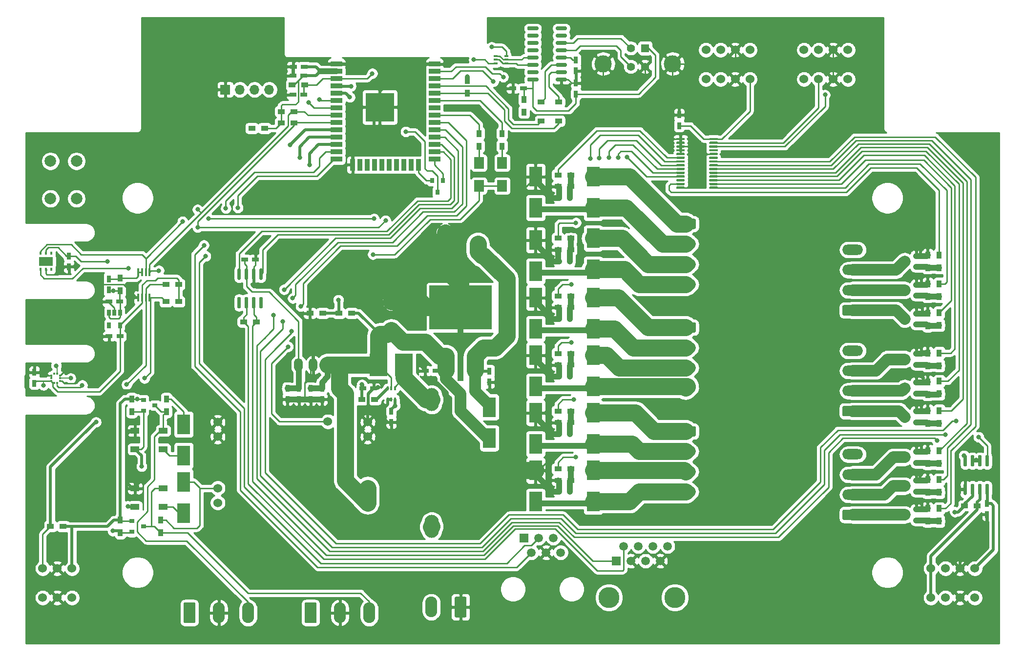
<source format=gtl>
G04 #@! TF.GenerationSoftware,KiCad,Pcbnew,(5.1.9)-1*
G04 #@! TF.CreationDate,2021-04-25T02:40:10+02:00*
G04 #@! TF.ProjectId,water-pump-control,77617465-722d-4707-956d-702d636f6e74,rev?*
G04 #@! TF.SameCoordinates,Original*
G04 #@! TF.FileFunction,Copper,L1,Top*
G04 #@! TF.FilePolarity,Positive*
%FSLAX46Y46*%
G04 Gerber Fmt 4.6, Leading zero omitted, Abs format (unit mm)*
G04 Created by KiCad (PCBNEW (5.1.9)-1) date 2021-04-25 02:40:10*
%MOMM*%
%LPD*%
G01*
G04 APERTURE LIST*
G04 #@! TA.AperFunction,ComponentPad*
%ADD10C,2.000000*%
G04 #@! TD*
G04 #@! TA.AperFunction,SMDPad,CuDef*
%ADD11R,1.200000X0.900000*%
G04 #@! TD*
G04 #@! TA.AperFunction,ComponentPad*
%ADD12O,1.700000X1.700000*%
G04 #@! TD*
G04 #@! TA.AperFunction,ComponentPad*
%ADD13R,1.700000X1.700000*%
G04 #@! TD*
G04 #@! TA.AperFunction,ComponentPad*
%ADD14O,3.600000X1.800000*%
G04 #@! TD*
G04 #@! TA.AperFunction,SMDPad,CuDef*
%ADD15R,0.400000X0.650000*%
G04 #@! TD*
G04 #@! TA.AperFunction,ComponentPad*
%ADD16C,1.400000*%
G04 #@! TD*
G04 #@! TA.AperFunction,ComponentPad*
%ADD17C,3.000000*%
G04 #@! TD*
G04 #@! TA.AperFunction,ComponentPad*
%ADD18R,1.400000X1.400000*%
G04 #@! TD*
G04 #@! TA.AperFunction,ComponentPad*
%ADD19C,1.524000*%
G04 #@! TD*
G04 #@! TA.AperFunction,SMDPad,CuDef*
%ADD20R,0.650000X1.060000*%
G04 #@! TD*
G04 #@! TA.AperFunction,SMDPad,CuDef*
%ADD21R,0.400000X0.600000*%
G04 #@! TD*
G04 #@! TA.AperFunction,SMDPad,CuDef*
%ADD22R,2.400000X1.500000*%
G04 #@! TD*
G04 #@! TA.AperFunction,SMDPad,CuDef*
%ADD23R,0.380000X0.350000*%
G04 #@! TD*
G04 #@! TA.AperFunction,SMDPad,CuDef*
%ADD24R,10.840000X7.620000*%
G04 #@! TD*
G04 #@! TA.AperFunction,SMDPad,CuDef*
%ADD25R,0.990000X3.790000*%
G04 #@! TD*
G04 #@! TA.AperFunction,SMDPad,CuDef*
%ADD26R,2.000000X0.900000*%
G04 #@! TD*
G04 #@! TA.AperFunction,SMDPad,CuDef*
%ADD27R,0.900000X2.000000*%
G04 #@! TD*
G04 #@! TA.AperFunction,SMDPad,CuDef*
%ADD28R,5.000000X5.000000*%
G04 #@! TD*
G04 #@! TA.AperFunction,ComponentPad*
%ADD29O,1.500000X2.300000*%
G04 #@! TD*
G04 #@! TA.AperFunction,ComponentPad*
%ADD30R,1.500000X2.300000*%
G04 #@! TD*
G04 #@! TA.AperFunction,SMDPad,CuDef*
%ADD31R,3.100000X4.000000*%
G04 #@! TD*
G04 #@! TA.AperFunction,SMDPad,CuDef*
%ADD32R,0.900000X1.200000*%
G04 #@! TD*
G04 #@! TA.AperFunction,SMDPad,CuDef*
%ADD33R,0.900000X0.800000*%
G04 #@! TD*
G04 #@! TA.AperFunction,SMDPad,CuDef*
%ADD34R,0.800000X0.900000*%
G04 #@! TD*
G04 #@! TA.AperFunction,SMDPad,CuDef*
%ADD35R,0.650000X0.400000*%
G04 #@! TD*
G04 #@! TA.AperFunction,ComponentPad*
%ADD36O,2.080000X3.600000*%
G04 #@! TD*
G04 #@! TA.AperFunction,WasherPad*
%ADD37C,3.650000*%
G04 #@! TD*
G04 #@! TA.AperFunction,ComponentPad*
%ADD38R,1.500000X1.500000*%
G04 #@! TD*
G04 #@! TA.AperFunction,ComponentPad*
%ADD39C,1.500000*%
G04 #@! TD*
G04 #@! TA.AperFunction,ComponentPad*
%ADD40R,1.520000X1.520000*%
G04 #@! TD*
G04 #@! TA.AperFunction,ComponentPad*
%ADD41C,1.520000*%
G04 #@! TD*
G04 #@! TA.AperFunction,SMDPad,CuDef*
%ADD42R,0.450000X1.425000*%
G04 #@! TD*
G04 #@! TA.AperFunction,ComponentPad*
%ADD43O,2.500000X4.000000*%
G04 #@! TD*
G04 #@! TA.AperFunction,SMDPad,CuDef*
%ADD44R,1.500000X1.000000*%
G04 #@! TD*
G04 #@! TA.AperFunction,SMDPad,CuDef*
%ADD45R,2.300000X3.500000*%
G04 #@! TD*
G04 #@! TA.AperFunction,SMDPad,CuDef*
%ADD46R,1.700000X2.000000*%
G04 #@! TD*
G04 #@! TA.AperFunction,SMDPad,CuDef*
%ADD47R,0.750000X1.200000*%
G04 #@! TD*
G04 #@! TA.AperFunction,SMDPad,CuDef*
%ADD48R,1.200000X0.750000*%
G04 #@! TD*
G04 #@! TA.AperFunction,ComponentPad*
%ADD49R,2.000000X2.000000*%
G04 #@! TD*
G04 #@! TA.AperFunction,ViaPad*
%ADD50C,0.800000*%
G04 #@! TD*
G04 #@! TA.AperFunction,Conductor*
%ADD51C,1.000000*%
G04 #@! TD*
G04 #@! TA.AperFunction,Conductor*
%ADD52C,0.500000*%
G04 #@! TD*
G04 #@! TA.AperFunction,Conductor*
%ADD53C,0.250000*%
G04 #@! TD*
G04 #@! TA.AperFunction,Conductor*
%ADD54C,3.000000*%
G04 #@! TD*
G04 #@! TA.AperFunction,Conductor*
%ADD55C,0.200000*%
G04 #@! TD*
G04 #@! TA.AperFunction,Conductor*
%ADD56C,2.000000*%
G04 #@! TD*
G04 #@! TA.AperFunction,Conductor*
%ADD57C,0.254000*%
G04 #@! TD*
G04 #@! TA.AperFunction,Conductor*
%ADD58C,0.100000*%
G04 #@! TD*
G04 APERTURE END LIST*
D10*
X59400000Y-72100000D03*
X54900000Y-72100000D03*
X59400000Y-65600000D03*
X54900000Y-65600000D03*
D11*
X89800000Y-59900000D03*
X92000000Y-59900000D03*
D12*
X92820000Y-53200000D03*
X90280000Y-53200000D03*
X87740000Y-53200000D03*
D13*
X85200000Y-53200000D03*
D14*
X194000000Y-81000000D03*
X194000000Y-84500000D03*
X194000000Y-88000000D03*
G04 #@! TA.AperFunction,ComponentPad*
G36*
G01*
X195550000Y-92400000D02*
X192450000Y-92400000D01*
G75*
G02*
X192200000Y-92150000I0J250000D01*
G01*
X192200000Y-90850000D01*
G75*
G02*
X192450000Y-90600000I250000J0D01*
G01*
X195550000Y-90600000D01*
G75*
G02*
X195800000Y-90850000I0J-250000D01*
G01*
X195800000Y-92150000D01*
G75*
G02*
X195550000Y-92400000I-250000J0D01*
G01*
G37*
G04 #@! TD.AperFunction*
X194000000Y-116500000D03*
X194000000Y-120000000D03*
X194000000Y-123500000D03*
G04 #@! TA.AperFunction,ComponentPad*
G36*
G01*
X195550000Y-127900000D02*
X192450000Y-127900000D01*
G75*
G02*
X192200000Y-127650000I0J250000D01*
G01*
X192200000Y-126350000D01*
G75*
G02*
X192450000Y-126100000I250000J0D01*
G01*
X195550000Y-126100000D01*
G75*
G02*
X195800000Y-126350000I0J-250000D01*
G01*
X195800000Y-127650000D01*
G75*
G02*
X195550000Y-127900000I-250000J0D01*
G01*
G37*
G04 #@! TD.AperFunction*
X194000000Y-98500000D03*
X194000000Y-102000000D03*
X194000000Y-105500000D03*
G04 #@! TA.AperFunction,ComponentPad*
G36*
G01*
X195550000Y-109900000D02*
X192450000Y-109900000D01*
G75*
G02*
X192200000Y-109650000I0J250000D01*
G01*
X192200000Y-108350000D01*
G75*
G02*
X192450000Y-108100000I250000J0D01*
G01*
X195550000Y-108100000D01*
G75*
G02*
X195800000Y-108350000I0J-250000D01*
G01*
X195800000Y-109650000D01*
G75*
G02*
X195550000Y-109900000I-250000J0D01*
G01*
G37*
G04 #@! TD.AperFunction*
D15*
X113350000Y-105050000D03*
X114650000Y-105050000D03*
X114000000Y-106950000D03*
X114000000Y-105050000D03*
X114650000Y-106950000D03*
X113350000Y-106950000D03*
D14*
X165000000Y-104980000D03*
X165000000Y-101480000D03*
X165000000Y-97980000D03*
G04 #@! TA.AperFunction,ComponentPad*
G36*
G01*
X163450000Y-93580000D02*
X166550000Y-93580000D01*
G75*
G02*
X166800000Y-93830000I0J-250000D01*
G01*
X166800000Y-95130000D01*
G75*
G02*
X166550000Y-95380000I-250000J0D01*
G01*
X163450000Y-95380000D01*
G75*
G02*
X163200000Y-95130000I0J250000D01*
G01*
X163200000Y-93830000D01*
G75*
G02*
X163450000Y-93580000I250000J0D01*
G01*
G37*
G04 #@! TD.AperFunction*
X165000000Y-123000000D03*
X165000000Y-119500000D03*
X165000000Y-116000000D03*
G04 #@! TA.AperFunction,ComponentPad*
G36*
G01*
X163450000Y-111600000D02*
X166550000Y-111600000D01*
G75*
G02*
X166800000Y-111850000I0J-250000D01*
G01*
X166800000Y-113150000D01*
G75*
G02*
X166550000Y-113400000I-250000J0D01*
G01*
X163450000Y-113400000D01*
G75*
G02*
X163200000Y-113150000I0J250000D01*
G01*
X163200000Y-111850000D01*
G75*
G02*
X163450000Y-111600000I250000J0D01*
G01*
G37*
G04 #@! TD.AperFunction*
X165000000Y-87000000D03*
X165000000Y-83500000D03*
X165000000Y-80000000D03*
G04 #@! TA.AperFunction,ComponentPad*
G36*
G01*
X163450000Y-75600000D02*
X166550000Y-75600000D01*
G75*
G02*
X166800000Y-75850000I0J-250000D01*
G01*
X166800000Y-77150000D01*
G75*
G02*
X166550000Y-77400000I-250000J0D01*
G01*
X163450000Y-77400000D01*
G75*
G02*
X163200000Y-77150000I0J250000D01*
G01*
X163200000Y-75850000D01*
G75*
G02*
X163450000Y-75600000I250000J0D01*
G01*
G37*
G04 #@! TD.AperFunction*
D11*
X88400000Y-93500000D03*
X90600000Y-93500000D03*
D16*
X155500000Y-46000000D03*
D17*
X150730000Y-48710000D03*
D18*
X158000000Y-46000000D03*
D16*
X155500000Y-49200000D03*
X158000000Y-49200000D03*
D17*
X162770000Y-48710000D03*
D19*
X103000000Y-110800000D03*
X83900000Y-124900000D03*
X83900000Y-122360000D03*
X83900000Y-113440000D03*
X83900000Y-110900000D03*
X109900000Y-124900000D03*
X109900000Y-122360000D03*
X109900000Y-113440000D03*
X109900000Y-110900000D03*
D20*
X66950000Y-94100000D03*
X65050000Y-94100000D03*
X65050000Y-91900000D03*
X66000000Y-91900000D03*
X66950000Y-91900000D03*
D21*
X53150000Y-81600000D03*
X54100000Y-81600000D03*
X55050000Y-81600000D03*
X55050000Y-84400000D03*
X54100000Y-84400000D03*
X53150000Y-84400000D03*
D22*
X54100000Y-83000000D03*
D23*
X55035000Y-103800000D03*
X55035000Y-103300000D03*
X55035000Y-102800000D03*
X55550000Y-102535000D03*
X56050000Y-102535000D03*
X56565000Y-102800000D03*
X56565000Y-103300000D03*
X56565000Y-103800000D03*
X56050000Y-104065000D03*
X55550000Y-104065000D03*
D24*
X126000000Y-91000000D03*
D25*
X128540000Y-101880000D03*
X126000000Y-101880000D03*
X123460000Y-101880000D03*
G04 #@! TA.AperFunction,SMDPad,CuDef*
G36*
G01*
X169125000Y-61875000D02*
X169125000Y-61675000D01*
G75*
G02*
X169225000Y-61575000I100000J0D01*
G01*
X170500000Y-61575000D01*
G75*
G02*
X170600000Y-61675000I0J-100000D01*
G01*
X170600000Y-61875000D01*
G75*
G02*
X170500000Y-61975000I-100000J0D01*
G01*
X169225000Y-61975000D01*
G75*
G02*
X169125000Y-61875000I0J100000D01*
G01*
G37*
G04 #@! TD.AperFunction*
G04 #@! TA.AperFunction,SMDPad,CuDef*
G36*
G01*
X169125000Y-62525000D02*
X169125000Y-62325000D01*
G75*
G02*
X169225000Y-62225000I100000J0D01*
G01*
X170500000Y-62225000D01*
G75*
G02*
X170600000Y-62325000I0J-100000D01*
G01*
X170600000Y-62525000D01*
G75*
G02*
X170500000Y-62625000I-100000J0D01*
G01*
X169225000Y-62625000D01*
G75*
G02*
X169125000Y-62525000I0J100000D01*
G01*
G37*
G04 #@! TD.AperFunction*
G04 #@! TA.AperFunction,SMDPad,CuDef*
G36*
G01*
X169125000Y-63175000D02*
X169125000Y-62975000D01*
G75*
G02*
X169225000Y-62875000I100000J0D01*
G01*
X170500000Y-62875000D01*
G75*
G02*
X170600000Y-62975000I0J-100000D01*
G01*
X170600000Y-63175000D01*
G75*
G02*
X170500000Y-63275000I-100000J0D01*
G01*
X169225000Y-63275000D01*
G75*
G02*
X169125000Y-63175000I0J100000D01*
G01*
G37*
G04 #@! TD.AperFunction*
G04 #@! TA.AperFunction,SMDPad,CuDef*
G36*
G01*
X169125000Y-63825000D02*
X169125000Y-63625000D01*
G75*
G02*
X169225000Y-63525000I100000J0D01*
G01*
X170500000Y-63525000D01*
G75*
G02*
X170600000Y-63625000I0J-100000D01*
G01*
X170600000Y-63825000D01*
G75*
G02*
X170500000Y-63925000I-100000J0D01*
G01*
X169225000Y-63925000D01*
G75*
G02*
X169125000Y-63825000I0J100000D01*
G01*
G37*
G04 #@! TD.AperFunction*
G04 #@! TA.AperFunction,SMDPad,CuDef*
G36*
G01*
X169125000Y-64475000D02*
X169125000Y-64275000D01*
G75*
G02*
X169225000Y-64175000I100000J0D01*
G01*
X170500000Y-64175000D01*
G75*
G02*
X170600000Y-64275000I0J-100000D01*
G01*
X170600000Y-64475000D01*
G75*
G02*
X170500000Y-64575000I-100000J0D01*
G01*
X169225000Y-64575000D01*
G75*
G02*
X169125000Y-64475000I0J100000D01*
G01*
G37*
G04 #@! TD.AperFunction*
G04 #@! TA.AperFunction,SMDPad,CuDef*
G36*
G01*
X169125000Y-65125000D02*
X169125000Y-64925000D01*
G75*
G02*
X169225000Y-64825000I100000J0D01*
G01*
X170500000Y-64825000D01*
G75*
G02*
X170600000Y-64925000I0J-100000D01*
G01*
X170600000Y-65125000D01*
G75*
G02*
X170500000Y-65225000I-100000J0D01*
G01*
X169225000Y-65225000D01*
G75*
G02*
X169125000Y-65125000I0J100000D01*
G01*
G37*
G04 #@! TD.AperFunction*
G04 #@! TA.AperFunction,SMDPad,CuDef*
G36*
G01*
X169125000Y-65775000D02*
X169125000Y-65575000D01*
G75*
G02*
X169225000Y-65475000I100000J0D01*
G01*
X170500000Y-65475000D01*
G75*
G02*
X170600000Y-65575000I0J-100000D01*
G01*
X170600000Y-65775000D01*
G75*
G02*
X170500000Y-65875000I-100000J0D01*
G01*
X169225000Y-65875000D01*
G75*
G02*
X169125000Y-65775000I0J100000D01*
G01*
G37*
G04 #@! TD.AperFunction*
G04 #@! TA.AperFunction,SMDPad,CuDef*
G36*
G01*
X169125000Y-66425000D02*
X169125000Y-66225000D01*
G75*
G02*
X169225000Y-66125000I100000J0D01*
G01*
X170500000Y-66125000D01*
G75*
G02*
X170600000Y-66225000I0J-100000D01*
G01*
X170600000Y-66425000D01*
G75*
G02*
X170500000Y-66525000I-100000J0D01*
G01*
X169225000Y-66525000D01*
G75*
G02*
X169125000Y-66425000I0J100000D01*
G01*
G37*
G04 #@! TD.AperFunction*
G04 #@! TA.AperFunction,SMDPad,CuDef*
G36*
G01*
X169125000Y-67075000D02*
X169125000Y-66875000D01*
G75*
G02*
X169225000Y-66775000I100000J0D01*
G01*
X170500000Y-66775000D01*
G75*
G02*
X170600000Y-66875000I0J-100000D01*
G01*
X170600000Y-67075000D01*
G75*
G02*
X170500000Y-67175000I-100000J0D01*
G01*
X169225000Y-67175000D01*
G75*
G02*
X169125000Y-67075000I0J100000D01*
G01*
G37*
G04 #@! TD.AperFunction*
G04 #@! TA.AperFunction,SMDPad,CuDef*
G36*
G01*
X169125000Y-67725000D02*
X169125000Y-67525000D01*
G75*
G02*
X169225000Y-67425000I100000J0D01*
G01*
X170500000Y-67425000D01*
G75*
G02*
X170600000Y-67525000I0J-100000D01*
G01*
X170600000Y-67725000D01*
G75*
G02*
X170500000Y-67825000I-100000J0D01*
G01*
X169225000Y-67825000D01*
G75*
G02*
X169125000Y-67725000I0J100000D01*
G01*
G37*
G04 #@! TD.AperFunction*
G04 #@! TA.AperFunction,SMDPad,CuDef*
G36*
G01*
X169125000Y-68375000D02*
X169125000Y-68175000D01*
G75*
G02*
X169225000Y-68075000I100000J0D01*
G01*
X170500000Y-68075000D01*
G75*
G02*
X170600000Y-68175000I0J-100000D01*
G01*
X170600000Y-68375000D01*
G75*
G02*
X170500000Y-68475000I-100000J0D01*
G01*
X169225000Y-68475000D01*
G75*
G02*
X169125000Y-68375000I0J100000D01*
G01*
G37*
G04 #@! TD.AperFunction*
G04 #@! TA.AperFunction,SMDPad,CuDef*
G36*
G01*
X169125000Y-69025000D02*
X169125000Y-68825000D01*
G75*
G02*
X169225000Y-68725000I100000J0D01*
G01*
X170500000Y-68725000D01*
G75*
G02*
X170600000Y-68825000I0J-100000D01*
G01*
X170600000Y-69025000D01*
G75*
G02*
X170500000Y-69125000I-100000J0D01*
G01*
X169225000Y-69125000D01*
G75*
G02*
X169125000Y-69025000I0J100000D01*
G01*
G37*
G04 #@! TD.AperFunction*
G04 #@! TA.AperFunction,SMDPad,CuDef*
G36*
G01*
X169125000Y-69675000D02*
X169125000Y-69475000D01*
G75*
G02*
X169225000Y-69375000I100000J0D01*
G01*
X170500000Y-69375000D01*
G75*
G02*
X170600000Y-69475000I0J-100000D01*
G01*
X170600000Y-69675000D01*
G75*
G02*
X170500000Y-69775000I-100000J0D01*
G01*
X169225000Y-69775000D01*
G75*
G02*
X169125000Y-69675000I0J100000D01*
G01*
G37*
G04 #@! TD.AperFunction*
G04 #@! TA.AperFunction,SMDPad,CuDef*
G36*
G01*
X169125000Y-70325000D02*
X169125000Y-70125000D01*
G75*
G02*
X169225000Y-70025000I100000J0D01*
G01*
X170500000Y-70025000D01*
G75*
G02*
X170600000Y-70125000I0J-100000D01*
G01*
X170600000Y-70325000D01*
G75*
G02*
X170500000Y-70425000I-100000J0D01*
G01*
X169225000Y-70425000D01*
G75*
G02*
X169125000Y-70325000I0J100000D01*
G01*
G37*
G04 #@! TD.AperFunction*
G04 #@! TA.AperFunction,SMDPad,CuDef*
G36*
G01*
X163400000Y-70325000D02*
X163400000Y-70125000D01*
G75*
G02*
X163500000Y-70025000I100000J0D01*
G01*
X164775000Y-70025000D01*
G75*
G02*
X164875000Y-70125000I0J-100000D01*
G01*
X164875000Y-70325000D01*
G75*
G02*
X164775000Y-70425000I-100000J0D01*
G01*
X163500000Y-70425000D01*
G75*
G02*
X163400000Y-70325000I0J100000D01*
G01*
G37*
G04 #@! TD.AperFunction*
G04 #@! TA.AperFunction,SMDPad,CuDef*
G36*
G01*
X163400000Y-69675000D02*
X163400000Y-69475000D01*
G75*
G02*
X163500000Y-69375000I100000J0D01*
G01*
X164775000Y-69375000D01*
G75*
G02*
X164875000Y-69475000I0J-100000D01*
G01*
X164875000Y-69675000D01*
G75*
G02*
X164775000Y-69775000I-100000J0D01*
G01*
X163500000Y-69775000D01*
G75*
G02*
X163400000Y-69675000I0J100000D01*
G01*
G37*
G04 #@! TD.AperFunction*
G04 #@! TA.AperFunction,SMDPad,CuDef*
G36*
G01*
X163400000Y-69025000D02*
X163400000Y-68825000D01*
G75*
G02*
X163500000Y-68725000I100000J0D01*
G01*
X164775000Y-68725000D01*
G75*
G02*
X164875000Y-68825000I0J-100000D01*
G01*
X164875000Y-69025000D01*
G75*
G02*
X164775000Y-69125000I-100000J0D01*
G01*
X163500000Y-69125000D01*
G75*
G02*
X163400000Y-69025000I0J100000D01*
G01*
G37*
G04 #@! TD.AperFunction*
G04 #@! TA.AperFunction,SMDPad,CuDef*
G36*
G01*
X163400000Y-68375000D02*
X163400000Y-68175000D01*
G75*
G02*
X163500000Y-68075000I100000J0D01*
G01*
X164775000Y-68075000D01*
G75*
G02*
X164875000Y-68175000I0J-100000D01*
G01*
X164875000Y-68375000D01*
G75*
G02*
X164775000Y-68475000I-100000J0D01*
G01*
X163500000Y-68475000D01*
G75*
G02*
X163400000Y-68375000I0J100000D01*
G01*
G37*
G04 #@! TD.AperFunction*
G04 #@! TA.AperFunction,SMDPad,CuDef*
G36*
G01*
X163400000Y-67725000D02*
X163400000Y-67525000D01*
G75*
G02*
X163500000Y-67425000I100000J0D01*
G01*
X164775000Y-67425000D01*
G75*
G02*
X164875000Y-67525000I0J-100000D01*
G01*
X164875000Y-67725000D01*
G75*
G02*
X164775000Y-67825000I-100000J0D01*
G01*
X163500000Y-67825000D01*
G75*
G02*
X163400000Y-67725000I0J100000D01*
G01*
G37*
G04 #@! TD.AperFunction*
G04 #@! TA.AperFunction,SMDPad,CuDef*
G36*
G01*
X163400000Y-67075000D02*
X163400000Y-66875000D01*
G75*
G02*
X163500000Y-66775000I100000J0D01*
G01*
X164775000Y-66775000D01*
G75*
G02*
X164875000Y-66875000I0J-100000D01*
G01*
X164875000Y-67075000D01*
G75*
G02*
X164775000Y-67175000I-100000J0D01*
G01*
X163500000Y-67175000D01*
G75*
G02*
X163400000Y-67075000I0J100000D01*
G01*
G37*
G04 #@! TD.AperFunction*
G04 #@! TA.AperFunction,SMDPad,CuDef*
G36*
G01*
X163400000Y-66425000D02*
X163400000Y-66225000D01*
G75*
G02*
X163500000Y-66125000I100000J0D01*
G01*
X164775000Y-66125000D01*
G75*
G02*
X164875000Y-66225000I0J-100000D01*
G01*
X164875000Y-66425000D01*
G75*
G02*
X164775000Y-66525000I-100000J0D01*
G01*
X163500000Y-66525000D01*
G75*
G02*
X163400000Y-66425000I0J100000D01*
G01*
G37*
G04 #@! TD.AperFunction*
G04 #@! TA.AperFunction,SMDPad,CuDef*
G36*
G01*
X163400000Y-65775000D02*
X163400000Y-65575000D01*
G75*
G02*
X163500000Y-65475000I100000J0D01*
G01*
X164775000Y-65475000D01*
G75*
G02*
X164875000Y-65575000I0J-100000D01*
G01*
X164875000Y-65775000D01*
G75*
G02*
X164775000Y-65875000I-100000J0D01*
G01*
X163500000Y-65875000D01*
G75*
G02*
X163400000Y-65775000I0J100000D01*
G01*
G37*
G04 #@! TD.AperFunction*
G04 #@! TA.AperFunction,SMDPad,CuDef*
G36*
G01*
X163400000Y-65125000D02*
X163400000Y-64925000D01*
G75*
G02*
X163500000Y-64825000I100000J0D01*
G01*
X164775000Y-64825000D01*
G75*
G02*
X164875000Y-64925000I0J-100000D01*
G01*
X164875000Y-65125000D01*
G75*
G02*
X164775000Y-65225000I-100000J0D01*
G01*
X163500000Y-65225000D01*
G75*
G02*
X163400000Y-65125000I0J100000D01*
G01*
G37*
G04 #@! TD.AperFunction*
G04 #@! TA.AperFunction,SMDPad,CuDef*
G36*
G01*
X163400000Y-64475000D02*
X163400000Y-64275000D01*
G75*
G02*
X163500000Y-64175000I100000J0D01*
G01*
X164775000Y-64175000D01*
G75*
G02*
X164875000Y-64275000I0J-100000D01*
G01*
X164875000Y-64475000D01*
G75*
G02*
X164775000Y-64575000I-100000J0D01*
G01*
X163500000Y-64575000D01*
G75*
G02*
X163400000Y-64475000I0J100000D01*
G01*
G37*
G04 #@! TD.AperFunction*
G04 #@! TA.AperFunction,SMDPad,CuDef*
G36*
G01*
X163400000Y-63825000D02*
X163400000Y-63625000D01*
G75*
G02*
X163500000Y-63525000I100000J0D01*
G01*
X164775000Y-63525000D01*
G75*
G02*
X164875000Y-63625000I0J-100000D01*
G01*
X164875000Y-63825000D01*
G75*
G02*
X164775000Y-63925000I-100000J0D01*
G01*
X163500000Y-63925000D01*
G75*
G02*
X163400000Y-63825000I0J100000D01*
G01*
G37*
G04 #@! TD.AperFunction*
G04 #@! TA.AperFunction,SMDPad,CuDef*
G36*
G01*
X163400000Y-63175000D02*
X163400000Y-62975000D01*
G75*
G02*
X163500000Y-62875000I100000J0D01*
G01*
X164775000Y-62875000D01*
G75*
G02*
X164875000Y-62975000I0J-100000D01*
G01*
X164875000Y-63175000D01*
G75*
G02*
X164775000Y-63275000I-100000J0D01*
G01*
X163500000Y-63275000D01*
G75*
G02*
X163400000Y-63175000I0J100000D01*
G01*
G37*
G04 #@! TD.AperFunction*
G04 #@! TA.AperFunction,SMDPad,CuDef*
G36*
G01*
X163400000Y-62525000D02*
X163400000Y-62325000D01*
G75*
G02*
X163500000Y-62225000I100000J0D01*
G01*
X164775000Y-62225000D01*
G75*
G02*
X164875000Y-62325000I0J-100000D01*
G01*
X164875000Y-62525000D01*
G75*
G02*
X164775000Y-62625000I-100000J0D01*
G01*
X163500000Y-62625000D01*
G75*
G02*
X163400000Y-62525000I0J100000D01*
G01*
G37*
G04 #@! TD.AperFunction*
G04 #@! TA.AperFunction,SMDPad,CuDef*
G36*
G01*
X163400000Y-61875000D02*
X163400000Y-61675000D01*
G75*
G02*
X163500000Y-61575000I100000J0D01*
G01*
X164775000Y-61575000D01*
G75*
G02*
X164875000Y-61675000I0J-100000D01*
G01*
X164875000Y-61875000D01*
G75*
G02*
X164775000Y-61975000I-100000J0D01*
G01*
X163500000Y-61975000D01*
G75*
G02*
X163400000Y-61875000I0J100000D01*
G01*
G37*
G04 #@! TD.AperFunction*
G04 #@! TA.AperFunction,SMDPad,CuDef*
G36*
G01*
X91255000Y-89200000D02*
X91555000Y-89200000D01*
G75*
G02*
X91705000Y-89350000I0J-150000D01*
G01*
X91705000Y-91000000D01*
G75*
G02*
X91555000Y-91150000I-150000J0D01*
G01*
X91255000Y-91150000D01*
G75*
G02*
X91105000Y-91000000I0J150000D01*
G01*
X91105000Y-89350000D01*
G75*
G02*
X91255000Y-89200000I150000J0D01*
G01*
G37*
G04 #@! TD.AperFunction*
G04 #@! TA.AperFunction,SMDPad,CuDef*
G36*
G01*
X89985000Y-89200000D02*
X90285000Y-89200000D01*
G75*
G02*
X90435000Y-89350000I0J-150000D01*
G01*
X90435000Y-91000000D01*
G75*
G02*
X90285000Y-91150000I-150000J0D01*
G01*
X89985000Y-91150000D01*
G75*
G02*
X89835000Y-91000000I0J150000D01*
G01*
X89835000Y-89350000D01*
G75*
G02*
X89985000Y-89200000I150000J0D01*
G01*
G37*
G04 #@! TD.AperFunction*
G04 #@! TA.AperFunction,SMDPad,CuDef*
G36*
G01*
X88715000Y-89200000D02*
X89015000Y-89200000D01*
G75*
G02*
X89165000Y-89350000I0J-150000D01*
G01*
X89165000Y-91000000D01*
G75*
G02*
X89015000Y-91150000I-150000J0D01*
G01*
X88715000Y-91150000D01*
G75*
G02*
X88565000Y-91000000I0J150000D01*
G01*
X88565000Y-89350000D01*
G75*
G02*
X88715000Y-89200000I150000J0D01*
G01*
G37*
G04 #@! TD.AperFunction*
G04 #@! TA.AperFunction,SMDPad,CuDef*
G36*
G01*
X87445000Y-89200000D02*
X87745000Y-89200000D01*
G75*
G02*
X87895000Y-89350000I0J-150000D01*
G01*
X87895000Y-91000000D01*
G75*
G02*
X87745000Y-91150000I-150000J0D01*
G01*
X87445000Y-91150000D01*
G75*
G02*
X87295000Y-91000000I0J150000D01*
G01*
X87295000Y-89350000D01*
G75*
G02*
X87445000Y-89200000I150000J0D01*
G01*
G37*
G04 #@! TD.AperFunction*
G04 #@! TA.AperFunction,SMDPad,CuDef*
G36*
G01*
X87445000Y-84250000D02*
X87745000Y-84250000D01*
G75*
G02*
X87895000Y-84400000I0J-150000D01*
G01*
X87895000Y-86050000D01*
G75*
G02*
X87745000Y-86200000I-150000J0D01*
G01*
X87445000Y-86200000D01*
G75*
G02*
X87295000Y-86050000I0J150000D01*
G01*
X87295000Y-84400000D01*
G75*
G02*
X87445000Y-84250000I150000J0D01*
G01*
G37*
G04 #@! TD.AperFunction*
G04 #@! TA.AperFunction,SMDPad,CuDef*
G36*
G01*
X88715000Y-84250000D02*
X89015000Y-84250000D01*
G75*
G02*
X89165000Y-84400000I0J-150000D01*
G01*
X89165000Y-86050000D01*
G75*
G02*
X89015000Y-86200000I-150000J0D01*
G01*
X88715000Y-86200000D01*
G75*
G02*
X88565000Y-86050000I0J150000D01*
G01*
X88565000Y-84400000D01*
G75*
G02*
X88715000Y-84250000I150000J0D01*
G01*
G37*
G04 #@! TD.AperFunction*
G04 #@! TA.AperFunction,SMDPad,CuDef*
G36*
G01*
X89985000Y-84250000D02*
X90285000Y-84250000D01*
G75*
G02*
X90435000Y-84400000I0J-150000D01*
G01*
X90435000Y-86050000D01*
G75*
G02*
X90285000Y-86200000I-150000J0D01*
G01*
X89985000Y-86200000D01*
G75*
G02*
X89835000Y-86050000I0J150000D01*
G01*
X89835000Y-84400000D01*
G75*
G02*
X89985000Y-84250000I150000J0D01*
G01*
G37*
G04 #@! TD.AperFunction*
G04 #@! TA.AperFunction,SMDPad,CuDef*
G36*
G01*
X91255000Y-84250000D02*
X91555000Y-84250000D01*
G75*
G02*
X91705000Y-84400000I0J-150000D01*
G01*
X91705000Y-86050000D01*
G75*
G02*
X91555000Y-86200000I-150000J0D01*
G01*
X91255000Y-86200000D01*
G75*
G02*
X91105000Y-86050000I0J150000D01*
G01*
X91105000Y-84400000D01*
G75*
G02*
X91255000Y-84250000I150000J0D01*
G01*
G37*
G04 #@! TD.AperFunction*
G04 #@! TA.AperFunction,SMDPad,CuDef*
G36*
G01*
X217155000Y-121600000D02*
X217455000Y-121600000D01*
G75*
G02*
X217605000Y-121750000I0J-150000D01*
G01*
X217605000Y-123400000D01*
G75*
G02*
X217455000Y-123550000I-150000J0D01*
G01*
X217155000Y-123550000D01*
G75*
G02*
X217005000Y-123400000I0J150000D01*
G01*
X217005000Y-121750000D01*
G75*
G02*
X217155000Y-121600000I150000J0D01*
G01*
G37*
G04 #@! TD.AperFunction*
G04 #@! TA.AperFunction,SMDPad,CuDef*
G36*
G01*
X215885000Y-121600000D02*
X216185000Y-121600000D01*
G75*
G02*
X216335000Y-121750000I0J-150000D01*
G01*
X216335000Y-123400000D01*
G75*
G02*
X216185000Y-123550000I-150000J0D01*
G01*
X215885000Y-123550000D01*
G75*
G02*
X215735000Y-123400000I0J150000D01*
G01*
X215735000Y-121750000D01*
G75*
G02*
X215885000Y-121600000I150000J0D01*
G01*
G37*
G04 #@! TD.AperFunction*
G04 #@! TA.AperFunction,SMDPad,CuDef*
G36*
G01*
X214615000Y-121600000D02*
X214915000Y-121600000D01*
G75*
G02*
X215065000Y-121750000I0J-150000D01*
G01*
X215065000Y-123400000D01*
G75*
G02*
X214915000Y-123550000I-150000J0D01*
G01*
X214615000Y-123550000D01*
G75*
G02*
X214465000Y-123400000I0J150000D01*
G01*
X214465000Y-121750000D01*
G75*
G02*
X214615000Y-121600000I150000J0D01*
G01*
G37*
G04 #@! TD.AperFunction*
G04 #@! TA.AperFunction,SMDPad,CuDef*
G36*
G01*
X213345000Y-121600000D02*
X213645000Y-121600000D01*
G75*
G02*
X213795000Y-121750000I0J-150000D01*
G01*
X213795000Y-123400000D01*
G75*
G02*
X213645000Y-123550000I-150000J0D01*
G01*
X213345000Y-123550000D01*
G75*
G02*
X213195000Y-123400000I0J150000D01*
G01*
X213195000Y-121750000D01*
G75*
G02*
X213345000Y-121600000I150000J0D01*
G01*
G37*
G04 #@! TD.AperFunction*
G04 #@! TA.AperFunction,SMDPad,CuDef*
G36*
G01*
X213345000Y-116650000D02*
X213645000Y-116650000D01*
G75*
G02*
X213795000Y-116800000I0J-150000D01*
G01*
X213795000Y-118450000D01*
G75*
G02*
X213645000Y-118600000I-150000J0D01*
G01*
X213345000Y-118600000D01*
G75*
G02*
X213195000Y-118450000I0J150000D01*
G01*
X213195000Y-116800000D01*
G75*
G02*
X213345000Y-116650000I150000J0D01*
G01*
G37*
G04 #@! TD.AperFunction*
G04 #@! TA.AperFunction,SMDPad,CuDef*
G36*
G01*
X214615000Y-116650000D02*
X214915000Y-116650000D01*
G75*
G02*
X215065000Y-116800000I0J-150000D01*
G01*
X215065000Y-118450000D01*
G75*
G02*
X214915000Y-118600000I-150000J0D01*
G01*
X214615000Y-118600000D01*
G75*
G02*
X214465000Y-118450000I0J150000D01*
G01*
X214465000Y-116800000D01*
G75*
G02*
X214615000Y-116650000I150000J0D01*
G01*
G37*
G04 #@! TD.AperFunction*
G04 #@! TA.AperFunction,SMDPad,CuDef*
G36*
G01*
X215885000Y-116650000D02*
X216185000Y-116650000D01*
G75*
G02*
X216335000Y-116800000I0J-150000D01*
G01*
X216335000Y-118450000D01*
G75*
G02*
X216185000Y-118600000I-150000J0D01*
G01*
X215885000Y-118600000D01*
G75*
G02*
X215735000Y-118450000I0J150000D01*
G01*
X215735000Y-116800000D01*
G75*
G02*
X215885000Y-116650000I150000J0D01*
G01*
G37*
G04 #@! TD.AperFunction*
G04 #@! TA.AperFunction,SMDPad,CuDef*
G36*
G01*
X217155000Y-116650000D02*
X217455000Y-116650000D01*
G75*
G02*
X217605000Y-116800000I0J-150000D01*
G01*
X217605000Y-118450000D01*
G75*
G02*
X217455000Y-118600000I-150000J0D01*
G01*
X217155000Y-118600000D01*
G75*
G02*
X217005000Y-118450000I0J150000D01*
G01*
X217005000Y-116800000D01*
G75*
G02*
X217155000Y-116650000I150000J0D01*
G01*
G37*
G04 #@! TD.AperFunction*
G04 #@! TA.AperFunction,SMDPad,CuDef*
G36*
G01*
X139500000Y-51295000D02*
X139500000Y-51595000D01*
G75*
G02*
X139350000Y-51745000I-150000J0D01*
G01*
X137700000Y-51745000D01*
G75*
G02*
X137550000Y-51595000I0J150000D01*
G01*
X137550000Y-51295000D01*
G75*
G02*
X137700000Y-51145000I150000J0D01*
G01*
X139350000Y-51145000D01*
G75*
G02*
X139500000Y-51295000I0J-150000D01*
G01*
G37*
G04 #@! TD.AperFunction*
G04 #@! TA.AperFunction,SMDPad,CuDef*
G36*
G01*
X139500000Y-50025000D02*
X139500000Y-50325000D01*
G75*
G02*
X139350000Y-50475000I-150000J0D01*
G01*
X137700000Y-50475000D01*
G75*
G02*
X137550000Y-50325000I0J150000D01*
G01*
X137550000Y-50025000D01*
G75*
G02*
X137700000Y-49875000I150000J0D01*
G01*
X139350000Y-49875000D01*
G75*
G02*
X139500000Y-50025000I0J-150000D01*
G01*
G37*
G04 #@! TD.AperFunction*
G04 #@! TA.AperFunction,SMDPad,CuDef*
G36*
G01*
X139500000Y-48755000D02*
X139500000Y-49055000D01*
G75*
G02*
X139350000Y-49205000I-150000J0D01*
G01*
X137700000Y-49205000D01*
G75*
G02*
X137550000Y-49055000I0J150000D01*
G01*
X137550000Y-48755000D01*
G75*
G02*
X137700000Y-48605000I150000J0D01*
G01*
X139350000Y-48605000D01*
G75*
G02*
X139500000Y-48755000I0J-150000D01*
G01*
G37*
G04 #@! TD.AperFunction*
G04 #@! TA.AperFunction,SMDPad,CuDef*
G36*
G01*
X139500000Y-47485000D02*
X139500000Y-47785000D01*
G75*
G02*
X139350000Y-47935000I-150000J0D01*
G01*
X137700000Y-47935000D01*
G75*
G02*
X137550000Y-47785000I0J150000D01*
G01*
X137550000Y-47485000D01*
G75*
G02*
X137700000Y-47335000I150000J0D01*
G01*
X139350000Y-47335000D01*
G75*
G02*
X139500000Y-47485000I0J-150000D01*
G01*
G37*
G04 #@! TD.AperFunction*
G04 #@! TA.AperFunction,SMDPad,CuDef*
G36*
G01*
X139500000Y-46215000D02*
X139500000Y-46515000D01*
G75*
G02*
X139350000Y-46665000I-150000J0D01*
G01*
X137700000Y-46665000D01*
G75*
G02*
X137550000Y-46515000I0J150000D01*
G01*
X137550000Y-46215000D01*
G75*
G02*
X137700000Y-46065000I150000J0D01*
G01*
X139350000Y-46065000D01*
G75*
G02*
X139500000Y-46215000I0J-150000D01*
G01*
G37*
G04 #@! TD.AperFunction*
G04 #@! TA.AperFunction,SMDPad,CuDef*
G36*
G01*
X139500000Y-44945000D02*
X139500000Y-45245000D01*
G75*
G02*
X139350000Y-45395000I-150000J0D01*
G01*
X137700000Y-45395000D01*
G75*
G02*
X137550000Y-45245000I0J150000D01*
G01*
X137550000Y-44945000D01*
G75*
G02*
X137700000Y-44795000I150000J0D01*
G01*
X139350000Y-44795000D01*
G75*
G02*
X139500000Y-44945000I0J-150000D01*
G01*
G37*
G04 #@! TD.AperFunction*
G04 #@! TA.AperFunction,SMDPad,CuDef*
G36*
G01*
X139500000Y-43675000D02*
X139500000Y-43975000D01*
G75*
G02*
X139350000Y-44125000I-150000J0D01*
G01*
X137700000Y-44125000D01*
G75*
G02*
X137550000Y-43975000I0J150000D01*
G01*
X137550000Y-43675000D01*
G75*
G02*
X137700000Y-43525000I150000J0D01*
G01*
X139350000Y-43525000D01*
G75*
G02*
X139500000Y-43675000I0J-150000D01*
G01*
G37*
G04 #@! TD.AperFunction*
G04 #@! TA.AperFunction,SMDPad,CuDef*
G36*
G01*
X139500000Y-42405000D02*
X139500000Y-42705000D01*
G75*
G02*
X139350000Y-42855000I-150000J0D01*
G01*
X137700000Y-42855000D01*
G75*
G02*
X137550000Y-42705000I0J150000D01*
G01*
X137550000Y-42405000D01*
G75*
G02*
X137700000Y-42255000I150000J0D01*
G01*
X139350000Y-42255000D01*
G75*
G02*
X139500000Y-42405000I0J-150000D01*
G01*
G37*
G04 #@! TD.AperFunction*
G04 #@! TA.AperFunction,SMDPad,CuDef*
G36*
G01*
X144450000Y-42405000D02*
X144450000Y-42705000D01*
G75*
G02*
X144300000Y-42855000I-150000J0D01*
G01*
X142650000Y-42855000D01*
G75*
G02*
X142500000Y-42705000I0J150000D01*
G01*
X142500000Y-42405000D01*
G75*
G02*
X142650000Y-42255000I150000J0D01*
G01*
X144300000Y-42255000D01*
G75*
G02*
X144450000Y-42405000I0J-150000D01*
G01*
G37*
G04 #@! TD.AperFunction*
G04 #@! TA.AperFunction,SMDPad,CuDef*
G36*
G01*
X144450000Y-43675000D02*
X144450000Y-43975000D01*
G75*
G02*
X144300000Y-44125000I-150000J0D01*
G01*
X142650000Y-44125000D01*
G75*
G02*
X142500000Y-43975000I0J150000D01*
G01*
X142500000Y-43675000D01*
G75*
G02*
X142650000Y-43525000I150000J0D01*
G01*
X144300000Y-43525000D01*
G75*
G02*
X144450000Y-43675000I0J-150000D01*
G01*
G37*
G04 #@! TD.AperFunction*
G04 #@! TA.AperFunction,SMDPad,CuDef*
G36*
G01*
X144450000Y-44945000D02*
X144450000Y-45245000D01*
G75*
G02*
X144300000Y-45395000I-150000J0D01*
G01*
X142650000Y-45395000D01*
G75*
G02*
X142500000Y-45245000I0J150000D01*
G01*
X142500000Y-44945000D01*
G75*
G02*
X142650000Y-44795000I150000J0D01*
G01*
X144300000Y-44795000D01*
G75*
G02*
X144450000Y-44945000I0J-150000D01*
G01*
G37*
G04 #@! TD.AperFunction*
G04 #@! TA.AperFunction,SMDPad,CuDef*
G36*
G01*
X144450000Y-46215000D02*
X144450000Y-46515000D01*
G75*
G02*
X144300000Y-46665000I-150000J0D01*
G01*
X142650000Y-46665000D01*
G75*
G02*
X142500000Y-46515000I0J150000D01*
G01*
X142500000Y-46215000D01*
G75*
G02*
X142650000Y-46065000I150000J0D01*
G01*
X144300000Y-46065000D01*
G75*
G02*
X144450000Y-46215000I0J-150000D01*
G01*
G37*
G04 #@! TD.AperFunction*
G04 #@! TA.AperFunction,SMDPad,CuDef*
G36*
G01*
X144450000Y-47485000D02*
X144450000Y-47785000D01*
G75*
G02*
X144300000Y-47935000I-150000J0D01*
G01*
X142650000Y-47935000D01*
G75*
G02*
X142500000Y-47785000I0J150000D01*
G01*
X142500000Y-47485000D01*
G75*
G02*
X142650000Y-47335000I150000J0D01*
G01*
X144300000Y-47335000D01*
G75*
G02*
X144450000Y-47485000I0J-150000D01*
G01*
G37*
G04 #@! TD.AperFunction*
G04 #@! TA.AperFunction,SMDPad,CuDef*
G36*
G01*
X144450000Y-48755000D02*
X144450000Y-49055000D01*
G75*
G02*
X144300000Y-49205000I-150000J0D01*
G01*
X142650000Y-49205000D01*
G75*
G02*
X142500000Y-49055000I0J150000D01*
G01*
X142500000Y-48755000D01*
G75*
G02*
X142650000Y-48605000I150000J0D01*
G01*
X144300000Y-48605000D01*
G75*
G02*
X144450000Y-48755000I0J-150000D01*
G01*
G37*
G04 #@! TD.AperFunction*
G04 #@! TA.AperFunction,SMDPad,CuDef*
G36*
G01*
X144450000Y-50025000D02*
X144450000Y-50325000D01*
G75*
G02*
X144300000Y-50475000I-150000J0D01*
G01*
X142650000Y-50475000D01*
G75*
G02*
X142500000Y-50325000I0J150000D01*
G01*
X142500000Y-50025000D01*
G75*
G02*
X142650000Y-49875000I150000J0D01*
G01*
X144300000Y-49875000D01*
G75*
G02*
X144450000Y-50025000I0J-150000D01*
G01*
G37*
G04 #@! TD.AperFunction*
G04 #@! TA.AperFunction,SMDPad,CuDef*
G36*
G01*
X144450000Y-51295000D02*
X144450000Y-51595000D01*
G75*
G02*
X144300000Y-51745000I-150000J0D01*
G01*
X142650000Y-51745000D01*
G75*
G02*
X142500000Y-51595000I0J150000D01*
G01*
X142500000Y-51295000D01*
G75*
G02*
X142650000Y-51145000I150000J0D01*
G01*
X144300000Y-51145000D01*
G75*
G02*
X144450000Y-51295000I0J-150000D01*
G01*
G37*
G04 #@! TD.AperFunction*
D26*
X121500000Y-48745000D03*
X121500000Y-50015000D03*
X121500000Y-51285000D03*
X121500000Y-52555000D03*
X121500000Y-53825000D03*
X121500000Y-55095000D03*
X121500000Y-56365000D03*
X121500000Y-57635000D03*
X121500000Y-58905000D03*
X121500000Y-60175000D03*
X121500000Y-61445000D03*
X121500000Y-62715000D03*
X121500000Y-63985000D03*
X121500000Y-65255000D03*
D27*
X118715000Y-66255000D03*
X117445000Y-66255000D03*
X116175000Y-66255000D03*
X114905000Y-66255000D03*
X113635000Y-66255000D03*
X112365000Y-66255000D03*
X111095000Y-66255000D03*
X109825000Y-66255000D03*
X108555000Y-66255000D03*
X107285000Y-66255000D03*
D26*
X104500000Y-65255000D03*
X104500000Y-63985000D03*
X104500000Y-62715000D03*
X104500000Y-61445000D03*
X104500000Y-60175000D03*
X104500000Y-58905000D03*
X104500000Y-57635000D03*
X104500000Y-56365000D03*
X104500000Y-55095000D03*
X104500000Y-53825000D03*
X104500000Y-52555000D03*
X104500000Y-51285000D03*
X104500000Y-50015000D03*
X104500000Y-48745000D03*
D28*
X112000000Y-56245000D03*
D29*
X97920000Y-101000000D03*
X100460000Y-101000000D03*
D30*
X103000000Y-101000000D03*
D11*
X102100000Y-92000000D03*
X99900000Y-92000000D03*
D31*
X116200000Y-101000000D03*
X111800000Y-101000000D03*
D11*
X111100000Y-107000000D03*
X108900000Y-107000000D03*
D32*
X67000000Y-85900000D03*
X67000000Y-88100000D03*
D11*
X107100000Y-92000000D03*
X104900000Y-92000000D03*
D32*
X207000000Y-81900000D03*
X207000000Y-84100000D03*
X209000000Y-81900000D03*
X209000000Y-84100000D03*
X207000000Y-86900000D03*
X207000000Y-89100000D03*
X209000000Y-86900000D03*
X209000000Y-89100000D03*
X207000000Y-92000000D03*
X207000000Y-94200000D03*
X209000000Y-91900000D03*
X209000000Y-94100000D03*
D11*
X77100000Y-90000000D03*
X74900000Y-90000000D03*
X77100000Y-87000000D03*
X74900000Y-87000000D03*
D32*
X207000000Y-115900000D03*
X207000000Y-118100000D03*
X209000000Y-115900000D03*
X209000000Y-118100000D03*
X207000000Y-120900000D03*
X207000000Y-123100000D03*
X209000000Y-120900000D03*
X209000000Y-123100000D03*
X207000000Y-125900000D03*
X207000000Y-128100000D03*
X209000000Y-125900000D03*
X209000000Y-128100000D03*
X75000000Y-109100000D03*
X75000000Y-106900000D03*
X74000000Y-130100000D03*
X74000000Y-127900000D03*
X69000000Y-109100000D03*
X69000000Y-106900000D03*
X207000000Y-98900000D03*
X207000000Y-101100000D03*
X209000000Y-98900000D03*
X209000000Y-101100000D03*
X207000000Y-103900000D03*
X207000000Y-106100000D03*
X209000000Y-103800000D03*
X209000000Y-106000000D03*
X207000000Y-108900000D03*
X207000000Y-111100000D03*
X209000000Y-108900000D03*
X209000000Y-111100000D03*
X67000000Y-130100000D03*
X67000000Y-127900000D03*
D11*
X213400000Y-125400000D03*
X215600000Y-125400000D03*
X142900000Y-81000000D03*
X145100000Y-81000000D03*
X142900000Y-79000000D03*
X145100000Y-79000000D03*
X142900000Y-101000000D03*
X145100000Y-101000000D03*
X142900000Y-99000000D03*
X145100000Y-99000000D03*
X142900000Y-121000000D03*
X145100000Y-121000000D03*
X142900000Y-119000000D03*
X145100000Y-119000000D03*
X94900000Y-59000000D03*
X97100000Y-59000000D03*
X97100000Y-57000000D03*
X94900000Y-57000000D03*
X54900000Y-129000000D03*
X57100000Y-129000000D03*
D32*
X129200000Y-60800000D03*
X129200000Y-63000000D03*
X133200000Y-60800000D03*
X133200000Y-63000000D03*
X137000000Y-54900000D03*
X137000000Y-57100000D03*
X127200000Y-51600000D03*
X127200000Y-53800000D03*
D11*
X96800000Y-52400000D03*
X99000000Y-52400000D03*
X142900000Y-70000000D03*
X145100000Y-70000000D03*
X142900000Y-68000000D03*
X145100000Y-68000000D03*
X142900000Y-91000000D03*
X145100000Y-91000000D03*
X142900000Y-89000000D03*
X145100000Y-89000000D03*
X142900000Y-111000000D03*
X145100000Y-111000000D03*
X142900000Y-109000000D03*
X145100000Y-109000000D03*
D33*
X203000000Y-83000000D03*
X205000000Y-82050000D03*
X205000000Y-83950000D03*
X203000000Y-88000000D03*
X205000000Y-87050000D03*
X205000000Y-88950000D03*
X203000000Y-93000000D03*
X205000000Y-92050000D03*
X205000000Y-93950000D03*
X203000000Y-117000000D03*
X205000000Y-116050000D03*
X205000000Y-117950000D03*
X203000000Y-122000000D03*
X205000000Y-121050000D03*
X205000000Y-122950000D03*
X203000000Y-127000000D03*
X205000000Y-126050000D03*
X205000000Y-127950000D03*
X73000000Y-108000000D03*
X71000000Y-108950000D03*
X71000000Y-107050000D03*
X203000000Y-100000000D03*
X205000000Y-99050000D03*
X205000000Y-100950000D03*
X203000000Y-105000000D03*
X205000000Y-104050000D03*
X205000000Y-105950000D03*
X203000000Y-110000000D03*
X205000000Y-109050000D03*
X205000000Y-110950000D03*
X71000000Y-129000000D03*
X69000000Y-129950000D03*
X69000000Y-128050000D03*
D34*
X144000000Y-85000000D03*
X143050000Y-83000000D03*
X144950000Y-83000000D03*
X144000000Y-105000000D03*
X143050000Y-103000000D03*
X144950000Y-103000000D03*
X144000000Y-125000000D03*
X143050000Y-123000000D03*
X144950000Y-123000000D03*
D35*
X132050000Y-48650000D03*
X132050000Y-47350000D03*
X133950000Y-48000000D03*
X132050000Y-48000000D03*
X133950000Y-47350000D03*
X133950000Y-48650000D03*
D34*
X144000000Y-74000000D03*
X143050000Y-72000000D03*
X144950000Y-72000000D03*
X144000000Y-95000000D03*
X143050000Y-93000000D03*
X144950000Y-93000000D03*
X144000000Y-115000000D03*
X143050000Y-113000000D03*
X144950000Y-113000000D03*
D36*
X120920000Y-143000000D03*
G04 #@! TA.AperFunction,ComponentPad*
G36*
G01*
X127040000Y-141449999D02*
X127040000Y-144550001D01*
G75*
G02*
X126790001Y-144800000I-249999J0D01*
G01*
X125209999Y-144800000D01*
G75*
G02*
X124960000Y-144550001I0J249999D01*
G01*
X124960000Y-141449999D01*
G75*
G02*
X125209999Y-141200000I249999J0D01*
G01*
X126790001Y-141200000D01*
G75*
G02*
X127040000Y-141449999I0J-249999D01*
G01*
G37*
G04 #@! TD.AperFunction*
X110160000Y-144000000D03*
X105080000Y-144000000D03*
G04 #@! TA.AperFunction,ComponentPad*
G36*
G01*
X98960000Y-145550001D02*
X98960000Y-142449999D01*
G75*
G02*
X99209999Y-142200000I249999J0D01*
G01*
X100790001Y-142200000D01*
G75*
G02*
X101040000Y-142449999I0J-249999D01*
G01*
X101040000Y-145550001D01*
G75*
G02*
X100790001Y-145800000I-249999J0D01*
G01*
X99209999Y-145800000D01*
G75*
G02*
X98960000Y-145550001I0J249999D01*
G01*
G37*
G04 #@! TD.AperFunction*
X89160000Y-144000000D03*
X84080000Y-144000000D03*
G04 #@! TA.AperFunction,ComponentPad*
G36*
G01*
X77960000Y-145550001D02*
X77960000Y-142449999D01*
G75*
G02*
X78209999Y-142200000I249999J0D01*
G01*
X79790001Y-142200000D01*
G75*
G02*
X80040000Y-142449999I0J-249999D01*
G01*
X80040000Y-145550001D01*
G75*
G02*
X79790001Y-145800000I-249999J0D01*
G01*
X78209999Y-145800000D01*
G75*
G02*
X77960000Y-145550001I0J249999D01*
G01*
G37*
G04 #@! TD.AperFunction*
D37*
X163160000Y-141350000D03*
X151730000Y-141350000D03*
D38*
X153000000Y-135000000D03*
D39*
X154270000Y-132460000D03*
X155540000Y-135000000D03*
X156810000Y-132460000D03*
X158080000Y-135000000D03*
X159350000Y-132460000D03*
X160620000Y-135000000D03*
X161890000Y-132460000D03*
D40*
X137000000Y-131000000D03*
D41*
X138270000Y-133540000D03*
X139540000Y-131000000D03*
X140810000Y-133540000D03*
X142080000Y-131000000D03*
X143350000Y-133540000D03*
D19*
X215160000Y-141380000D03*
X215160000Y-136300000D03*
X212620000Y-136300000D03*
X212620000Y-141380000D03*
X210080000Y-136300000D03*
X210080000Y-141380000D03*
X207540000Y-136300000D03*
X207540000Y-141380000D03*
X58620000Y-136300000D03*
X58620000Y-141380000D03*
X56080000Y-136300000D03*
X56080000Y-141380000D03*
X53540000Y-136300000D03*
X53540000Y-141380000D03*
X193160000Y-51380000D03*
X193160000Y-46300000D03*
X190620000Y-46300000D03*
X190620000Y-51380000D03*
X188080000Y-46300000D03*
X188080000Y-51380000D03*
X185540000Y-46300000D03*
X185540000Y-51380000D03*
X176160000Y-51380000D03*
X176160000Y-46300000D03*
X173620000Y-46300000D03*
X173620000Y-51380000D03*
X171080000Y-46300000D03*
X171080000Y-51380000D03*
X168540000Y-46300000D03*
X168540000Y-51380000D03*
D42*
X70125000Y-84863000D03*
X70775000Y-84863000D03*
X71425000Y-84863000D03*
X72075000Y-84863000D03*
X72075000Y-89287000D03*
X71425000Y-89287000D03*
X70775000Y-89287000D03*
X70125000Y-89287000D03*
D43*
X121000000Y-107000000D03*
X121000000Y-129000000D03*
D44*
X74450000Y-115600000D03*
X74450000Y-112400000D03*
X69550000Y-115600000D03*
X69550000Y-112400000D03*
D45*
X78000000Y-116700000D03*
X78000000Y-111300000D03*
D44*
X74450000Y-125600000D03*
X74450000Y-122400000D03*
X69550000Y-125600000D03*
X69550000Y-122400000D03*
D45*
X78000000Y-126700000D03*
X78000000Y-121300000D03*
X131000000Y-113700000D03*
X131000000Y-108300000D03*
X149000000Y-79000000D03*
X149000000Y-84400000D03*
X149000000Y-99300000D03*
X149000000Y-104700000D03*
X149000000Y-119300000D03*
X149000000Y-124700000D03*
D34*
X122000000Y-71000000D03*
X121050000Y-69000000D03*
X122950000Y-69000000D03*
D45*
X139000000Y-84700000D03*
X139000000Y-79300000D03*
X139000000Y-104700000D03*
X139000000Y-99300000D03*
X139000000Y-124700000D03*
X139000000Y-119300000D03*
D46*
X129200000Y-65900000D03*
X129200000Y-69900000D03*
X133200000Y-65900000D03*
X133200000Y-69900000D03*
D11*
X140000000Y-58650000D03*
X140000000Y-55350000D03*
X143000000Y-55350000D03*
X143000000Y-58650000D03*
D45*
X149000000Y-68300000D03*
X149000000Y-73700000D03*
X149000000Y-89300000D03*
X149000000Y-94700000D03*
X149000000Y-109300000D03*
X149000000Y-114700000D03*
X139000000Y-73700000D03*
X139000000Y-68300000D03*
X139000000Y-94700000D03*
X139000000Y-89300000D03*
X139000000Y-114700000D03*
X139000000Y-109300000D03*
D47*
X114000000Y-109050000D03*
X114000000Y-110950000D03*
D48*
X109050000Y-105000000D03*
X110950000Y-105000000D03*
X66950000Y-96000000D03*
X65050000Y-96000000D03*
D47*
X65000000Y-87950000D03*
X65000000Y-86050000D03*
X58100000Y-83950000D03*
X58100000Y-82050000D03*
D48*
X66900000Y-90000000D03*
X65000000Y-90000000D03*
D47*
X52100000Y-104150000D03*
X52100000Y-102250000D03*
D49*
X129000000Y-80000000D03*
D10*
X124000000Y-80000000D03*
D49*
X129672144Y-82000000D03*
D10*
X123327856Y-78000000D03*
D47*
X131000000Y-102050000D03*
X131000000Y-103950000D03*
X163900000Y-57550000D03*
X163900000Y-59450000D03*
D49*
X114000000Y-95000000D03*
D10*
X114000000Y-90000000D03*
D49*
X112000000Y-95672144D03*
D10*
X116000000Y-89327856D03*
D48*
X119850000Y-102000000D03*
X121750000Y-102000000D03*
X90450000Y-82700000D03*
X88550000Y-82700000D03*
D47*
X217300000Y-126950000D03*
X217300000Y-125050000D03*
X98000000Y-105050000D03*
X98000000Y-106950000D03*
X96000000Y-105050000D03*
X96000000Y-106950000D03*
X146000000Y-48050000D03*
X146000000Y-49950000D03*
D48*
X136950000Y-53000000D03*
X135050000Y-53000000D03*
D47*
X146000000Y-53950000D03*
X146000000Y-52050000D03*
X100000000Y-105050000D03*
X100000000Y-106950000D03*
D48*
X98850000Y-54100000D03*
X96950000Y-54100000D03*
D47*
X102000000Y-105050000D03*
X102000000Y-106950000D03*
D48*
X98850000Y-50800000D03*
X96950000Y-50800000D03*
X98900000Y-49200000D03*
X97000000Y-49200000D03*
D50*
X126000000Y-103100000D03*
X128600000Y-91000000D03*
X114650000Y-108050000D03*
X127200000Y-50900000D03*
X101700000Y-50000000D03*
X64800000Y-83000000D03*
X65800000Y-88100000D03*
X69900000Y-106900000D03*
X110800000Y-81800000D03*
X119000000Y-101000000D03*
X126000000Y-101880000D03*
X131000000Y-104000000D03*
X111700000Y-104900000D03*
X212100000Y-122700000D03*
X206000000Y-124700000D03*
X205900000Y-119700000D03*
X205900000Y-114800000D03*
X205900000Y-107900000D03*
X205900000Y-102800000D03*
X205900000Y-97700000D03*
X206000000Y-90800000D03*
X206000000Y-85700000D03*
X206000000Y-80800000D03*
X167000000Y-69600000D03*
X126000000Y-128600000D03*
X126000000Y-127000000D03*
X126000000Y-125500000D03*
X126000000Y-124000000D03*
X126000000Y-122200000D03*
X59700000Y-101200000D03*
X54700000Y-105900000D03*
X59200000Y-83900000D03*
X63300000Y-87800000D03*
X71800000Y-119900000D03*
X79000000Y-107400000D03*
X68900000Y-101300000D03*
X64750000Y-99350000D03*
X141200000Y-88800000D03*
X141500000Y-80000000D03*
X141200000Y-99000000D03*
X141200000Y-108500000D03*
X141600000Y-117200000D03*
X135800000Y-50400000D03*
X136300000Y-46400000D03*
X118700000Y-63700000D03*
X95000000Y-52100000D03*
X94600000Y-84700000D03*
X98400000Y-80600000D03*
X83200000Y-93200000D03*
X79900000Y-104500000D03*
X82500000Y-99000000D03*
X69500000Y-95100000D03*
X62300000Y-101300000D03*
X57100000Y-113300000D03*
X62600000Y-114500000D03*
X64200000Y-108400000D03*
X61500000Y-139200000D03*
X90200000Y-137700000D03*
X94700000Y-133000000D03*
X94300000Y-143400000D03*
X115400000Y-144100000D03*
X115100000Y-138100000D03*
X114900000Y-128100000D03*
X104800000Y-127800000D03*
X100100000Y-123400000D03*
X97800000Y-115000000D03*
X110200000Y-117000000D03*
X120050000Y-117050000D03*
X123600000Y-91000000D03*
X126000000Y-91000000D03*
X115700000Y-72600000D03*
X112400000Y-70300000D03*
X104500000Y-71600000D03*
X112600000Y-62000000D03*
X118000000Y-53600000D03*
X114800000Y-50600000D03*
X117855000Y-48745000D03*
X123800000Y-48400000D03*
X102100000Y-48000000D03*
X93900000Y-48100000D03*
X101000000Y-72400000D03*
X91900000Y-70800000D03*
X66200000Y-64500000D03*
X67600000Y-67000000D03*
X77400000Y-72700000D03*
X77500000Y-68500000D03*
X92100000Y-48000000D03*
X148200000Y-56000000D03*
X147900000Y-50400000D03*
X170100000Y-55800000D03*
X178600000Y-55800000D03*
X185400000Y-54100000D03*
X178800000Y-52400000D03*
X182400000Y-51000000D03*
X172800000Y-58000000D03*
X177000000Y-58300000D03*
X188900000Y-58300000D03*
X172400000Y-72200000D03*
X178300000Y-72300000D03*
X184800000Y-72300000D03*
X191200000Y-72400000D03*
X178800000Y-64400000D03*
X183200000Y-64400000D03*
X196300000Y-59800000D03*
X205300000Y-69100000D03*
X213500000Y-64700000D03*
X207600000Y-73000000D03*
X207700000Y-78500000D03*
X210500000Y-96600000D03*
X210900000Y-100400000D03*
X210600000Y-107000000D03*
X214600000Y-114900000D03*
X213800000Y-120000000D03*
X214800000Y-129900000D03*
X208500000Y-130000000D03*
X218400000Y-135400000D03*
X201900000Y-124500000D03*
X202200000Y-119400000D03*
X202100000Y-114900000D03*
X203900000Y-107500000D03*
X203700000Y-102400000D03*
X207700000Y-96500000D03*
X203700000Y-90300000D03*
X203700000Y-85500000D03*
X207400000Y-79900000D03*
X190900000Y-86400000D03*
X190900000Y-89700000D03*
X190800000Y-103700000D03*
X190600000Y-109000000D03*
X191000000Y-125300000D03*
X191400000Y-121700000D03*
X187500000Y-128700000D03*
X183900000Y-130800000D03*
X180700000Y-132700000D03*
X175300000Y-132800000D03*
X170800000Y-132900000D03*
X167400000Y-132900000D03*
X163900000Y-133000000D03*
X182500000Y-123600000D03*
X177800000Y-123700000D03*
X173900000Y-123700000D03*
X170100000Y-123800000D03*
X184200000Y-121400000D03*
X184300000Y-116800000D03*
X184300000Y-111700000D03*
X184300000Y-106300000D03*
X184300000Y-101300000D03*
X184300000Y-96500000D03*
X184200000Y-91100000D03*
X184200000Y-85300000D03*
X185600000Y-81600000D03*
X188300000Y-79000000D03*
X193800000Y-77700000D03*
X169800000Y-77800000D03*
X170000000Y-81400000D03*
X170000000Y-85600000D03*
X169900000Y-89600000D03*
X169800000Y-94000000D03*
X169800000Y-98100000D03*
X169600000Y-101900000D03*
X169700000Y-105400000D03*
X169700000Y-110100000D03*
X169600000Y-113800000D03*
X169600000Y-117700000D03*
X169600000Y-121200000D03*
X167800000Y-73100000D03*
X166975000Y-63925000D03*
X161000000Y-61500000D03*
X150200000Y-58500000D03*
X144600000Y-61000000D03*
X141600000Y-64400000D03*
X136400000Y-63200000D03*
X132000000Y-73200000D03*
X134500000Y-80200000D03*
X136000000Y-83000000D03*
X139100000Y-79300000D03*
X141500000Y-76300000D03*
X135900000Y-122700000D03*
X134500000Y-117700000D03*
X134100000Y-112900000D03*
X136800000Y-92000000D03*
X136700000Y-86800000D03*
X141300000Y-112300000D03*
X141450000Y-102450000D03*
X141600000Y-92600000D03*
X141700000Y-82700000D03*
X142000000Y-72000000D03*
X137000000Y-76700000D03*
X136100000Y-69600000D03*
X101500000Y-87200000D03*
X104000000Y-84600000D03*
X111600000Y-84500000D03*
X117600000Y-81600000D03*
X120400000Y-78000000D03*
X119000000Y-70700000D03*
X114300000Y-68500000D03*
X104800000Y-68100000D03*
X89300000Y-64100000D03*
X86400000Y-50000000D03*
X81700000Y-137200000D03*
X75900000Y-133100000D03*
X97600000Y-136900000D03*
X107500000Y-137500000D03*
X102000000Y-137500000D03*
X112400000Y-130400000D03*
X131700000Y-137700000D03*
X126000000Y-137600000D03*
X138100000Y-136200000D03*
X146200000Y-136000000D03*
X120600000Y-103400000D03*
X126000000Y-97900000D03*
X128900000Y-85100000D03*
X119400000Y-85600000D03*
X129100000Y-76700000D03*
X130600000Y-74600000D03*
X132500000Y-105400000D03*
X132300000Y-100600000D03*
X136800000Y-96700000D03*
X137400000Y-102000000D03*
X161600000Y-45300000D03*
X179000000Y-45500000D03*
X196000000Y-46800000D03*
X196600000Y-42100000D03*
X188700000Y-42100000D03*
X179700000Y-42300000D03*
X171400000Y-42300000D03*
X163100000Y-41800000D03*
X156100000Y-41900000D03*
X150100000Y-41700000D03*
X147000000Y-41700000D03*
X134700000Y-41900000D03*
X132200000Y-42800000D03*
X141100000Y-47000000D03*
X144700000Y-55200000D03*
X126400000Y-56300000D03*
X130500000Y-58400000D03*
X131200000Y-68000000D03*
X75600000Y-81900000D03*
X71200000Y-80100000D03*
X65300000Y-80000000D03*
X62300000Y-80100000D03*
X68700000Y-90200000D03*
X68800000Y-87400000D03*
X63000000Y-96100000D03*
X62700000Y-90600000D03*
X78400000Y-97300000D03*
X82300000Y-96100000D03*
X69800000Y-96900000D03*
X65400000Y-112700000D03*
X69800000Y-120400000D03*
X53700000Y-101100000D03*
X78600000Y-93600000D03*
X78800000Y-103000000D03*
X84300000Y-87500000D03*
X78400000Y-84000000D03*
X98300000Y-74000000D03*
X100460000Y-95460000D03*
X104400000Y-96600000D03*
X97600000Y-109400000D03*
X99900000Y-109500000D03*
X89800000Y-127400000D03*
X65100000Y-125200000D03*
X65100000Y-117800000D03*
X86300000Y-120000000D03*
X86300000Y-116300000D03*
X79500000Y-114000000D03*
X79900000Y-119000000D03*
X75450000Y-110650000D03*
X95300000Y-101700000D03*
X94400000Y-106000000D03*
X60200000Y-130500000D03*
X52100000Y-130400000D03*
X55900000Y-132100000D03*
X122350000Y-119350000D03*
X110700000Y-50400000D03*
X128300000Y-48000000D03*
X78100000Y-111300000D03*
X78000000Y-121300000D03*
X55900000Y-101100000D03*
X53700000Y-104500000D03*
X108900000Y-104400000D03*
X107000000Y-52600000D03*
X137000000Y-57100000D03*
X140000000Y-55349982D03*
X131400000Y-45800000D03*
X116500000Y-60500000D03*
X68300000Y-125500000D03*
X65700000Y-129800000D03*
X98100000Y-65000000D03*
X99800000Y-66300000D03*
X70700000Y-118600000D03*
X189200000Y-54100000D03*
X80400000Y-77100000D03*
X77800000Y-76100000D03*
X113000000Y-75900000D03*
X97100000Y-59000000D03*
X80400000Y-74000000D03*
X82300000Y-75600000D03*
X111000000Y-75600000D03*
X68400000Y-84200000D03*
X73700000Y-84600000D03*
X97099992Y-57000000D03*
X58400000Y-103300000D03*
X71200000Y-103300000D03*
X60400000Y-104500000D03*
X68100000Y-104400000D03*
X131700000Y-51800000D03*
X133400000Y-51000000D03*
X62800000Y-110900000D03*
X96400000Y-62800000D03*
X211700000Y-126500000D03*
X81500000Y-80200000D03*
X85300000Y-73800000D03*
X87400000Y-73700000D03*
X81800000Y-82100000D03*
X145600000Y-107000000D03*
X153300000Y-65000000D03*
X145200000Y-87000000D03*
X150000000Y-65100000D03*
X146000000Y-117000000D03*
X154900000Y-64900000D03*
X145200000Y-97100000D03*
X151700000Y-65000000D03*
X146000000Y-76300000D03*
X148500000Y-65200000D03*
X104800000Y-89700000D03*
X106800000Y-54500000D03*
X213300000Y-116700000D03*
X208600000Y-114100000D03*
X93600000Y-92300000D03*
X95400000Y-87900000D03*
X215400000Y-117500000D03*
X210100000Y-113100000D03*
X95200000Y-93400000D03*
X96900000Y-89400000D03*
X215800000Y-113500000D03*
X211900000Y-110700000D03*
X96700000Y-95100000D03*
X98300000Y-90800000D03*
X96100000Y-97800000D03*
X101500000Y-54900000D03*
X99677818Y-55422182D03*
X89800000Y-59900000D03*
D51*
X98000000Y-101080000D02*
X97920000Y-101000000D01*
X98000000Y-105050000D02*
X98000000Y-101080000D01*
X96000000Y-105050000D02*
X98000000Y-105050000D01*
D52*
X114000000Y-109050000D02*
X114000000Y-108700000D01*
X114650000Y-108050000D02*
X114650000Y-106950000D01*
X114000000Y-108700000D02*
X114650000Y-108050000D01*
X217305000Y-125045000D02*
X217300000Y-125050000D01*
X217305000Y-122575000D02*
X217305000Y-125045000D01*
X217300000Y-125050000D02*
X218050000Y-125050000D01*
X218050000Y-125050000D02*
X218400000Y-125400000D01*
X218400000Y-133060000D02*
X215160000Y-136300000D01*
X218400000Y-125400000D02*
X218400000Y-133060000D01*
D53*
X169862500Y-61775000D02*
X171325000Y-61775000D01*
X176160000Y-56940000D02*
X176160000Y-51380000D01*
X171325000Y-61775000D02*
X176160000Y-56940000D01*
X169862500Y-61775000D02*
X168175000Y-61775000D01*
X165850000Y-59450000D02*
X163900000Y-59450000D01*
X168175000Y-61775000D02*
X165850000Y-59450000D01*
X127200000Y-51600000D02*
X127200000Y-50900000D01*
D51*
X104485000Y-50000000D02*
X104500000Y-50015000D01*
X101700000Y-50000000D02*
X104485000Y-50000000D01*
D52*
X100900000Y-49200000D02*
X101700000Y-50000000D01*
X98900000Y-49200000D02*
X100900000Y-49200000D01*
X100900000Y-50800000D02*
X101700000Y-50000000D01*
X98850000Y-50800000D02*
X100900000Y-50800000D01*
D53*
X96800000Y-52400000D02*
X97100000Y-52400000D01*
X98700000Y-50800000D02*
X98850000Y-50800000D01*
X97950000Y-51550000D02*
X97800000Y-51700000D01*
X97950000Y-51550000D02*
X98700000Y-50800000D01*
X97875001Y-53375001D02*
X97875001Y-55324999D01*
X97850000Y-53350000D02*
X97875001Y-53375001D01*
X97850000Y-51650000D02*
X97850000Y-53350000D01*
X97100000Y-52400000D02*
X97850000Y-51650000D01*
X97850000Y-51650000D02*
X97950000Y-51550000D01*
X97875001Y-55324999D02*
X97400000Y-55800000D01*
X97400000Y-55800000D02*
X95100000Y-55800000D01*
X94900000Y-56000000D02*
X94900000Y-57000000D01*
X95100000Y-55800000D02*
X94900000Y-56000000D01*
X94900000Y-59000000D02*
X94900000Y-57000000D01*
X67150000Y-128050000D02*
X67000000Y-127900000D01*
X69000000Y-128050000D02*
X67150000Y-128050000D01*
X70850000Y-106900000D02*
X71000000Y-107050000D01*
X66900000Y-88200000D02*
X67000000Y-88100000D01*
X66900000Y-90000000D02*
X66900000Y-88200000D01*
X65150000Y-88100000D02*
X65000000Y-87950000D01*
X66950000Y-90050000D02*
X66900000Y-90000000D01*
X66950000Y-91900000D02*
X66950000Y-90050000D01*
X65050000Y-91900000D02*
X65050000Y-92650000D01*
X65050000Y-92650000D02*
X65300000Y-92900000D01*
X66730000Y-92900000D02*
X66950000Y-92680000D01*
X66950000Y-92680000D02*
X66950000Y-91900000D01*
X65300000Y-92900000D02*
X66730000Y-92900000D01*
X54100000Y-81600000D02*
X54100000Y-81000000D01*
X54100000Y-81000000D02*
X54500000Y-80600000D01*
X54500000Y-80600000D02*
X56200000Y-80600000D01*
X57650000Y-82050000D02*
X58100000Y-82050000D01*
X56200000Y-80600000D02*
X57650000Y-82050000D01*
X58100000Y-82050000D02*
X59250000Y-82050000D01*
X60200000Y-83000000D02*
X64800000Y-83000000D01*
X59250000Y-82050000D02*
X60200000Y-83000000D01*
X65800000Y-88100000D02*
X65150000Y-88100000D01*
X67000000Y-88100000D02*
X65800000Y-88100000D01*
D52*
X65900000Y-127900000D02*
X67000000Y-127900000D01*
X64800000Y-129000000D02*
X65900000Y-127900000D01*
X58600000Y-136280000D02*
X58620000Y-136300000D01*
X58600000Y-129000000D02*
X58600000Y-136280000D01*
X57100000Y-129000000D02*
X58600000Y-129000000D01*
X58600000Y-129000000D02*
X64800000Y-129000000D01*
X67000000Y-127900000D02*
X67000000Y-107700000D01*
X67800000Y-106900000D02*
X69000000Y-106900000D01*
X67000000Y-107700000D02*
X67800000Y-106900000D01*
D53*
X69900000Y-106900000D02*
X70850000Y-106900000D01*
X69000000Y-106900000D02*
X69900000Y-106900000D01*
X88550000Y-82700000D02*
X88550000Y-83450000D01*
X88865000Y-83765000D02*
X88865000Y-85225000D01*
X88550000Y-83450000D02*
X88865000Y-83765000D01*
X88865000Y-85225000D02*
X88865000Y-87365000D01*
X88865000Y-87365000D02*
X89800000Y-88300000D01*
X89800000Y-88300000D02*
X92800000Y-88300000D01*
X97920000Y-93420000D02*
X97920000Y-101000000D01*
X92800000Y-88300000D02*
X97920000Y-93420000D01*
X129200000Y-69900000D02*
X133200000Y-69900000D01*
X129200000Y-69900000D02*
X129200000Y-72400000D01*
X129200000Y-72400000D02*
X125900000Y-75700000D01*
X125900000Y-75700000D02*
X120700000Y-75700000D01*
X114600000Y-81800000D02*
X110800000Y-81800000D01*
X120700000Y-75700000D02*
X114600000Y-81800000D01*
X94000000Y-59900000D02*
X94900000Y-59000000D01*
X92000000Y-59900000D02*
X94000000Y-59900000D01*
D54*
X126000000Y-91000000D02*
X126000000Y-87000000D01*
X124000000Y-85000000D02*
X124000000Y-80000000D01*
X126000000Y-87000000D02*
X124000000Y-85000000D01*
X123327856Y-79327856D02*
X124000000Y-80000000D01*
X123327856Y-78000000D02*
X123327856Y-79327856D01*
X115327856Y-90000000D02*
X116000000Y-89327856D01*
X114000000Y-90000000D02*
X115327856Y-90000000D01*
X116000000Y-89327856D02*
X118327856Y-89327856D01*
X120000000Y-91000000D02*
X123600000Y-91000000D01*
X118327856Y-89327856D02*
X120000000Y-91000000D01*
D51*
X126000000Y-101880000D02*
X126000000Y-97900000D01*
X143050000Y-83000000D02*
X142000000Y-83000000D01*
X139000000Y-80000000D02*
X139000000Y-79300000D01*
X142000000Y-83000000D02*
X141700000Y-82700000D01*
X142900000Y-82850000D02*
X143050000Y-83000000D01*
X142900000Y-81000000D02*
X142900000Y-82850000D01*
X143050000Y-70150000D02*
X142900000Y-70000000D01*
X143050000Y-72000000D02*
X143050000Y-70150000D01*
X143050000Y-72000000D02*
X142000000Y-72000000D01*
X139000000Y-69000000D02*
X139000000Y-68300000D01*
X142000000Y-72000000D02*
X139000000Y-69000000D01*
X143050000Y-91150000D02*
X142900000Y-91000000D01*
X143050000Y-93000000D02*
X143050000Y-91150000D01*
X143050000Y-93000000D02*
X142000000Y-93000000D01*
X139000000Y-90000000D02*
X139000000Y-89300000D01*
X142000000Y-93000000D02*
X141600000Y-92600000D01*
X143050000Y-101150000D02*
X142900000Y-101000000D01*
X143050000Y-103000000D02*
X143050000Y-101150000D01*
X143050000Y-103000000D02*
X142000000Y-103000000D01*
X139000000Y-100000000D02*
X139000000Y-99300000D01*
X142000000Y-103000000D02*
X141450000Y-102450000D01*
X143050000Y-111150000D02*
X142900000Y-111000000D01*
X143050000Y-113000000D02*
X143050000Y-111150000D01*
X143050000Y-113000000D02*
X142000000Y-113000000D01*
X139000000Y-110000000D02*
X139000000Y-109300000D01*
X142000000Y-113000000D02*
X141300000Y-112300000D01*
X143050000Y-121150000D02*
X142900000Y-121000000D01*
X143050000Y-123000000D02*
X143050000Y-121150000D01*
X143050000Y-123000000D02*
X142000000Y-123000000D01*
X139000000Y-120000000D02*
X139000000Y-119300000D01*
X142000000Y-123000000D02*
X139000000Y-120000000D01*
X206850000Y-82050000D02*
X207000000Y-81900000D01*
X206850000Y-87050000D02*
X207000000Y-86900000D01*
X206950000Y-92050000D02*
X207000000Y-92000000D01*
X205000000Y-99050000D02*
X205950000Y-99050000D01*
X206100000Y-98900000D02*
X207000000Y-98900000D01*
X205950000Y-99050000D02*
X206100000Y-98900000D01*
X206850000Y-104050000D02*
X207000000Y-103900000D01*
X206850000Y-109050000D02*
X207000000Y-108900000D01*
X206850000Y-116050000D02*
X207000000Y-115900000D01*
X206850000Y-121050000D02*
X207000000Y-120900000D01*
X206850000Y-126050000D02*
X207000000Y-125900000D01*
D54*
X126000000Y-121000000D02*
X127700000Y-119300000D01*
D51*
X96000000Y-106950000D02*
X98000000Y-106950000D01*
X100000000Y-106950000D02*
X102000000Y-106950000D01*
D53*
X98950000Y-106950000D02*
X98950000Y-104050000D01*
D51*
X98000000Y-106950000D02*
X98950000Y-106950000D01*
X98950000Y-106950000D02*
X100000000Y-106950000D01*
D53*
X98950000Y-104050000D02*
X100000000Y-103000000D01*
X100000000Y-101460000D02*
X100460000Y-101000000D01*
X100000000Y-103000000D02*
X100000000Y-101460000D01*
D52*
X99900000Y-92000000D02*
X99900000Y-94900000D01*
X100460000Y-95460000D02*
X100460000Y-95460000D01*
X99900000Y-94900000D02*
X100460000Y-95460000D01*
X120000000Y-102000000D02*
X119000000Y-101000000D01*
X120050000Y-102000000D02*
X120000000Y-102000000D01*
X131000000Y-103950000D02*
X131000000Y-104000000D01*
X114000000Y-110950000D02*
X113350000Y-110950000D01*
X113350000Y-110950000D02*
X112700000Y-110300000D01*
X112700000Y-110300000D02*
X112700000Y-108500000D01*
X113350000Y-107850000D02*
X113350000Y-106950000D01*
X112700000Y-108500000D02*
X113350000Y-107850000D01*
X113350000Y-106950000D02*
X113949990Y-106950000D01*
X110950000Y-105000000D02*
X110000000Y-105950000D01*
X110000000Y-105950000D02*
X110000000Y-107900000D01*
X110600000Y-108500000D02*
X112700000Y-108500000D01*
X110000000Y-107900000D02*
X110600000Y-108500000D01*
X109900000Y-109200000D02*
X110600000Y-108500000D01*
X109900000Y-110900000D02*
X109900000Y-109200000D01*
X111600000Y-105000000D02*
X111700000Y-104900000D01*
X110950000Y-105000000D02*
X111600000Y-105000000D01*
D53*
X119900000Y-102000000D02*
X119900000Y-102850000D01*
X120050000Y-102850000D02*
X120600000Y-103400000D01*
X121200000Y-104000000D02*
X121700000Y-104000000D01*
D52*
X121700000Y-104000000D02*
X121900000Y-104000000D01*
X121900000Y-104000000D02*
X123700000Y-105800000D01*
X123700000Y-105800000D02*
X123700000Y-110000000D01*
X122750000Y-110950000D02*
X114000000Y-110950000D01*
X123700000Y-110000000D02*
X122750000Y-110950000D01*
X212620000Y-136300000D02*
X212620000Y-135180000D01*
X217300000Y-130500000D02*
X217300000Y-126950000D01*
X212620000Y-135180000D02*
X217300000Y-130500000D01*
X212225000Y-122575000D02*
X212100000Y-122700000D01*
X213495000Y-122575000D02*
X212225000Y-122575000D01*
X206000000Y-125900000D02*
X206150000Y-126050000D01*
X206000000Y-124700000D02*
X206000000Y-125900000D01*
D51*
X206150000Y-126050000D02*
X206850000Y-126050000D01*
X205000000Y-126050000D02*
X206150000Y-126050000D01*
D52*
X205650000Y-119950000D02*
X205900000Y-119700000D01*
X205650000Y-121050000D02*
X205650000Y-119950000D01*
D51*
X205000000Y-121050000D02*
X205650000Y-121050000D01*
X205650000Y-121050000D02*
X206850000Y-121050000D01*
D52*
X205900000Y-115800000D02*
X205650000Y-116050000D01*
X205900000Y-114800000D02*
X205900000Y-115800000D01*
D51*
X205650000Y-116050000D02*
X206850000Y-116050000D01*
X205000000Y-116050000D02*
X205650000Y-116050000D01*
D52*
X205950000Y-107950000D02*
X205900000Y-107900000D01*
D51*
X205000000Y-109050000D02*
X205950000Y-109050000D01*
D52*
X205950000Y-109050000D02*
X205950000Y-107950000D01*
D51*
X205950000Y-109050000D02*
X206850000Y-109050000D01*
D52*
X206250000Y-103150000D02*
X205900000Y-102800000D01*
X206250000Y-104050000D02*
X206250000Y-103150000D01*
D51*
X205000000Y-104050000D02*
X206250000Y-104050000D01*
X206250000Y-104050000D02*
X206850000Y-104050000D01*
D52*
X205950000Y-97750000D02*
X205900000Y-97700000D01*
X205950000Y-99050000D02*
X205950000Y-97750000D01*
X206050000Y-90850000D02*
X206000000Y-90800000D01*
X206050000Y-92050000D02*
X206050000Y-90850000D01*
D51*
X205000000Y-92050000D02*
X206050000Y-92050000D01*
X206050000Y-92050000D02*
X206950000Y-92050000D01*
D52*
X205950000Y-85750000D02*
X206000000Y-85700000D01*
X205950000Y-87050000D02*
X205950000Y-85750000D01*
D51*
X205000000Y-87050000D02*
X205950000Y-87050000D01*
X205950000Y-87050000D02*
X206850000Y-87050000D01*
D52*
X205750000Y-81050000D02*
X206000000Y-80800000D01*
X205750000Y-82050000D02*
X205750000Y-81050000D01*
D51*
X205000000Y-82050000D02*
X205750000Y-82050000D01*
X205750000Y-82050000D02*
X206850000Y-82050000D01*
D52*
X167000000Y-69600000D02*
X166400000Y-69600000D01*
D53*
X165775000Y-70225000D02*
X166400000Y-69600000D01*
X164137500Y-70225000D02*
X165775000Y-70225000D01*
X166400000Y-69600000D02*
X166400000Y-65400000D01*
X167425000Y-64375000D02*
X169862500Y-64375000D01*
X166400000Y-65400000D02*
X167425000Y-64375000D01*
X164137500Y-61775000D02*
X164137500Y-62425000D01*
X164137500Y-62425000D02*
X164137500Y-63075000D01*
X164137500Y-63075000D02*
X164137500Y-63725000D01*
X164137500Y-63725000D02*
X164137500Y-64375000D01*
X166125000Y-63075000D02*
X166975000Y-63925000D01*
X164137500Y-63075000D02*
X166125000Y-63075000D01*
X164137500Y-61775000D02*
X162975000Y-61775000D01*
X162975000Y-61775000D02*
X162600000Y-61400000D01*
X162600000Y-61400000D02*
X162600000Y-57800000D01*
X162600000Y-57800000D02*
X162900000Y-57500000D01*
X163850000Y-57500000D02*
X163900000Y-57550000D01*
X162900000Y-57500000D02*
X163850000Y-57500000D01*
X190620000Y-46300000D02*
X190620000Y-51380000D01*
X158000000Y-50500000D02*
X158000000Y-49200000D01*
X156450000Y-52050000D02*
X158000000Y-50500000D01*
X150730000Y-51870000D02*
X150550000Y-52050000D01*
X150730000Y-48710000D02*
X150730000Y-51870000D01*
X150550000Y-52050000D02*
X156450000Y-52050000D01*
X146000000Y-52050000D02*
X150550000Y-52050000D01*
X146000000Y-52050000D02*
X146000000Y-49950000D01*
X143475000Y-51445000D02*
X144645000Y-51445000D01*
X145250000Y-52050000D02*
X146000000Y-52050000D01*
X144645000Y-51445000D02*
X145250000Y-52050000D01*
X135050000Y-53000000D02*
X135050000Y-57950000D01*
X135050000Y-57950000D02*
X135600000Y-58500000D01*
X135600000Y-58500000D02*
X137700000Y-58500000D01*
X137700000Y-58500000D02*
X138700000Y-57500000D01*
X145600000Y-57500000D02*
X148200000Y-54900000D01*
X148200000Y-54900000D02*
X159100000Y-54900000D01*
X162770000Y-51230000D02*
X162770000Y-48710000D01*
X159100000Y-54900000D02*
X162770000Y-51230000D01*
X162770000Y-48710000D02*
X172490000Y-48710000D01*
X173620000Y-47580000D02*
X173620000Y-46300000D01*
X172490000Y-48710000D02*
X173620000Y-47580000D01*
X172490000Y-48710000D02*
X189590000Y-48710000D01*
X190620000Y-47680000D02*
X190620000Y-46300000D01*
X189590000Y-48710000D02*
X190620000Y-47680000D01*
D52*
X96950000Y-49250000D02*
X97000000Y-49200000D01*
X96950000Y-50800000D02*
X96950000Y-49250000D01*
X97000000Y-49200000D02*
X97000000Y-48500000D01*
X97000000Y-48500000D02*
X97500000Y-48000000D01*
X97500000Y-48000000D02*
X102100000Y-48000000D01*
X102845000Y-48745000D02*
X104500000Y-48745000D01*
X102100000Y-48000000D02*
X102845000Y-48745000D01*
X112000000Y-56245000D02*
X112000000Y-53500000D01*
X112745000Y-52755000D02*
X112745000Y-48745000D01*
X112000000Y-53500000D02*
X112745000Y-52755000D01*
X112745000Y-48745000D02*
X117855000Y-48745000D01*
X104500000Y-48745000D02*
X112745000Y-48745000D01*
X107285000Y-66255000D02*
X107285000Y-64515000D01*
X107285000Y-64515000D02*
X111000000Y-60800000D01*
X111000000Y-57245000D02*
X112000000Y-56245000D01*
X111000000Y-60800000D02*
X111000000Y-57245000D01*
D53*
X96950000Y-54100000D02*
X95800000Y-54100000D01*
X95800000Y-54100000D02*
X95500000Y-53800000D01*
X95500000Y-53800000D02*
X95500000Y-51200000D01*
X95900000Y-50800000D02*
X96950000Y-50800000D01*
D54*
X126000000Y-122200000D02*
X126000000Y-121000000D01*
D53*
X66000000Y-91900000D02*
X66000000Y-91100000D01*
X65000000Y-90100000D02*
X65000000Y-90000000D01*
X66000000Y-91100000D02*
X65000000Y-90100000D01*
X63400000Y-90000000D02*
X65000000Y-90000000D01*
X63300000Y-89900000D02*
X63400000Y-90000000D01*
X64000000Y-87000000D02*
X63300000Y-87700000D01*
X67535002Y-87000000D02*
X64000000Y-87000000D01*
X69587000Y-89051998D02*
X67535002Y-87000000D01*
X69587000Y-89287000D02*
X69587000Y-89051998D01*
X70125000Y-89287000D02*
X69587000Y-89287000D01*
X65050000Y-96000000D02*
X64100000Y-96000000D01*
X63400000Y-95300000D02*
X63400000Y-90000000D01*
X64100000Y-96000000D02*
X63400000Y-95300000D01*
X52100000Y-102250000D02*
X53950000Y-102250000D01*
X54500000Y-102800000D02*
X55035000Y-102800000D01*
X53950000Y-102250000D02*
X54500000Y-102800000D01*
X55035000Y-102800000D02*
X55035000Y-103300000D01*
D55*
X56565000Y-103800000D02*
X56600000Y-103800000D01*
D53*
X56565000Y-102800000D02*
X56600000Y-102800000D01*
X56600000Y-102800000D02*
X58100000Y-101300000D01*
X65050000Y-99050000D02*
X65050000Y-96000000D01*
X56565000Y-103800000D02*
X56900000Y-103800000D01*
X56900000Y-103800000D02*
X57300000Y-104200000D01*
X57300000Y-104200000D02*
X59200000Y-104200000D01*
X60300000Y-103100000D02*
X60300000Y-101300000D01*
X59200000Y-104200000D02*
X60300000Y-103100000D01*
X60300000Y-101300000D02*
X62300000Y-101300000D01*
X59700000Y-101300000D02*
X59700000Y-101200000D01*
X58100000Y-101300000D02*
X59700000Y-101300000D01*
X59700000Y-101300000D02*
X60300000Y-101300000D01*
X52100000Y-102250000D02*
X51050000Y-102250000D01*
X51050000Y-102250000D02*
X50500000Y-102800000D01*
X50500000Y-102800000D02*
X50500000Y-104900000D01*
X51500000Y-105900000D02*
X54700000Y-105900000D01*
X50500000Y-104900000D02*
X51500000Y-105900000D01*
X54100000Y-84400000D02*
X54100000Y-85100000D01*
X54100000Y-85100000D02*
X54300000Y-85300000D01*
X54300000Y-85300000D02*
X56100000Y-85300000D01*
X57450000Y-83950000D02*
X58100000Y-83950000D01*
X56100000Y-85300000D02*
X57450000Y-83950000D01*
X59150000Y-83950000D02*
X59200000Y-83900000D01*
X58100000Y-83950000D02*
X59150000Y-83950000D01*
X63300000Y-87800000D02*
X63300000Y-89900000D01*
X63300000Y-87700000D02*
X63300000Y-87800000D01*
D52*
X68800000Y-112400000D02*
X69550000Y-112400000D01*
X68100000Y-113100000D02*
X68800000Y-112400000D01*
X68100000Y-121400000D02*
X68100000Y-113100000D01*
X69100000Y-122400000D02*
X68100000Y-121400000D01*
X69550000Y-122400000D02*
X69100000Y-122400000D01*
X69550000Y-122150000D02*
X71800000Y-119900000D01*
X69550000Y-122400000D02*
X69550000Y-122150000D01*
X80400000Y-107400000D02*
X83900000Y-110900000D01*
X79000000Y-107400000D02*
X80400000Y-107400000D01*
X79000000Y-107400000D02*
X76700000Y-105100000D01*
X76700000Y-105100000D02*
X72700000Y-105100000D01*
X72700000Y-105100000D02*
X72300000Y-105500000D01*
X72300000Y-105500000D02*
X66900000Y-105500000D01*
X66900000Y-105500000D02*
X66600000Y-105200000D01*
X66600000Y-104641998D02*
X66500000Y-104541998D01*
X66600000Y-105200000D02*
X66600000Y-104641998D01*
X66500000Y-104541998D02*
X66500000Y-104100000D01*
X68900000Y-101700000D02*
X68900000Y-101300000D01*
X66500000Y-104100000D02*
X68900000Y-101700000D01*
D53*
X64750000Y-99350000D02*
X65050000Y-99050000D01*
X62800000Y-101300000D02*
X64750000Y-99350000D01*
X90450000Y-82700000D02*
X90450000Y-83650000D01*
X90135000Y-83965000D02*
X90135000Y-85225000D01*
X90450000Y-83650000D02*
X90135000Y-83965000D01*
X99900000Y-92000000D02*
X97600000Y-92000000D01*
X97600000Y-92000000D02*
X93200000Y-87600000D01*
X93200000Y-87600000D02*
X90600000Y-87600000D01*
X90135000Y-87135000D02*
X90135000Y-85225000D01*
X90600000Y-87600000D02*
X90135000Y-87135000D01*
X140700000Y-89300000D02*
X141200000Y-88800000D01*
X139000000Y-89300000D02*
X140700000Y-89300000D01*
X140800000Y-79300000D02*
X139100000Y-79300000D01*
X141500000Y-80000000D02*
X140800000Y-79300000D01*
X140900000Y-99300000D02*
X141200000Y-99000000D01*
X139000000Y-99300000D02*
X140900000Y-99300000D01*
X140400000Y-109300000D02*
X141200000Y-108500000D01*
X139000000Y-109300000D02*
X140400000Y-109300000D01*
D54*
X127700000Y-119300000D02*
X134600000Y-119300000D01*
X134600000Y-119300000D02*
X139000000Y-119300000D01*
D53*
X139500000Y-119300000D02*
X141600000Y-117200000D01*
X139000000Y-119300000D02*
X139500000Y-119300000D01*
X139000000Y-68300000D02*
X139000000Y-68400000D01*
X139000000Y-68400000D02*
X134000000Y-73400000D01*
X134000000Y-73400000D02*
X134000000Y-78500000D01*
X134800000Y-79300000D02*
X139000000Y-79300000D01*
X134000000Y-78500000D02*
X134800000Y-79300000D01*
X139000000Y-68300000D02*
X139000000Y-65000000D01*
X145500000Y-58500000D02*
X145500000Y-57500000D01*
X139000000Y-65000000D02*
X145500000Y-58500000D01*
X145500000Y-57500000D02*
X145600000Y-57500000D01*
X138700000Y-57500000D02*
X145500000Y-57500000D01*
X135050000Y-51150000D02*
X135800000Y-50400000D01*
X135050000Y-53000000D02*
X135050000Y-51150000D01*
X111000000Y-60800000D02*
X112300000Y-60800000D01*
X115200000Y-63700000D02*
X118700000Y-63700000D01*
X112300000Y-60800000D02*
X115200000Y-63700000D01*
D51*
X95000000Y-52100000D02*
X95000000Y-51400000D01*
D53*
X95300000Y-51100000D02*
X95000000Y-51400000D01*
X95600000Y-51100000D02*
X95300000Y-51100000D01*
X95500000Y-51200000D02*
X95600000Y-51100000D01*
X95600000Y-51100000D02*
X95900000Y-50800000D01*
X120050000Y-102850000D02*
X119900000Y-102850000D01*
X62300000Y-101300000D02*
X62800000Y-101300000D01*
D54*
X123600000Y-91000000D02*
X126000000Y-91000000D01*
D51*
X126000000Y-91000000D02*
X126000000Y-91000000D01*
D52*
X117855000Y-48745000D02*
X121500000Y-48745000D01*
X102100000Y-48000000D02*
X102100000Y-48000000D01*
D53*
X166975000Y-63925000D02*
X167425000Y-64375000D01*
X139100000Y-79300000D02*
X139000000Y-79300000D01*
D54*
X134600000Y-119300000D02*
X134600000Y-119300000D01*
D51*
X141300000Y-112300000D02*
X139000000Y-110000000D01*
X141450000Y-102450000D02*
X139000000Y-100000000D01*
X141600000Y-92600000D02*
X139000000Y-90000000D01*
X141700000Y-82700000D02*
X139000000Y-80000000D01*
X142000000Y-72000000D02*
X142000000Y-72000000D01*
D53*
X120600000Y-103400000D02*
X121200000Y-104000000D01*
D51*
X126000000Y-97900000D02*
X126000000Y-91000000D01*
D52*
X100460000Y-95460000D02*
X100460000Y-101000000D01*
D54*
X111800000Y-95872144D02*
X112000000Y-95672144D01*
X111800000Y-101000000D02*
X111800000Y-95872144D01*
X113327856Y-95672144D02*
X114000000Y-95000000D01*
X112000000Y-95672144D02*
X113327856Y-95672144D01*
X109900000Y-124900000D02*
X109900000Y-122360000D01*
X109900000Y-124900000D02*
X109000000Y-124000000D01*
X109000000Y-124000000D02*
X109000000Y-123000000D01*
X103000000Y-101000000D02*
X105000000Y-101000000D01*
X105000000Y-101000000D02*
X111800000Y-101000000D01*
X106000000Y-121000000D02*
X109000000Y-124000000D01*
X106000000Y-106000000D02*
X106000000Y-121000000D01*
X105000000Y-105000000D02*
X106000000Y-106000000D01*
X105000000Y-101000000D02*
X105000000Y-105000000D01*
X123460000Y-101880000D02*
X123460000Y-99460000D01*
X122339999Y-99460000D02*
X119879999Y-97000000D01*
X123460000Y-99460000D02*
X122339999Y-99460000D01*
X116000000Y-97000000D02*
X114000000Y-95000000D01*
X119879999Y-97000000D02*
X116000000Y-97000000D01*
D53*
X123340000Y-102000000D02*
X123460000Y-101880000D01*
X121950000Y-102000000D02*
X123340000Y-102000000D01*
X114000000Y-103200000D02*
X111800000Y-101000000D01*
X114000000Y-105050000D02*
X114000000Y-103200000D01*
D51*
X100000000Y-105050000D02*
X102000000Y-105050000D01*
X102000000Y-105050000D02*
X102000000Y-104000000D01*
X103000000Y-103000000D02*
X103000000Y-101000000D01*
X102000000Y-104000000D02*
X103000000Y-103000000D01*
D52*
X108327856Y-92000000D02*
X112000000Y-95672144D01*
X107100000Y-92000000D02*
X108327856Y-92000000D01*
D56*
X123460000Y-103460000D02*
X123460000Y-101880000D01*
X126000000Y-106000000D02*
X123460000Y-103460000D01*
X126000000Y-109000000D02*
X126000000Y-106000000D01*
X130700000Y-113700000D02*
X126000000Y-109000000D01*
X131000000Y-113700000D02*
X130700000Y-113700000D01*
D53*
X109815000Y-51285000D02*
X110700000Y-50400000D01*
X104500000Y-51285000D02*
X109815000Y-51285000D01*
X128300000Y-48000000D02*
X130200000Y-48000000D01*
X130850000Y-48650000D02*
X132050000Y-48650000D01*
X130200000Y-48000000D02*
X130850000Y-48650000D01*
X98850000Y-52550000D02*
X99000000Y-52400000D01*
X98850000Y-54100000D02*
X98850000Y-52550000D01*
X99000000Y-52400000D02*
X101000000Y-52400000D01*
X102115000Y-51285000D02*
X104500000Y-51285000D01*
X101000000Y-52400000D02*
X102115000Y-51285000D01*
X74000000Y-127900000D02*
X74900000Y-127900000D01*
X74900000Y-127900000D02*
X76300000Y-129300000D01*
X76300000Y-129300000D02*
X80300000Y-129300000D01*
X80300000Y-129300000D02*
X80800000Y-128800000D01*
X79800000Y-121300000D02*
X78000000Y-121300000D01*
X80800000Y-122300000D02*
X79800000Y-121300000D01*
X80940000Y-122360000D02*
X80800000Y-122500000D01*
X83900000Y-122360000D02*
X80940000Y-122360000D01*
X80800000Y-122500000D02*
X80800000Y-122300000D01*
X80800000Y-128800000D02*
X80800000Y-122500000D01*
X75000000Y-106900000D02*
X75800000Y-106900000D01*
X75800000Y-106900000D02*
X78000000Y-109100000D01*
X78000000Y-109100000D02*
X78000000Y-111300000D01*
X78000000Y-111300000D02*
X78100000Y-111300000D01*
X143475000Y-47635000D02*
X145035000Y-47635000D01*
X145450000Y-48050000D02*
X146000000Y-48050000D01*
X145035000Y-47635000D02*
X145450000Y-48050000D01*
D54*
X129000000Y-81327856D02*
X129672144Y-82000000D01*
X129000000Y-80000000D02*
X129000000Y-81327856D01*
X129672144Y-82000000D02*
X130000000Y-82000000D01*
X130000000Y-82000000D02*
X134000000Y-86000000D01*
X134000000Y-86000000D02*
X134000000Y-96000000D01*
X134000000Y-96000000D02*
X132000000Y-98000000D01*
X132000000Y-98000000D02*
X130000000Y-98000000D01*
X128540000Y-99460000D02*
X128540000Y-101880000D01*
X130000000Y-98000000D02*
X128540000Y-99460000D01*
D56*
X131000000Y-108300000D02*
X131000000Y-108000000D01*
X128540000Y-105540000D02*
X128540000Y-101880000D01*
X131000000Y-108000000D02*
X128540000Y-105540000D01*
D54*
X149000000Y-109300000D02*
X156300000Y-109300000D01*
X159500000Y-112500000D02*
X165000000Y-112500000D01*
X156300000Y-109300000D02*
X159500000Y-112500000D01*
X153480000Y-101480000D02*
X165000000Y-101480000D01*
X151300000Y-99300000D02*
X153480000Y-101480000D01*
X149000000Y-99300000D02*
X151300000Y-99300000D01*
X153300000Y-89300000D02*
X158480000Y-94480000D01*
X158480000Y-94480000D02*
X165000000Y-94480000D01*
X149000000Y-89300000D02*
X153300000Y-89300000D01*
X158500000Y-83500000D02*
X165000000Y-83500000D01*
X154000000Y-79000000D02*
X158500000Y-83500000D01*
X149000000Y-79000000D02*
X154000000Y-79000000D01*
X155300000Y-68300000D02*
X163500000Y-76500000D01*
X163500000Y-76500000D02*
X165000000Y-76500000D01*
X149000000Y-68300000D02*
X155300000Y-68300000D01*
X164800000Y-119300000D02*
X165000000Y-119500000D01*
X149000000Y-119300000D02*
X164800000Y-119300000D01*
D52*
X128710000Y-102050000D02*
X128540000Y-101880000D01*
X131000000Y-102050000D02*
X128710000Y-102050000D01*
D53*
X66950000Y-94100000D02*
X66950000Y-96000000D01*
X66950000Y-94100000D02*
X66950000Y-94050000D01*
X70775000Y-90225000D02*
X70775000Y-89287000D01*
X66950000Y-94050000D02*
X70775000Y-90225000D01*
X77100000Y-90000000D02*
X77100000Y-87000000D01*
X77100000Y-87000000D02*
X77100000Y-86200000D01*
X77100000Y-86200000D02*
X76800000Y-85900000D01*
X76800000Y-85900000D02*
X73500000Y-85900000D01*
X73500000Y-85900000D02*
X73100000Y-86300000D01*
X73100000Y-86300000D02*
X71600000Y-86300000D01*
X70775000Y-87125000D02*
X70775000Y-89287000D01*
X71600000Y-86300000D02*
X70775000Y-87125000D01*
X52450000Y-103800000D02*
X52100000Y-104150000D01*
X55035000Y-103800000D02*
X55035000Y-103835000D01*
X55265000Y-104065000D02*
X55534999Y-104065000D01*
X55035000Y-103835000D02*
X55265000Y-104065000D01*
D55*
X56050000Y-101250000D02*
X55900000Y-101100000D01*
X56050000Y-102535000D02*
X56050000Y-101250000D01*
X53700000Y-103900000D02*
X53600000Y-103800000D01*
X53700000Y-104500000D02*
X53700000Y-103900000D01*
D53*
X53600000Y-103800000D02*
X52450000Y-103800000D01*
X55035000Y-103800000D02*
X53600000Y-103800000D01*
X66950000Y-102050000D02*
X66950000Y-96000000D01*
X56100000Y-105600000D02*
X63400000Y-105600000D01*
X63400000Y-105600000D02*
X66950000Y-102050000D01*
X55265000Y-104765000D02*
X56100000Y-105600000D01*
X55265000Y-104065000D02*
X55265000Y-104765000D01*
X66850000Y-86050000D02*
X67000000Y-85900000D01*
X65000000Y-86050000D02*
X66850000Y-86050000D01*
X67000000Y-85900000D02*
X69800000Y-85900000D01*
X70125000Y-85575000D02*
X70125000Y-84863000D01*
X69800000Y-85900000D02*
X70125000Y-85575000D01*
X70125000Y-84863000D02*
X70775000Y-84863000D01*
D52*
X108900000Y-105150000D02*
X109050000Y-105000000D01*
X108900000Y-107000000D02*
X108900000Y-105150000D01*
X109050000Y-104550000D02*
X108900000Y-104400000D01*
X109050000Y-105000000D02*
X109050000Y-104550000D01*
X104545000Y-52600000D02*
X104500000Y-52555000D01*
X107000000Y-52600000D02*
X104545000Y-52600000D01*
D54*
X165000000Y-116000000D02*
X157000000Y-116000000D01*
X155700000Y-114700000D02*
X149000000Y-114700000D01*
X157000000Y-116000000D02*
X155700000Y-114700000D01*
D51*
X148700000Y-115000000D02*
X149000000Y-114700000D01*
X144000000Y-115000000D02*
X148700000Y-115000000D01*
X139300000Y-115000000D02*
X139000000Y-114700000D01*
X144000000Y-115000000D02*
X139300000Y-115000000D01*
D54*
X164980000Y-97980000D02*
X164960000Y-98000000D01*
X165000000Y-97980000D02*
X164980000Y-97980000D01*
X152700000Y-94700000D02*
X149000000Y-94700000D01*
X155980000Y-97980000D02*
X152700000Y-94700000D01*
X165000000Y-97980000D02*
X155980000Y-97980000D01*
D51*
X148700000Y-95000000D02*
X149000000Y-94700000D01*
X144000000Y-95000000D02*
X148700000Y-95000000D01*
X139300000Y-95000000D02*
X139000000Y-94700000D01*
X144000000Y-95000000D02*
X139300000Y-95000000D01*
D54*
X154700000Y-73700000D02*
X149000000Y-73700000D01*
X161000000Y-80000000D02*
X154700000Y-73700000D01*
X165000000Y-80000000D02*
X161000000Y-80000000D01*
D51*
X148700000Y-74000000D02*
X149000000Y-73700000D01*
X144000000Y-74000000D02*
X148700000Y-74000000D01*
X139300000Y-74000000D02*
X139000000Y-73700000D01*
X144000000Y-74000000D02*
X139300000Y-74000000D01*
D53*
X143000000Y-55350000D02*
X143000000Y-54400000D01*
X143000000Y-54400000D02*
X141300000Y-52700000D01*
X141300000Y-52700000D02*
X141300000Y-50600000D01*
X141725000Y-50175000D02*
X143475000Y-50175000D01*
X141300000Y-50600000D02*
X141725000Y-50175000D01*
X127175000Y-53825000D02*
X127200000Y-53800000D01*
X121500000Y-53825000D02*
X127175000Y-53825000D01*
X127200000Y-53800000D02*
X130700000Y-53800000D01*
X130700000Y-53800000D02*
X133600000Y-56700000D01*
X133600000Y-56700000D02*
X133600000Y-58600000D01*
X133600000Y-58600000D02*
X134900000Y-59900000D01*
X134900000Y-59900000D02*
X142200000Y-59900000D01*
X143000000Y-59100000D02*
X143000000Y-58650000D01*
X142200000Y-59900000D02*
X143000000Y-59100000D01*
X121500000Y-52555000D02*
X130355000Y-52555000D01*
X130355000Y-52555000D02*
X134300000Y-56500000D01*
X134300000Y-56500000D02*
X134300000Y-58400000D01*
X134300000Y-58400000D02*
X135100000Y-59200000D01*
X139450000Y-59200000D02*
X140000000Y-58650000D01*
X135100000Y-59200000D02*
X139450000Y-59200000D01*
X141695000Y-48905000D02*
X143475000Y-48905000D01*
X140600000Y-50000000D02*
X141695000Y-48905000D01*
X140600000Y-54750000D02*
X140600000Y-50000000D01*
X140000000Y-55350000D02*
X140600000Y-54750000D01*
X140000000Y-55350000D02*
X140000000Y-55349982D01*
X133200000Y-63000000D02*
X133200000Y-65900000D01*
X129200000Y-65900000D02*
X129200000Y-63000000D01*
D54*
X165000000Y-123000000D02*
X157000000Y-123000000D01*
X155300000Y-124700000D02*
X149000000Y-124700000D01*
X157000000Y-123000000D02*
X155300000Y-124700000D01*
D51*
X148700000Y-125000000D02*
X149000000Y-124700000D01*
X144000000Y-125000000D02*
X148700000Y-125000000D01*
X139300000Y-125000000D02*
X139000000Y-124700000D01*
X144000000Y-125000000D02*
X139300000Y-125000000D01*
D54*
X165280000Y-104700000D02*
X165000000Y-104980000D01*
X149000000Y-104700000D02*
X165280000Y-104700000D01*
D51*
X148700000Y-105000000D02*
X149000000Y-104700000D01*
X144000000Y-105000000D02*
X148700000Y-105000000D01*
X139300000Y-105000000D02*
X139000000Y-104700000D01*
X144000000Y-105000000D02*
X139300000Y-105000000D01*
X139000000Y-104700000D02*
X139000000Y-104700000D01*
D54*
X154400000Y-84400000D02*
X149000000Y-84400000D01*
X157000000Y-87000000D02*
X154400000Y-84400000D01*
X165000000Y-87000000D02*
X157000000Y-87000000D01*
D51*
X148400000Y-85000000D02*
X149000000Y-84400000D01*
X144000000Y-85000000D02*
X148400000Y-85000000D01*
X139300000Y-85000000D02*
X139000000Y-84700000D01*
X144000000Y-85000000D02*
X139300000Y-85000000D01*
D53*
X133950000Y-47350000D02*
X133950000Y-46550000D01*
X133950000Y-46550000D02*
X133200000Y-45800000D01*
X133200000Y-45800000D02*
X131400000Y-45800000D01*
X121100000Y-67300000D02*
X122000000Y-68200000D01*
X120200000Y-67300000D02*
X121100000Y-67300000D01*
X119800000Y-66900000D02*
X120200000Y-67300000D01*
X119800000Y-62200000D02*
X119800000Y-66900000D01*
X118100000Y-60500000D02*
X119800000Y-62200000D01*
X122000000Y-68200000D02*
X122000000Y-71000000D01*
X116500000Y-60500000D02*
X118100000Y-60500000D01*
X121050000Y-69000000D02*
X120100000Y-69000000D01*
X118715000Y-67615000D02*
X118715000Y-66255000D01*
X120100000Y-69000000D02*
X118715000Y-67615000D01*
X121500000Y-65255000D02*
X121500000Y-66300000D01*
X122950000Y-67750000D02*
X122950000Y-69000000D01*
X121500000Y-66300000D02*
X122950000Y-67750000D01*
X78000000Y-126700000D02*
X77200000Y-126700000D01*
X76100000Y-125600000D02*
X74450000Y-125600000D01*
X77200000Y-126700000D02*
X76100000Y-125600000D01*
X78700000Y-130100000D02*
X74000000Y-130100000D01*
X89160000Y-140560000D02*
X78700000Y-130100000D01*
X72900000Y-129000000D02*
X74000000Y-130100000D01*
X72400000Y-129000000D02*
X72400000Y-123000000D01*
X71000000Y-129000000D02*
X72400000Y-129000000D01*
X72400000Y-129000000D02*
X72900000Y-129000000D01*
X73000000Y-122400000D02*
X74450000Y-122400000D01*
X72400000Y-123000000D02*
X73000000Y-122400000D01*
X89160000Y-140560000D02*
X108660000Y-140560000D01*
X110160000Y-142060000D02*
X110160000Y-144000000D01*
X108660000Y-140560000D02*
X110160000Y-142060000D01*
X68850000Y-130100000D02*
X69000000Y-129950000D01*
X67000000Y-130100000D02*
X68850000Y-130100000D01*
D52*
X68400000Y-125600000D02*
X68300000Y-125500000D01*
X69550000Y-125600000D02*
X68400000Y-125600000D01*
X66700000Y-129800000D02*
X67000000Y-130100000D01*
X65700000Y-129800000D02*
X66700000Y-129800000D01*
X98100000Y-65000000D02*
X98100000Y-63100000D01*
X99755000Y-61445000D02*
X104500000Y-61445000D01*
X98100000Y-63100000D02*
X99755000Y-61445000D01*
D53*
X75550000Y-116700000D02*
X74450000Y-115600000D01*
X78000000Y-116700000D02*
X75550000Y-116700000D01*
X74100000Y-109100000D02*
X73000000Y-108000000D01*
X75000000Y-109100000D02*
X74100000Y-109100000D01*
X74450000Y-109650000D02*
X75000000Y-109100000D01*
X74450000Y-112400000D02*
X74450000Y-109650000D01*
X71500000Y-131500000D02*
X78500000Y-131500000D01*
X69900000Y-128200000D02*
X69900000Y-129900000D01*
X71700000Y-126400000D02*
X69900000Y-128200000D01*
X78500000Y-131500000D02*
X89160000Y-142160000D01*
X71700000Y-122100000D02*
X71700000Y-126400000D01*
X72900000Y-120900000D02*
X71700000Y-122100000D01*
X89160000Y-142160000D02*
X89160000Y-144000000D01*
X72900000Y-113400000D02*
X72900000Y-120900000D01*
X73900000Y-112400000D02*
X72900000Y-113400000D01*
X69900000Y-129900000D02*
X71500000Y-131500000D01*
X74450000Y-112400000D02*
X73900000Y-112400000D01*
X71000000Y-108950000D02*
X71000000Y-115200000D01*
X70600000Y-115600000D02*
X69550000Y-115600000D01*
X71000000Y-115200000D02*
X70600000Y-115600000D01*
X70850000Y-109100000D02*
X71000000Y-108950000D01*
X69000000Y-109100000D02*
X70850000Y-109100000D01*
D52*
X104500000Y-62715000D02*
X101385000Y-62715000D01*
X99800000Y-64300000D02*
X99800000Y-66300000D01*
X101385000Y-62715000D02*
X99800000Y-64300000D01*
X70700000Y-116750000D02*
X69550000Y-115600000D01*
X70700000Y-118600000D02*
X70700000Y-116750000D01*
D54*
X121000000Y-107000000D02*
X120000000Y-107000000D01*
X116200000Y-103200000D02*
X116200000Y-101000000D01*
X120000000Y-107000000D02*
X116200000Y-103200000D01*
D53*
X114650000Y-104750000D02*
X116200000Y-103200000D01*
X114650000Y-105050000D02*
X114650000Y-104750000D01*
D54*
X120920000Y-129080000D02*
X121000000Y-129000000D01*
D53*
X182225000Y-63075000D02*
X169862500Y-63075000D01*
X189200000Y-56100000D02*
X182225000Y-63075000D01*
X189200000Y-54100000D02*
X189200000Y-56100000D01*
X97195000Y-58905000D02*
X97100000Y-59000000D01*
X104500000Y-58905000D02*
X97195000Y-58905000D01*
X97100000Y-59000000D02*
X97100000Y-59400000D01*
X80400000Y-76100000D02*
X80400000Y-77100000D01*
X97100000Y-59400000D02*
X80400000Y-76100000D01*
X71425000Y-82475000D02*
X71425000Y-84863000D01*
X77800000Y-76100000D02*
X71425000Y-82475000D01*
X111800000Y-77100000D02*
X113000000Y-75900000D01*
X80400000Y-77100000D02*
X111800000Y-77100000D01*
X53150000Y-81600000D02*
X53150000Y-81250000D01*
X53150000Y-81250000D02*
X54300000Y-80100000D01*
X54300000Y-80100000D02*
X58500000Y-80100000D01*
X58500000Y-80100000D02*
X60200000Y-81800000D01*
X70750000Y-81800000D02*
X71425000Y-82475000D01*
X60200000Y-81800000D02*
X70750000Y-81800000D01*
X169862500Y-62425000D02*
X181975000Y-62425000D01*
X188080000Y-56320000D02*
X188080000Y-51380000D01*
X181975000Y-62425000D02*
X188080000Y-56320000D01*
X97100000Y-57000000D02*
X96700000Y-57000000D01*
X96700000Y-57000000D02*
X96100000Y-57600000D01*
X96100000Y-57600000D02*
X96100000Y-59500000D01*
X72075000Y-83525000D02*
X72075000Y-84863000D01*
X80950000Y-74550000D02*
X80400000Y-74000000D01*
X81050000Y-74550000D02*
X80950000Y-74550000D01*
X96100000Y-59500000D02*
X81050000Y-74550000D01*
X81050000Y-74550000D02*
X72075000Y-83525000D01*
X82300000Y-75600000D02*
X111000000Y-75600000D01*
X53150000Y-84400000D02*
X53150000Y-85350000D01*
X53150000Y-85350000D02*
X53800000Y-86000000D01*
X53800000Y-86000000D02*
X58700000Y-86000000D01*
X58700000Y-86000000D02*
X60500000Y-84200000D01*
X60500000Y-84200000D02*
X68400000Y-84200000D01*
X72338000Y-84600000D02*
X72075000Y-84863000D01*
X73700000Y-84600000D02*
X72338000Y-84600000D01*
X97100000Y-57000000D02*
X97099992Y-57000000D01*
X98900000Y-57000000D02*
X97099992Y-57000000D01*
X99535000Y-57635000D02*
X98900000Y-57000000D01*
X104500000Y-57635000D02*
X99535000Y-57635000D01*
X74187000Y-89287000D02*
X74900000Y-90000000D01*
X72075000Y-89287000D02*
X74187000Y-89287000D01*
D55*
X56565000Y-103300000D02*
X58400000Y-103300000D01*
D53*
X71200000Y-103300000D02*
X72200000Y-102300000D01*
X72200000Y-89412000D02*
X72075000Y-89287000D01*
X72200000Y-102300000D02*
X72200000Y-89412000D01*
X74900000Y-87000000D02*
X72100000Y-87000000D01*
X71425000Y-87675000D02*
X71425000Y-89287000D01*
X72100000Y-87000000D02*
X71425000Y-87675000D01*
D55*
X56050000Y-104150000D02*
X56040001Y-104159999D01*
X56050000Y-104065000D02*
X56050000Y-104150000D01*
X56040001Y-104640001D02*
X56074990Y-104674990D01*
X56040001Y-104159999D02*
X56040001Y-104640001D01*
D53*
X56040001Y-104640001D02*
X56300000Y-104900000D01*
X60000000Y-104900000D02*
X60400000Y-104500000D01*
X56300000Y-104900000D02*
X60000000Y-104900000D01*
X71425000Y-101075000D02*
X71425000Y-89287000D01*
X68100000Y-104400000D02*
X71425000Y-101075000D01*
X131700000Y-51800000D02*
X129800000Y-49900000D01*
X129800000Y-49900000D02*
X126000000Y-49900000D01*
X124615000Y-51285000D02*
X121500000Y-51285000D01*
X126000000Y-49900000D02*
X124615000Y-51285000D01*
X121500000Y-50015000D02*
X124385000Y-50015000D01*
X124385000Y-50015000D02*
X125200000Y-49200000D01*
X125200000Y-49200000D02*
X130300000Y-49200000D01*
X130300000Y-49200000D02*
X131500000Y-50400000D01*
X132800000Y-50400000D02*
X133400000Y-51000000D01*
X131500000Y-50400000D02*
X132800000Y-50400000D01*
X155500000Y-49200000D02*
X153800000Y-47500000D01*
X153800000Y-47500000D02*
X153800000Y-46400000D01*
X153800000Y-46400000D02*
X153000000Y-45600000D01*
X153000000Y-45600000D02*
X146700000Y-45600000D01*
X145935000Y-46365000D02*
X143475000Y-46365000D01*
X146700000Y-45600000D02*
X145935000Y-46365000D01*
X143475000Y-45095000D02*
X145505000Y-45095000D01*
X145505000Y-45095000D02*
X146300000Y-44300000D01*
X153800000Y-44300000D02*
X155500000Y-46000000D01*
X146300000Y-44300000D02*
X153800000Y-44300000D01*
X53540000Y-130360000D02*
X54900000Y-129000000D01*
X53540000Y-136300000D02*
X53540000Y-130360000D01*
D52*
X54900000Y-129000000D02*
X54900000Y-118700000D01*
X62700000Y-110900000D02*
X62800000Y-110900000D01*
X54900000Y-118700000D02*
X62700000Y-110900000D01*
X99025000Y-60175000D02*
X104500000Y-60175000D01*
X96400000Y-62800000D02*
X99025000Y-60175000D01*
X213400000Y-125400000D02*
X213400000Y-125100000D01*
X214765000Y-123735000D02*
X214765000Y-122575000D01*
X213400000Y-125100000D02*
X214765000Y-123735000D01*
X212300000Y-126500000D02*
X213400000Y-125400000D01*
X211700000Y-126500000D02*
X212300000Y-126500000D01*
X215600000Y-125400000D02*
X215600000Y-124800000D01*
X216035000Y-124365000D02*
X216035000Y-122575000D01*
X215600000Y-124800000D02*
X216035000Y-124365000D01*
X207540000Y-141380000D02*
X207540000Y-136300000D01*
X207540000Y-136300000D02*
X207540000Y-134160000D01*
X215600000Y-126100000D02*
X215600000Y-125400000D01*
X207540000Y-134160000D02*
X215600000Y-126100000D01*
D53*
X85300000Y-73800000D02*
X85300000Y-72500000D01*
X85300000Y-72500000D02*
X90300000Y-67500000D01*
X90300000Y-67500000D02*
X100500000Y-67500000D01*
X100500000Y-67500000D02*
X101500000Y-66500000D01*
X101500000Y-66500000D02*
X101500000Y-65100000D01*
X102615000Y-63985000D02*
X104500000Y-63985000D01*
X101500000Y-65100000D02*
X102615000Y-63985000D01*
X79900000Y-81800000D02*
X81500000Y-80200000D01*
X87800000Y-109100000D02*
X79900000Y-101200000D01*
X79900000Y-101200000D02*
X79900000Y-81800000D01*
X101200000Y-136100000D02*
X87800000Y-122700000D01*
X87800000Y-122700000D02*
X87800000Y-109100000D01*
X135710000Y-136100000D02*
X101200000Y-136100000D01*
X138270000Y-133540000D02*
X135710000Y-136100000D01*
X104500000Y-65255000D02*
X104045000Y-65255000D01*
X104045000Y-65255000D02*
X101100000Y-68200000D01*
X101100000Y-68200000D02*
X90800000Y-68200000D01*
X87400000Y-71600000D02*
X87400000Y-73700000D01*
X90800000Y-68200000D02*
X87400000Y-71600000D01*
X138240000Y-132300000D02*
X139540000Y-131000000D01*
X137100000Y-132300000D02*
X138240000Y-132300000D01*
X101800000Y-135400000D02*
X134000000Y-135400000D01*
X88500000Y-122100000D02*
X101800000Y-135400000D01*
X88500000Y-108500000D02*
X88500000Y-122100000D01*
X80700000Y-100700000D02*
X88500000Y-108500000D01*
X134000000Y-135400000D02*
X137100000Y-132300000D01*
X80700000Y-83200000D02*
X80700000Y-100700000D01*
X81800000Y-82100000D02*
X80700000Y-83200000D01*
D56*
X194000000Y-102000000D02*
X198000000Y-102000000D01*
X200000000Y-100000000D02*
X203000000Y-100000000D01*
X198000000Y-102000000D02*
X200000000Y-100000000D01*
X202500000Y-105500000D02*
X203000000Y-105000000D01*
X194000000Y-105500000D02*
X202500000Y-105500000D01*
X202000000Y-109000000D02*
X203000000Y-110000000D01*
X194000000Y-109000000D02*
X202000000Y-109000000D01*
D53*
X90135000Y-90175000D02*
X90135000Y-92235000D01*
X90600000Y-92700000D02*
X90600000Y-93500000D01*
X90135000Y-92235000D02*
X90600000Y-92700000D01*
X89900000Y-94200000D02*
X90600000Y-93500000D01*
X89900000Y-121200000D02*
X89900000Y-94200000D01*
X102700000Y-134000000D02*
X89900000Y-121200000D01*
X130050000Y-134000000D02*
X102700000Y-134000000D01*
X135150000Y-128900000D02*
X130050000Y-134000000D01*
X142800000Y-128900000D02*
X135150000Y-128900000D01*
X148900000Y-135000000D02*
X142800000Y-128900000D01*
X153000000Y-135000000D02*
X148900000Y-135000000D01*
X88400000Y-93500000D02*
X88400000Y-92700000D01*
X88865000Y-92235000D02*
X88865000Y-90175000D01*
X88400000Y-92700000D02*
X88865000Y-92235000D01*
X130200000Y-134700000D02*
X102300000Y-134700000D01*
X135500000Y-129400000D02*
X130200000Y-134700000D01*
X89200000Y-121600000D02*
X89200000Y-94300000D01*
X142400000Y-129400000D02*
X135500000Y-129400000D01*
X89200000Y-94300000D02*
X88400000Y-93500000D01*
X154100000Y-136700000D02*
X149700000Y-136700000D01*
X149700000Y-136700000D02*
X142400000Y-129400000D01*
X154270000Y-136530000D02*
X154100000Y-136700000D01*
X102300000Y-134700000D02*
X89200000Y-121600000D01*
X154270000Y-132460000D02*
X154270000Y-136530000D01*
D56*
X194000000Y-120000000D02*
X198000000Y-120000000D01*
X201000000Y-117000000D02*
X203000000Y-117000000D01*
X198000000Y-120000000D02*
X201000000Y-117000000D01*
X194000000Y-123500000D02*
X199500000Y-123500000D01*
X201000000Y-122000000D02*
X203000000Y-122000000D01*
X199500000Y-123500000D02*
X201000000Y-122000000D01*
X194000000Y-127000000D02*
X203000000Y-127000000D01*
X201500000Y-84500000D02*
X203000000Y-83000000D01*
X194000000Y-84500000D02*
X201500000Y-84500000D01*
X194000000Y-88000000D02*
X203000000Y-88000000D01*
X201500000Y-91500000D02*
X203000000Y-93000000D01*
X194000000Y-91500000D02*
X201500000Y-91500000D01*
D51*
X144950000Y-111150000D02*
X145100000Y-111000000D01*
X144950000Y-113000000D02*
X144950000Y-111150000D01*
X145100000Y-111000000D02*
X145100000Y-109000000D01*
X144950000Y-91150000D02*
X145100000Y-91000000D01*
X144950000Y-93000000D02*
X144950000Y-91150000D01*
X145100000Y-91000000D02*
X145100000Y-89000000D01*
X144950000Y-70150000D02*
X145100000Y-70000000D01*
X144950000Y-72000000D02*
X144950000Y-70150000D01*
X145100000Y-70000000D02*
X145100000Y-68000000D01*
D53*
X133950000Y-48000000D02*
X136600000Y-48000000D01*
X136965000Y-47635000D02*
X138525000Y-47635000D01*
X136600000Y-48000000D02*
X136965000Y-47635000D01*
X132050000Y-47350000D02*
X132750000Y-47350000D01*
X133400000Y-48000000D02*
X133950000Y-48000000D01*
X132750000Y-47350000D02*
X133400000Y-48000000D01*
X133950000Y-48650000D02*
X135650000Y-48650000D01*
X135905000Y-48905000D02*
X138525000Y-48905000D01*
X135650000Y-48650000D02*
X135905000Y-48905000D01*
X133950000Y-48650000D02*
X133350000Y-48650000D01*
X132700000Y-48000000D02*
X132050000Y-48000000D01*
X133350000Y-48650000D02*
X132700000Y-48000000D01*
D51*
X144950000Y-121150000D02*
X145100000Y-121000000D01*
X144950000Y-123000000D02*
X144950000Y-121150000D01*
X145100000Y-121000000D02*
X145100000Y-119000000D01*
X144950000Y-101150000D02*
X145100000Y-101000000D01*
X144950000Y-103000000D02*
X144950000Y-101150000D01*
X145100000Y-101000000D02*
X145100000Y-99000000D01*
X145100000Y-79000000D02*
X145100000Y-81000000D01*
X144950000Y-81150000D02*
X145100000Y-81000000D01*
X144950000Y-83000000D02*
X144950000Y-81150000D01*
X206850000Y-110950000D02*
X207000000Y-111100000D01*
X205000000Y-110950000D02*
X206850000Y-110950000D01*
X207000000Y-111100000D02*
X209000000Y-111100000D01*
X206850000Y-105950000D02*
X207000000Y-106100000D01*
X205000000Y-105950000D02*
X206850000Y-105950000D01*
X208900000Y-106100000D02*
X209000000Y-106000000D01*
X207000000Y-106100000D02*
X208900000Y-106100000D01*
X206850000Y-100950000D02*
X207000000Y-101100000D01*
X205000000Y-100950000D02*
X206850000Y-100950000D01*
X207000000Y-101100000D02*
X209000000Y-101100000D01*
X206850000Y-127950000D02*
X207000000Y-128100000D01*
X205000000Y-127950000D02*
X206850000Y-127950000D01*
X207000000Y-128100000D02*
X209000000Y-128100000D01*
X206850000Y-122950000D02*
X207000000Y-123100000D01*
X205000000Y-122950000D02*
X206850000Y-122950000D01*
X207000000Y-123100000D02*
X209000000Y-123100000D01*
X206850000Y-117950000D02*
X207000000Y-118100000D01*
X205000000Y-117950000D02*
X206850000Y-117950000D01*
X207000000Y-118100000D02*
X209000000Y-118100000D01*
X206750000Y-93950000D02*
X207000000Y-94200000D01*
X205000000Y-93950000D02*
X206750000Y-93950000D01*
X208900000Y-94200000D02*
X209000000Y-94100000D01*
X207000000Y-94200000D02*
X208900000Y-94200000D01*
X206850000Y-88950000D02*
X207000000Y-89100000D01*
X205000000Y-88950000D02*
X206850000Y-88950000D01*
X207000000Y-89100000D02*
X209000000Y-89100000D01*
X206850000Y-83950000D02*
X207000000Y-84100000D01*
X205000000Y-83950000D02*
X206850000Y-83950000D01*
X207000000Y-84100000D02*
X209000000Y-84100000D01*
D53*
X142900000Y-109000000D02*
X142900000Y-107800000D01*
X143700000Y-107000000D02*
X145600000Y-107000000D01*
X142900000Y-107800000D02*
X143700000Y-107000000D01*
X163448942Y-67625000D02*
X164137500Y-67625000D01*
X159325000Y-67625000D02*
X163448942Y-67625000D01*
X155600000Y-63900000D02*
X159325000Y-67625000D01*
X153800000Y-63900000D02*
X155600000Y-63900000D01*
X153300000Y-64400000D02*
X153800000Y-63900000D01*
X153300000Y-65000000D02*
X153300000Y-64400000D01*
X142900000Y-89000000D02*
X142900000Y-87800000D01*
X143700000Y-87000000D02*
X145200000Y-87000000D01*
X142900000Y-87800000D02*
X143700000Y-87000000D01*
X150000000Y-65100000D02*
X150000000Y-63500000D01*
X150000000Y-63500000D02*
X151500000Y-62000000D01*
X151500000Y-62000000D02*
X156500000Y-62000000D01*
X160825000Y-66325000D02*
X164137500Y-66325000D01*
X156500000Y-62000000D02*
X160825000Y-66325000D01*
X142900000Y-68000000D02*
X142900000Y-67000000D01*
X142900000Y-67000000D02*
X149600000Y-60300000D01*
X149600000Y-60300000D02*
X157100000Y-60300000D01*
X161825000Y-65025000D02*
X164137500Y-65025000D01*
X157100000Y-60300000D02*
X161825000Y-65025000D01*
X211100000Y-108900000D02*
X209000000Y-108900000D01*
X213100000Y-106900000D02*
X211100000Y-108900000D01*
X213100000Y-69400000D02*
X213100000Y-106900000D01*
X206900000Y-63200000D02*
X213100000Y-69400000D01*
X195400000Y-63200000D02*
X206900000Y-63200000D01*
X190975000Y-67625000D02*
X195400000Y-63200000D01*
X169862500Y-67625000D02*
X190975000Y-67625000D01*
X191300000Y-68200000D02*
X169937500Y-68200000D01*
X195600000Y-63900000D02*
X191300000Y-68200000D01*
X206700000Y-63900000D02*
X195600000Y-63900000D01*
X212400000Y-69600000D02*
X206700000Y-63900000D01*
X169937500Y-68200000D02*
X169862500Y-68275000D01*
X212400000Y-101900000D02*
X212400000Y-69600000D01*
X210500000Y-103800000D02*
X212400000Y-101900000D01*
X209000000Y-103800000D02*
X210500000Y-103800000D01*
X142900000Y-119000000D02*
X142900000Y-117900000D01*
X142900000Y-117900000D02*
X143800000Y-117000000D01*
X143800000Y-117000000D02*
X146000000Y-117000000D01*
X158275000Y-68275000D02*
X164137500Y-68275000D01*
X154900000Y-64900000D02*
X158275000Y-68275000D01*
X142900000Y-99000000D02*
X142900000Y-97700000D01*
X143500000Y-97100000D02*
X145200000Y-97100000D01*
X142900000Y-97700000D02*
X143500000Y-97100000D01*
X151700000Y-65000000D02*
X151700000Y-63900000D01*
X151700000Y-63900000D02*
X152800000Y-62800000D01*
X152800000Y-62800000D02*
X155900000Y-62800000D01*
X160075000Y-66975000D02*
X164137500Y-66975000D01*
X155900000Y-62800000D02*
X160075000Y-66975000D01*
X142900000Y-79000000D02*
X142900000Y-76600000D01*
X143200000Y-76300000D02*
X146000000Y-76300000D01*
X142900000Y-76600000D02*
X143200000Y-76300000D01*
X148500000Y-65200000D02*
X148500000Y-62800000D01*
X148500000Y-62800000D02*
X150200000Y-61100000D01*
X150200000Y-61100000D02*
X156800000Y-61100000D01*
X161375000Y-65675000D02*
X164137500Y-65675000D01*
X156800000Y-61100000D02*
X161375000Y-65675000D01*
X211000000Y-98900000D02*
X209000000Y-98900000D01*
X211700000Y-98200000D02*
X211000000Y-98900000D01*
X211700000Y-69900000D02*
X211700000Y-98200000D01*
X206400000Y-64600000D02*
X211700000Y-69900000D01*
X195900000Y-64600000D02*
X206400000Y-64600000D01*
X191575000Y-68925000D02*
X195900000Y-64600000D01*
X169862500Y-68925000D02*
X191575000Y-68925000D01*
X190025000Y-65675000D02*
X169862500Y-65675000D01*
X208300000Y-61400000D02*
X194300000Y-61400000D01*
X215300000Y-111600000D02*
X215300000Y-68400000D01*
X211100000Y-115800000D02*
X215300000Y-111600000D01*
X211000000Y-115800000D02*
X211100000Y-115800000D01*
X211000000Y-125000000D02*
X211000000Y-115800000D01*
X194300000Y-61400000D02*
X190025000Y-65675000D01*
X210100000Y-125900000D02*
X211000000Y-125000000D01*
X215300000Y-68400000D02*
X208300000Y-61400000D01*
X209000000Y-125900000D02*
X210100000Y-125900000D01*
X209700000Y-120900000D02*
X209000000Y-120900000D01*
X214500000Y-111300000D02*
X210400000Y-115400000D01*
X214500000Y-68800000D02*
X214500000Y-111300000D01*
X210400000Y-120200000D02*
X209700000Y-120900000D01*
X207700000Y-62000000D02*
X214500000Y-68800000D01*
X194600000Y-62000000D02*
X207700000Y-62000000D01*
X210400000Y-115400000D02*
X210400000Y-120200000D01*
X190275000Y-66325000D02*
X194600000Y-62000000D01*
X169862500Y-66325000D02*
X190275000Y-66325000D01*
X195000000Y-62600000D02*
X190625000Y-66975000D01*
X207300000Y-62600000D02*
X195000000Y-62600000D01*
X213800000Y-69100000D02*
X207300000Y-62600000D01*
X213800000Y-111100000D02*
X213800000Y-69100000D01*
X190625000Y-66975000D02*
X169862500Y-66975000D01*
X209000000Y-115900000D02*
X213800000Y-111100000D01*
X196200000Y-65400000D02*
X192025000Y-69575000D01*
X206300000Y-65400000D02*
X196200000Y-65400000D01*
X192025000Y-69575000D02*
X169862500Y-69575000D01*
X211100000Y-70200000D02*
X206300000Y-65400000D01*
X211100000Y-89800000D02*
X211100000Y-70200000D01*
X209000000Y-91900000D02*
X211100000Y-89800000D01*
X192675000Y-70225000D02*
X169862500Y-70225000D01*
X196800000Y-66100000D02*
X192675000Y-70225000D01*
X205700000Y-66100000D02*
X196800000Y-66100000D01*
X210300000Y-70700000D02*
X205700000Y-66100000D01*
X210300000Y-86600000D02*
X210300000Y-70700000D01*
X210000000Y-86900000D02*
X210300000Y-86600000D01*
X209000000Y-86900000D02*
X210000000Y-86900000D01*
X162425000Y-69575000D02*
X164137500Y-69575000D01*
X162100000Y-70600000D02*
X162100000Y-69900000D01*
X192900000Y-71000000D02*
X162500000Y-71000000D01*
X197100000Y-66800000D02*
X192900000Y-71000000D01*
X162500000Y-71000000D02*
X162100000Y-70600000D01*
X205100000Y-66800000D02*
X197100000Y-66800000D01*
X209000000Y-70700000D02*
X205100000Y-66800000D01*
X162100000Y-69900000D02*
X162425000Y-69575000D01*
X209000000Y-81900000D02*
X209000000Y-70700000D01*
D52*
X102100000Y-92000000D02*
X104900000Y-92000000D01*
X104900000Y-89800000D02*
X104800000Y-89700000D01*
X104900000Y-92000000D02*
X104900000Y-89800000D01*
X106125000Y-53825000D02*
X104500000Y-53825000D01*
X106800000Y-54500000D02*
X106125000Y-53825000D01*
X111400000Y-107000000D02*
X113350000Y-105050000D01*
X111100000Y-107000000D02*
X111400000Y-107000000D01*
D53*
X213495000Y-116895000D02*
X213300000Y-116700000D01*
X213495000Y-117625000D02*
X213495000Y-116895000D01*
X90700000Y-97600000D02*
X92000000Y-96300000D01*
X129900000Y-133300000D02*
X103300000Y-133300000D01*
X90700000Y-120700000D02*
X90700000Y-97600000D01*
X134900000Y-128300000D02*
X129900000Y-133300000D01*
X143100000Y-128300000D02*
X134900000Y-128300000D01*
X145700000Y-130900000D02*
X143100000Y-128300000D01*
X181100000Y-130900000D02*
X145700000Y-130900000D01*
X189800000Y-122200000D02*
X181100000Y-130900000D01*
X189800000Y-116200000D02*
X189800000Y-122200000D01*
X192300000Y-113700000D02*
X189800000Y-116200000D01*
X208200000Y-113700000D02*
X192300000Y-113700000D01*
X103300000Y-133300000D02*
X90700000Y-120700000D01*
X208600000Y-114100000D02*
X208200000Y-113700000D01*
X92000000Y-96300000D02*
X93000000Y-95300000D01*
X93600000Y-94700000D02*
X93600000Y-92300000D01*
X93000000Y-95300000D02*
X93600000Y-94700000D01*
X125600000Y-63800000D02*
X123245000Y-61445000D01*
X123245000Y-61445000D02*
X121500000Y-61445000D01*
X125600000Y-72700000D02*
X125600000Y-63800000D01*
X124500000Y-73800000D02*
X125600000Y-72700000D01*
X119000000Y-73800000D02*
X124500000Y-73800000D01*
X113800000Y-79000000D02*
X119000000Y-73800000D01*
X104300000Y-79000000D02*
X113800000Y-79000000D01*
X95400000Y-87900000D02*
X104300000Y-79000000D01*
X215375000Y-117625000D02*
X215375000Y-117525000D01*
X215375000Y-117525000D02*
X215400000Y-117500000D01*
D52*
X214765000Y-117625000D02*
X215375000Y-117625000D01*
X215375000Y-117625000D02*
X216035000Y-117625000D01*
D53*
X143400000Y-127600000D02*
X146000000Y-130200000D01*
X103700000Y-132600000D02*
X129700000Y-132600000D01*
X91300000Y-98600000D02*
X91300000Y-120200000D01*
X91300000Y-120200000D02*
X103700000Y-132600000D01*
X92700000Y-97200000D02*
X91300000Y-98600000D01*
X129700000Y-132600000D02*
X134700000Y-127600000D01*
X134700000Y-127600000D02*
X143400000Y-127600000D01*
X146000000Y-130200000D02*
X180600000Y-130200000D01*
X180600000Y-130200000D02*
X189100000Y-121700000D01*
X189100000Y-121700000D02*
X189100000Y-115800000D01*
X191800000Y-113100000D02*
X210100000Y-113100000D01*
X189100000Y-115800000D02*
X191800000Y-113100000D01*
X92700000Y-97200000D02*
X94400000Y-95500000D01*
X95200000Y-94700000D02*
X95200000Y-93400000D01*
X94400000Y-95500000D02*
X95200000Y-94700000D01*
X126300000Y-63100000D02*
X123375000Y-60175000D01*
X126300000Y-73000000D02*
X126300000Y-63100000D01*
X124900000Y-74400000D02*
X126300000Y-73000000D01*
X119500000Y-74400000D02*
X124900000Y-74400000D01*
X114200000Y-79700000D02*
X119500000Y-74400000D01*
X104700000Y-79700000D02*
X114200000Y-79700000D01*
X97400000Y-87000000D02*
X104700000Y-79700000D01*
X123375000Y-60175000D02*
X121500000Y-60175000D01*
X97400000Y-88900000D02*
X97400000Y-87000000D01*
X96900000Y-89400000D02*
X97400000Y-88900000D01*
X217305000Y-115005000D02*
X215800000Y-113500000D01*
X217305000Y-117625000D02*
X217305000Y-115005000D01*
X188400000Y-115300000D02*
X188400000Y-121300000D01*
X211213499Y-110700000D02*
X209613499Y-112300000D01*
X211900000Y-110700000D02*
X211213499Y-110700000D01*
X209613499Y-112300000D02*
X191400000Y-112300000D01*
X92100000Y-100000000D02*
X94000000Y-98100000D01*
X180200000Y-129500000D02*
X146300000Y-129500000D01*
X191400000Y-112300000D02*
X188400000Y-115300000D01*
X146300000Y-129500000D02*
X143800000Y-127000000D01*
X143800000Y-127000000D02*
X134400000Y-127000000D01*
X134400000Y-127000000D02*
X129400000Y-132000000D01*
X188400000Y-121300000D02*
X180200000Y-129500000D01*
X129400000Y-132000000D02*
X104400000Y-132000000D01*
X104400000Y-132000000D02*
X92100000Y-119700000D01*
X92100000Y-119700000D02*
X92100000Y-100000000D01*
X94000000Y-98100000D02*
X96000000Y-96100000D01*
X96700000Y-95400000D02*
X96700000Y-95100000D01*
X96000000Y-96100000D02*
X96700000Y-95400000D01*
X123905000Y-58905000D02*
X121500000Y-58905000D01*
X127000000Y-73400000D02*
X127000000Y-62000000D01*
X127000000Y-62000000D02*
X123905000Y-58905000D01*
X115000000Y-80300000D02*
X120200000Y-75100000D01*
X125300000Y-75100000D02*
X127000000Y-73400000D01*
X105200000Y-80300000D02*
X115000000Y-80300000D01*
X120200000Y-75100000D02*
X125300000Y-75100000D01*
X98700000Y-86800000D02*
X105200000Y-80300000D01*
X98700000Y-90400000D02*
X98700000Y-86800000D01*
X98300000Y-90800000D02*
X98700000Y-90400000D01*
X122985000Y-63985000D02*
X121500000Y-63985000D01*
X124300000Y-65300000D02*
X122985000Y-63985000D01*
X124300000Y-72000000D02*
X124300000Y-65300000D01*
X113200000Y-77800000D02*
X118500000Y-72500000D01*
X91500000Y-77800000D02*
X113200000Y-77800000D01*
X87595000Y-81705000D02*
X91500000Y-77800000D01*
X123800000Y-72500000D02*
X124300000Y-72000000D01*
X118500000Y-72500000D02*
X123800000Y-72500000D01*
X87595000Y-85225000D02*
X87595000Y-81705000D01*
X91700000Y-84930000D02*
X91405000Y-85225000D01*
X113500000Y-78400000D02*
X94300000Y-78400000D01*
X94300000Y-78400000D02*
X91700000Y-81000000D01*
X118800000Y-73100000D02*
X113500000Y-78400000D01*
X124200000Y-73100000D02*
X118800000Y-73100000D01*
X124900000Y-72400000D02*
X124200000Y-73100000D01*
X124900000Y-64900000D02*
X124900000Y-72400000D01*
X91700000Y-81000000D02*
X91700000Y-84930000D01*
X122715000Y-62715000D02*
X124900000Y-64900000D01*
X121500000Y-62715000D02*
X122715000Y-62715000D01*
X103000000Y-110800000D02*
X94600000Y-110800000D01*
X94600000Y-110800000D02*
X93200000Y-109400000D01*
X93200000Y-109400000D02*
X93200000Y-100700000D01*
X93200000Y-100700000D02*
X96100000Y-97800000D01*
X104500000Y-55095000D02*
X101695000Y-55095000D01*
X101695000Y-55095000D02*
X101500000Y-54900000D01*
X158000000Y-46000000D02*
X158600000Y-46000000D01*
X158600000Y-46000000D02*
X159800000Y-47200000D01*
X159800000Y-47200000D02*
X159800000Y-51000000D01*
X156850000Y-53950000D02*
X146000000Y-53950000D01*
X159800000Y-51000000D02*
X156850000Y-53950000D01*
X146000000Y-53950000D02*
X146000000Y-55600000D01*
X146000000Y-55600000D02*
X144700000Y-56900000D01*
X144700000Y-56900000D02*
X139200000Y-56900000D01*
X139200000Y-56900000D02*
X138525000Y-56225000D01*
X138400000Y-53000000D02*
X138525000Y-53125000D01*
X136950000Y-53000000D02*
X138400000Y-53000000D01*
X138525000Y-53125000D02*
X138525000Y-51445000D01*
X138525000Y-56225000D02*
X138525000Y-53125000D01*
X137000000Y-53050000D02*
X136950000Y-53000000D01*
X137000000Y-54900000D02*
X137000000Y-53050000D01*
X121500000Y-55095000D02*
X129395000Y-55095000D01*
X133200000Y-58900000D02*
X133200000Y-60800000D01*
X129395000Y-55095000D02*
X133200000Y-58900000D01*
X121500000Y-57635000D02*
X127635000Y-57635000D01*
X129200000Y-59200000D02*
X129200000Y-60800000D01*
X127635000Y-57635000D02*
X129200000Y-59200000D01*
X100620636Y-56365000D02*
X99677818Y-55422182D01*
X104500000Y-56365000D02*
X100620636Y-56365000D01*
D57*
X219340000Y-149340000D02*
X50660000Y-149340000D01*
X50660000Y-141242408D01*
X52143000Y-141242408D01*
X52143000Y-141517592D01*
X52196686Y-141787490D01*
X52301995Y-142041727D01*
X52454880Y-142270535D01*
X52649465Y-142465120D01*
X52878273Y-142618005D01*
X53132510Y-142723314D01*
X53402408Y-142777000D01*
X53677592Y-142777000D01*
X53947490Y-142723314D01*
X54201727Y-142618005D01*
X54430535Y-142465120D01*
X54550090Y-142345565D01*
X55294040Y-142345565D01*
X55361020Y-142585656D01*
X55610048Y-142702756D01*
X55877135Y-142769023D01*
X56152017Y-142781910D01*
X56424133Y-142740922D01*
X56683023Y-142647636D01*
X56798980Y-142585656D01*
X56865960Y-142345565D01*
X56080000Y-141559605D01*
X55294040Y-142345565D01*
X54550090Y-142345565D01*
X54625120Y-142270535D01*
X54778005Y-142041727D01*
X54807692Y-141970057D01*
X54812364Y-141983023D01*
X54874344Y-142098980D01*
X55114435Y-142165960D01*
X55900395Y-141380000D01*
X56259605Y-141380000D01*
X57045565Y-142165960D01*
X57285656Y-142098980D01*
X57349485Y-141963240D01*
X57381995Y-142041727D01*
X57534880Y-142270535D01*
X57729465Y-142465120D01*
X57958273Y-142618005D01*
X58212510Y-142723314D01*
X58482408Y-142777000D01*
X58757592Y-142777000D01*
X59027490Y-142723314D01*
X59281727Y-142618005D01*
X59510535Y-142465120D01*
X59525656Y-142449999D01*
X77321928Y-142449999D01*
X77321928Y-145550001D01*
X77338992Y-145723255D01*
X77389528Y-145889851D01*
X77471595Y-146043387D01*
X77582038Y-146177962D01*
X77716613Y-146288405D01*
X77870149Y-146370472D01*
X78036745Y-146421008D01*
X78209999Y-146438072D01*
X79790001Y-146438072D01*
X79963255Y-146421008D01*
X80129851Y-146370472D01*
X80283387Y-146288405D01*
X80417962Y-146177962D01*
X80528405Y-146043387D01*
X80610472Y-145889851D01*
X80661008Y-145723255D01*
X80678072Y-145550001D01*
X80678072Y-144127000D01*
X82405000Y-144127000D01*
X82405000Y-144887000D01*
X82461961Y-145211336D01*
X82581102Y-145518327D01*
X82757845Y-145796176D01*
X82985398Y-146034206D01*
X83255016Y-146223269D01*
X83556337Y-146356099D01*
X83693290Y-146389748D01*
X83953000Y-146270922D01*
X83953000Y-144127000D01*
X84207000Y-144127000D01*
X84207000Y-146270922D01*
X84466710Y-146389748D01*
X84603663Y-146356099D01*
X84904984Y-146223269D01*
X85174602Y-146034206D01*
X85402155Y-145796176D01*
X85578898Y-145518327D01*
X85698039Y-145211336D01*
X85755000Y-144887000D01*
X85755000Y-144127000D01*
X84207000Y-144127000D01*
X83953000Y-144127000D01*
X82405000Y-144127000D01*
X80678072Y-144127000D01*
X80678072Y-143113000D01*
X82405000Y-143113000D01*
X82405000Y-143873000D01*
X83953000Y-143873000D01*
X83953000Y-141729078D01*
X84207000Y-141729078D01*
X84207000Y-143873000D01*
X85755000Y-143873000D01*
X85755000Y-143113000D01*
X85698039Y-142788664D01*
X85578898Y-142481673D01*
X85402155Y-142203824D01*
X85174602Y-141965794D01*
X84904984Y-141776731D01*
X84603663Y-141643901D01*
X84466710Y-141610252D01*
X84207000Y-141729078D01*
X83953000Y-141729078D01*
X83693290Y-141610252D01*
X83556337Y-141643901D01*
X83255016Y-141776731D01*
X82985398Y-141965794D01*
X82757845Y-142203824D01*
X82581102Y-142481673D01*
X82461961Y-142788664D01*
X82405000Y-143113000D01*
X80678072Y-143113000D01*
X80678072Y-142449999D01*
X80661008Y-142276745D01*
X80610472Y-142110149D01*
X80528405Y-141956613D01*
X80417962Y-141822038D01*
X80283387Y-141711595D01*
X80129851Y-141629528D01*
X79963255Y-141578992D01*
X79790001Y-141561928D01*
X78209999Y-141561928D01*
X78036745Y-141578992D01*
X77870149Y-141629528D01*
X77716613Y-141711595D01*
X77582038Y-141822038D01*
X77471595Y-141956613D01*
X77389528Y-142110149D01*
X77338992Y-142276745D01*
X77321928Y-142449999D01*
X59525656Y-142449999D01*
X59705120Y-142270535D01*
X59858005Y-142041727D01*
X59963314Y-141787490D01*
X60017000Y-141517592D01*
X60017000Y-141242408D01*
X59963314Y-140972510D01*
X59858005Y-140718273D01*
X59705120Y-140489465D01*
X59510535Y-140294880D01*
X59281727Y-140141995D01*
X59027490Y-140036686D01*
X58757592Y-139983000D01*
X58482408Y-139983000D01*
X58212510Y-140036686D01*
X57958273Y-140141995D01*
X57729465Y-140294880D01*
X57534880Y-140489465D01*
X57381995Y-140718273D01*
X57352308Y-140789943D01*
X57347636Y-140776977D01*
X57285656Y-140661020D01*
X57045565Y-140594040D01*
X56259605Y-141380000D01*
X55900395Y-141380000D01*
X55114435Y-140594040D01*
X54874344Y-140661020D01*
X54810515Y-140796760D01*
X54778005Y-140718273D01*
X54625120Y-140489465D01*
X54550090Y-140414435D01*
X55294040Y-140414435D01*
X56080000Y-141200395D01*
X56865960Y-140414435D01*
X56798980Y-140174344D01*
X56549952Y-140057244D01*
X56282865Y-139990977D01*
X56007983Y-139978090D01*
X55735867Y-140019078D01*
X55476977Y-140112364D01*
X55361020Y-140174344D01*
X55294040Y-140414435D01*
X54550090Y-140414435D01*
X54430535Y-140294880D01*
X54201727Y-140141995D01*
X53947490Y-140036686D01*
X53677592Y-139983000D01*
X53402408Y-139983000D01*
X53132510Y-140036686D01*
X52878273Y-140141995D01*
X52649465Y-140294880D01*
X52454880Y-140489465D01*
X52301995Y-140718273D01*
X52196686Y-140972510D01*
X52143000Y-141242408D01*
X50660000Y-141242408D01*
X50660000Y-136162408D01*
X52143000Y-136162408D01*
X52143000Y-136437592D01*
X52196686Y-136707490D01*
X52301995Y-136961727D01*
X52454880Y-137190535D01*
X52649465Y-137385120D01*
X52878273Y-137538005D01*
X53132510Y-137643314D01*
X53402408Y-137697000D01*
X53677592Y-137697000D01*
X53947490Y-137643314D01*
X54201727Y-137538005D01*
X54430535Y-137385120D01*
X54550090Y-137265565D01*
X55294040Y-137265565D01*
X55361020Y-137505656D01*
X55610048Y-137622756D01*
X55877135Y-137689023D01*
X56152017Y-137701910D01*
X56424133Y-137660922D01*
X56683023Y-137567636D01*
X56798980Y-137505656D01*
X56865960Y-137265565D01*
X56080000Y-136479605D01*
X55294040Y-137265565D01*
X54550090Y-137265565D01*
X54625120Y-137190535D01*
X54778005Y-136961727D01*
X54807692Y-136890057D01*
X54812364Y-136903023D01*
X54874344Y-137018980D01*
X55114435Y-137085960D01*
X55900395Y-136300000D01*
X55114435Y-135514040D01*
X54874344Y-135581020D01*
X54810515Y-135716760D01*
X54778005Y-135638273D01*
X54625120Y-135409465D01*
X54550090Y-135334435D01*
X55294040Y-135334435D01*
X56080000Y-136120395D01*
X56865960Y-135334435D01*
X56798980Y-135094344D01*
X56549952Y-134977244D01*
X56282865Y-134910977D01*
X56007983Y-134898090D01*
X55735867Y-134939078D01*
X55476977Y-135032364D01*
X55361020Y-135094344D01*
X55294040Y-135334435D01*
X54550090Y-135334435D01*
X54430535Y-135214880D01*
X54300000Y-135127659D01*
X54300000Y-130674801D01*
X54886730Y-130088072D01*
X55500000Y-130088072D01*
X55624482Y-130075812D01*
X55744180Y-130039502D01*
X55854494Y-129980537D01*
X55951185Y-129901185D01*
X56000000Y-129841704D01*
X56048815Y-129901185D01*
X56145506Y-129980537D01*
X56255820Y-130039502D01*
X56375518Y-130075812D01*
X56500000Y-130088072D01*
X57700000Y-130088072D01*
X57715000Y-130086595D01*
X57715001Y-135229344D01*
X57534880Y-135409465D01*
X57381995Y-135638273D01*
X57352308Y-135709943D01*
X57347636Y-135696977D01*
X57285656Y-135581020D01*
X57045565Y-135514040D01*
X56259605Y-136300000D01*
X57045565Y-137085960D01*
X57285656Y-137018980D01*
X57349485Y-136883240D01*
X57381995Y-136961727D01*
X57534880Y-137190535D01*
X57729465Y-137385120D01*
X57958273Y-137538005D01*
X58212510Y-137643314D01*
X58482408Y-137697000D01*
X58757592Y-137697000D01*
X59027490Y-137643314D01*
X59281727Y-137538005D01*
X59510535Y-137385120D01*
X59705120Y-137190535D01*
X59858005Y-136961727D01*
X59955770Y-136725701D01*
X67215000Y-136725701D01*
X67215000Y-137274299D01*
X67322026Y-137812354D01*
X67531965Y-138319192D01*
X67836750Y-138775334D01*
X68224666Y-139163250D01*
X68680808Y-139468035D01*
X69187646Y-139677974D01*
X69725701Y-139785000D01*
X70274299Y-139785000D01*
X70812354Y-139677974D01*
X71319192Y-139468035D01*
X71775334Y-139163250D01*
X72163250Y-138775334D01*
X72468035Y-138319192D01*
X72677974Y-137812354D01*
X72785000Y-137274299D01*
X72785000Y-136725701D01*
X72677974Y-136187646D01*
X72468035Y-135680808D01*
X72163250Y-135224666D01*
X71775334Y-134836750D01*
X71319192Y-134531965D01*
X70812354Y-134322026D01*
X70274299Y-134215000D01*
X69725701Y-134215000D01*
X69187646Y-134322026D01*
X68680808Y-134531965D01*
X68224666Y-134836750D01*
X67836750Y-135224666D01*
X67531965Y-135680808D01*
X67322026Y-136187646D01*
X67215000Y-136725701D01*
X59955770Y-136725701D01*
X59963314Y-136707490D01*
X60017000Y-136437592D01*
X60017000Y-136162408D01*
X59963314Y-135892510D01*
X59858005Y-135638273D01*
X59705120Y-135409465D01*
X59510535Y-135214880D01*
X59485000Y-135197818D01*
X59485000Y-129885000D01*
X64665000Y-129885000D01*
X64665000Y-129901939D01*
X64704774Y-130101898D01*
X64782795Y-130290256D01*
X64896063Y-130459774D01*
X65040226Y-130603937D01*
X65209744Y-130717205D01*
X65398102Y-130795226D01*
X65598061Y-130835000D01*
X65801939Y-130835000D01*
X65922855Y-130810948D01*
X65924188Y-130824482D01*
X65960498Y-130944180D01*
X66019463Y-131054494D01*
X66098815Y-131151185D01*
X66195506Y-131230537D01*
X66305820Y-131289502D01*
X66425518Y-131325812D01*
X66550000Y-131338072D01*
X67450000Y-131338072D01*
X67574482Y-131325812D01*
X67694180Y-131289502D01*
X67804494Y-131230537D01*
X67901185Y-131151185D01*
X67980537Y-131054494D01*
X68039502Y-130944180D01*
X68065038Y-130860000D01*
X68170482Y-130860000D01*
X68195506Y-130880537D01*
X68305820Y-130939502D01*
X68425518Y-130975812D01*
X68550000Y-130988072D01*
X69450000Y-130988072D01*
X69574482Y-130975812D01*
X69694180Y-130939502D01*
X69804494Y-130880537D01*
X69805176Y-130879977D01*
X70936200Y-132011002D01*
X70959999Y-132040001D01*
X71075724Y-132134974D01*
X71207753Y-132205546D01*
X71351014Y-132249003D01*
X71462667Y-132260000D01*
X71462675Y-132260000D01*
X71500000Y-132263676D01*
X71537325Y-132260000D01*
X78185199Y-132260000D01*
X87972721Y-142047523D01*
X87969866Y-142049866D01*
X87760550Y-142304919D01*
X87605015Y-142595905D01*
X87509236Y-142911644D01*
X87485000Y-143157719D01*
X87485000Y-144842282D01*
X87509236Y-145088357D01*
X87605016Y-145404096D01*
X87760551Y-145695082D01*
X87969867Y-145950134D01*
X88224919Y-146159450D01*
X88515905Y-146314985D01*
X88831644Y-146410764D01*
X89160000Y-146443104D01*
X89488357Y-146410764D01*
X89804096Y-146314985D01*
X90095082Y-146159450D01*
X90350134Y-145950134D01*
X90559450Y-145695082D01*
X90714985Y-145404096D01*
X90810764Y-145088357D01*
X90835000Y-144842282D01*
X90835000Y-143157718D01*
X90810764Y-142911643D01*
X90714985Y-142595904D01*
X90636998Y-142449999D01*
X98321928Y-142449999D01*
X98321928Y-145550001D01*
X98338992Y-145723255D01*
X98389528Y-145889851D01*
X98471595Y-146043387D01*
X98582038Y-146177962D01*
X98716613Y-146288405D01*
X98870149Y-146370472D01*
X99036745Y-146421008D01*
X99209999Y-146438072D01*
X100790001Y-146438072D01*
X100963255Y-146421008D01*
X101129851Y-146370472D01*
X101283387Y-146288405D01*
X101417962Y-146177962D01*
X101528405Y-146043387D01*
X101610472Y-145889851D01*
X101661008Y-145723255D01*
X101678072Y-145550001D01*
X101678072Y-144127000D01*
X103405000Y-144127000D01*
X103405000Y-144887000D01*
X103461961Y-145211336D01*
X103581102Y-145518327D01*
X103757845Y-145796176D01*
X103985398Y-146034206D01*
X104255016Y-146223269D01*
X104556337Y-146356099D01*
X104693290Y-146389748D01*
X104953000Y-146270922D01*
X104953000Y-144127000D01*
X105207000Y-144127000D01*
X105207000Y-146270922D01*
X105466710Y-146389748D01*
X105603663Y-146356099D01*
X105904984Y-146223269D01*
X106174602Y-146034206D01*
X106402155Y-145796176D01*
X106578898Y-145518327D01*
X106698039Y-145211336D01*
X106755000Y-144887000D01*
X106755000Y-144127000D01*
X105207000Y-144127000D01*
X104953000Y-144127000D01*
X103405000Y-144127000D01*
X101678072Y-144127000D01*
X101678072Y-143113000D01*
X103405000Y-143113000D01*
X103405000Y-143873000D01*
X104953000Y-143873000D01*
X104953000Y-141729078D01*
X105207000Y-141729078D01*
X105207000Y-143873000D01*
X106755000Y-143873000D01*
X106755000Y-143113000D01*
X106698039Y-142788664D01*
X106578898Y-142481673D01*
X106402155Y-142203824D01*
X106174602Y-141965794D01*
X105904984Y-141776731D01*
X105603663Y-141643901D01*
X105466710Y-141610252D01*
X105207000Y-141729078D01*
X104953000Y-141729078D01*
X104693290Y-141610252D01*
X104556337Y-141643901D01*
X104255016Y-141776731D01*
X103985398Y-141965794D01*
X103757845Y-142203824D01*
X103581102Y-142481673D01*
X103461961Y-142788664D01*
X103405000Y-143113000D01*
X101678072Y-143113000D01*
X101678072Y-142449999D01*
X101661008Y-142276745D01*
X101610472Y-142110149D01*
X101528405Y-141956613D01*
X101417962Y-141822038D01*
X101283387Y-141711595D01*
X101129851Y-141629528D01*
X100963255Y-141578992D01*
X100790001Y-141561928D01*
X99209999Y-141561928D01*
X99036745Y-141578992D01*
X98870149Y-141629528D01*
X98716613Y-141711595D01*
X98582038Y-141822038D01*
X98471595Y-141956613D01*
X98389528Y-142110149D01*
X98338992Y-142276745D01*
X98321928Y-142449999D01*
X90636998Y-142449999D01*
X90559450Y-142304918D01*
X90350134Y-142049866D01*
X90095081Y-141840550D01*
X89804095Y-141685015D01*
X89736540Y-141664522D01*
X89723799Y-141648997D01*
X89700001Y-141619999D01*
X89671004Y-141596202D01*
X89394802Y-141320000D01*
X108345199Y-141320000D01*
X109027646Y-142002447D01*
X108969866Y-142049866D01*
X108760550Y-142304919D01*
X108605015Y-142595905D01*
X108509236Y-142911644D01*
X108485000Y-143157719D01*
X108485000Y-144842282D01*
X108509236Y-145088357D01*
X108605016Y-145404096D01*
X108760551Y-145695082D01*
X108969867Y-145950134D01*
X109224919Y-146159450D01*
X109515905Y-146314985D01*
X109831644Y-146410764D01*
X110160000Y-146443104D01*
X110488357Y-146410764D01*
X110804096Y-146314985D01*
X111095082Y-146159450D01*
X111350134Y-145950134D01*
X111559450Y-145695082D01*
X111714985Y-145404096D01*
X111810764Y-145088357D01*
X111835000Y-144842282D01*
X111835000Y-143157718D01*
X111810764Y-142911643D01*
X111714985Y-142595904D01*
X111559450Y-142304918D01*
X111438646Y-142157718D01*
X119245000Y-142157718D01*
X119245000Y-143842281D01*
X119269236Y-144088356D01*
X119365015Y-144404095D01*
X119520550Y-144695081D01*
X119729866Y-144950134D01*
X119984918Y-145159450D01*
X120275904Y-145314985D01*
X120591643Y-145410764D01*
X120920000Y-145443104D01*
X121248356Y-145410764D01*
X121564095Y-145314985D01*
X121855081Y-145159450D01*
X122110134Y-144950134D01*
X122233345Y-144800000D01*
X124321928Y-144800000D01*
X124334188Y-144924482D01*
X124370498Y-145044180D01*
X124429463Y-145154494D01*
X124508815Y-145251185D01*
X124605506Y-145330537D01*
X124715820Y-145389502D01*
X124835518Y-145425812D01*
X124960000Y-145438072D01*
X125714250Y-145435000D01*
X125873000Y-145276250D01*
X125873000Y-143127000D01*
X126127000Y-143127000D01*
X126127000Y-145276250D01*
X126285750Y-145435000D01*
X127040000Y-145438072D01*
X127164482Y-145425812D01*
X127284180Y-145389502D01*
X127394494Y-145330537D01*
X127491185Y-145251185D01*
X127570537Y-145154494D01*
X127629502Y-145044180D01*
X127665812Y-144924482D01*
X127678072Y-144800000D01*
X127675000Y-143285750D01*
X127516250Y-143127000D01*
X126127000Y-143127000D01*
X125873000Y-143127000D01*
X124483750Y-143127000D01*
X124325000Y-143285750D01*
X124321928Y-144800000D01*
X122233345Y-144800000D01*
X122319450Y-144695082D01*
X122474985Y-144404096D01*
X122570764Y-144088357D01*
X122595000Y-143842282D01*
X122595000Y-142157718D01*
X122570764Y-141911643D01*
X122474985Y-141595904D01*
X122319450Y-141304918D01*
X122233346Y-141200000D01*
X124321928Y-141200000D01*
X124325000Y-142714250D01*
X124483750Y-142873000D01*
X125873000Y-142873000D01*
X125873000Y-140723750D01*
X126127000Y-140723750D01*
X126127000Y-142873000D01*
X127516250Y-142873000D01*
X127675000Y-142714250D01*
X127678072Y-141200000D01*
X127665812Y-141075518D01*
X127629502Y-140955820D01*
X127570537Y-140845506D01*
X127491185Y-140748815D01*
X127394494Y-140669463D01*
X127284180Y-140610498D01*
X127164482Y-140574188D01*
X127040000Y-140561928D01*
X126285750Y-140565000D01*
X126127000Y-140723750D01*
X125873000Y-140723750D01*
X125714250Y-140565000D01*
X124960000Y-140561928D01*
X124835518Y-140574188D01*
X124715820Y-140610498D01*
X124605506Y-140669463D01*
X124508815Y-140748815D01*
X124429463Y-140845506D01*
X124370498Y-140955820D01*
X124334188Y-141075518D01*
X124321928Y-141200000D01*
X122233346Y-141200000D01*
X122110134Y-141049866D01*
X121855082Y-140840550D01*
X121564096Y-140685015D01*
X121248357Y-140589236D01*
X120920000Y-140556896D01*
X120591644Y-140589236D01*
X120275905Y-140685015D01*
X119984919Y-140840550D01*
X119729867Y-141049866D01*
X119520551Y-141304918D01*
X119365016Y-141595904D01*
X119269236Y-141911643D01*
X119245000Y-142157718D01*
X111438646Y-142157718D01*
X111350134Y-142049866D01*
X111095081Y-141840550D01*
X110828211Y-141697905D01*
X110794974Y-141635724D01*
X110700001Y-141519999D01*
X110671004Y-141496202D01*
X109223804Y-140049003D01*
X109200001Y-140019999D01*
X109084276Y-139925026D01*
X108952247Y-139854454D01*
X108808986Y-139810997D01*
X108697333Y-139800000D01*
X108697322Y-139800000D01*
X108660000Y-139796324D01*
X108622678Y-139800000D01*
X89474802Y-139800000D01*
X89342211Y-139667409D01*
X132830000Y-139667409D01*
X132830000Y-140112591D01*
X132916851Y-140549218D01*
X133087214Y-140960511D01*
X133334544Y-141330666D01*
X133649334Y-141645456D01*
X134019489Y-141892786D01*
X134430782Y-142063149D01*
X134867409Y-142150000D01*
X135312591Y-142150000D01*
X135749218Y-142063149D01*
X136160511Y-141892786D01*
X136530666Y-141645456D01*
X136845456Y-141330666D01*
X137092786Y-140960511D01*
X137263149Y-140549218D01*
X137350000Y-140112591D01*
X137350000Y-139667409D01*
X142990000Y-139667409D01*
X142990000Y-140112591D01*
X143076851Y-140549218D01*
X143247214Y-140960511D01*
X143494544Y-141330666D01*
X143809334Y-141645456D01*
X144179489Y-141892786D01*
X144590782Y-142063149D01*
X145027409Y-142150000D01*
X145472591Y-142150000D01*
X145909218Y-142063149D01*
X146320511Y-141892786D01*
X146690666Y-141645456D01*
X147005456Y-141330666D01*
X147154429Y-141107711D01*
X149270000Y-141107711D01*
X149270000Y-141592289D01*
X149364536Y-142067556D01*
X149549976Y-142515247D01*
X149819193Y-142918159D01*
X150161841Y-143260807D01*
X150564753Y-143530024D01*
X151012444Y-143715464D01*
X151487711Y-143810000D01*
X151972289Y-143810000D01*
X152447556Y-143715464D01*
X152895247Y-143530024D01*
X153298159Y-143260807D01*
X153640807Y-142918159D01*
X153910024Y-142515247D01*
X154095464Y-142067556D01*
X154190000Y-141592289D01*
X154190000Y-141107711D01*
X160700000Y-141107711D01*
X160700000Y-141592289D01*
X160794536Y-142067556D01*
X160979976Y-142515247D01*
X161249193Y-142918159D01*
X161591841Y-143260807D01*
X161994753Y-143530024D01*
X162442444Y-143715464D01*
X162917711Y-143810000D01*
X163402289Y-143810000D01*
X163877556Y-143715464D01*
X164325247Y-143530024D01*
X164728159Y-143260807D01*
X165070807Y-142918159D01*
X165340024Y-142515247D01*
X165525464Y-142067556D01*
X165620000Y-141592289D01*
X165620000Y-141107711D01*
X165525464Y-140632444D01*
X165340024Y-140184753D01*
X165070807Y-139781841D01*
X164728159Y-139439193D01*
X164325247Y-139169976D01*
X163877556Y-138984536D01*
X163402289Y-138890000D01*
X162917711Y-138890000D01*
X162442444Y-138984536D01*
X161994753Y-139169976D01*
X161591841Y-139439193D01*
X161249193Y-139781841D01*
X160979976Y-140184753D01*
X160794536Y-140632444D01*
X160700000Y-141107711D01*
X154190000Y-141107711D01*
X154095464Y-140632444D01*
X153910024Y-140184753D01*
X153640807Y-139781841D01*
X153298159Y-139439193D01*
X152895247Y-139169976D01*
X152447556Y-138984536D01*
X151972289Y-138890000D01*
X151487711Y-138890000D01*
X151012444Y-138984536D01*
X150564753Y-139169976D01*
X150161841Y-139439193D01*
X149819193Y-139781841D01*
X149549976Y-140184753D01*
X149364536Y-140632444D01*
X149270000Y-141107711D01*
X147154429Y-141107711D01*
X147252786Y-140960511D01*
X147423149Y-140549218D01*
X147510000Y-140112591D01*
X147510000Y-139667409D01*
X147423149Y-139230782D01*
X147252786Y-138819489D01*
X147005456Y-138449334D01*
X146690666Y-138134544D01*
X146320511Y-137887214D01*
X145909218Y-137716851D01*
X145472591Y-137630000D01*
X145027409Y-137630000D01*
X144590782Y-137716851D01*
X144179489Y-137887214D01*
X143809334Y-138134544D01*
X143494544Y-138449334D01*
X143247214Y-138819489D01*
X143076851Y-139230782D01*
X142990000Y-139667409D01*
X137350000Y-139667409D01*
X137263149Y-139230782D01*
X137092786Y-138819489D01*
X136845456Y-138449334D01*
X136530666Y-138134544D01*
X136160511Y-137887214D01*
X135749218Y-137716851D01*
X135312591Y-137630000D01*
X134867409Y-137630000D01*
X134430782Y-137716851D01*
X134019489Y-137887214D01*
X133649334Y-138134544D01*
X133334544Y-138449334D01*
X133087214Y-138819489D01*
X132916851Y-139230782D01*
X132830000Y-139667409D01*
X89342211Y-139667409D01*
X79734801Y-130060000D01*
X80262678Y-130060000D01*
X80300000Y-130063676D01*
X80337322Y-130060000D01*
X80337333Y-130060000D01*
X80448986Y-130049003D01*
X80592247Y-130005546D01*
X80724276Y-129934974D01*
X80840001Y-129840001D01*
X80863804Y-129810997D01*
X81310998Y-129363803D01*
X81340001Y-129340001D01*
X81434974Y-129224276D01*
X81505546Y-129092247D01*
X81549003Y-128948986D01*
X81560000Y-128837333D01*
X81560000Y-128837325D01*
X81563676Y-128800000D01*
X81560000Y-128762675D01*
X81560000Y-123120000D01*
X82727659Y-123120000D01*
X82814880Y-123250535D01*
X83009465Y-123445120D01*
X83238273Y-123598005D01*
X83315515Y-123630000D01*
X83238273Y-123661995D01*
X83009465Y-123814880D01*
X82814880Y-124009465D01*
X82661995Y-124238273D01*
X82556686Y-124492510D01*
X82503000Y-124762408D01*
X82503000Y-125037592D01*
X82556686Y-125307490D01*
X82661995Y-125561727D01*
X82814880Y-125790535D01*
X83009465Y-125985120D01*
X83238273Y-126138005D01*
X83492510Y-126243314D01*
X83762408Y-126297000D01*
X84037592Y-126297000D01*
X84307490Y-126243314D01*
X84561727Y-126138005D01*
X84790535Y-125985120D01*
X84985120Y-125790535D01*
X85138005Y-125561727D01*
X85243314Y-125307490D01*
X85297000Y-125037592D01*
X85297000Y-124762408D01*
X85243314Y-124492510D01*
X85138005Y-124238273D01*
X84985120Y-124009465D01*
X84790535Y-123814880D01*
X84561727Y-123661995D01*
X84484485Y-123630000D01*
X84561727Y-123598005D01*
X84790535Y-123445120D01*
X84985120Y-123250535D01*
X85138005Y-123021727D01*
X85243314Y-122767490D01*
X85297000Y-122497592D01*
X85297000Y-122222408D01*
X85243314Y-121952510D01*
X85138005Y-121698273D01*
X84985120Y-121469465D01*
X84790535Y-121274880D01*
X84561727Y-121121995D01*
X84307490Y-121016686D01*
X84037592Y-120963000D01*
X83762408Y-120963000D01*
X83492510Y-121016686D01*
X83238273Y-121121995D01*
X83009465Y-121274880D01*
X82814880Y-121469465D01*
X82727659Y-121600000D01*
X81174802Y-121600000D01*
X80363804Y-120789002D01*
X80340001Y-120759999D01*
X80224276Y-120665026D01*
X80092247Y-120594454D01*
X79948986Y-120550997D01*
X79837333Y-120540000D01*
X79837322Y-120540000D01*
X79800000Y-120536324D01*
X79788072Y-120537499D01*
X79788072Y-119550000D01*
X79775812Y-119425518D01*
X79739502Y-119305820D01*
X79680537Y-119195506D01*
X79601185Y-119098815D01*
X79504494Y-119019463D01*
X79468082Y-119000000D01*
X79504494Y-118980537D01*
X79601185Y-118901185D01*
X79680537Y-118804494D01*
X79739502Y-118694180D01*
X79775812Y-118574482D01*
X79788072Y-118450000D01*
X79788072Y-114950000D01*
X79775812Y-114825518D01*
X79739502Y-114705820D01*
X79680537Y-114595506D01*
X79601185Y-114498815D01*
X79504494Y-114419463D01*
X79478494Y-114405565D01*
X83114040Y-114405565D01*
X83181020Y-114645656D01*
X83430048Y-114762756D01*
X83697135Y-114829023D01*
X83972017Y-114841910D01*
X84244133Y-114800922D01*
X84503023Y-114707636D01*
X84618980Y-114645656D01*
X84685960Y-114405565D01*
X83900000Y-113619605D01*
X83114040Y-114405565D01*
X79478494Y-114405565D01*
X79394180Y-114360498D01*
X79274482Y-114324188D01*
X79150000Y-114311928D01*
X76850000Y-114311928D01*
X76725518Y-114324188D01*
X76605820Y-114360498D01*
X76495506Y-114419463D01*
X76398815Y-114498815D01*
X76319463Y-114595506D01*
X76260498Y-114705820D01*
X76224188Y-114825518D01*
X76211928Y-114950000D01*
X76211928Y-115940000D01*
X75864802Y-115940000D01*
X75838072Y-115913270D01*
X75838072Y-115100000D01*
X75825812Y-114975518D01*
X75789502Y-114855820D01*
X75730537Y-114745506D01*
X75651185Y-114648815D01*
X75554494Y-114569463D01*
X75444180Y-114510498D01*
X75324482Y-114474188D01*
X75200000Y-114461928D01*
X73700000Y-114461928D01*
X73660000Y-114465868D01*
X73660000Y-113714801D01*
X73836729Y-113538072D01*
X75200000Y-113538072D01*
X75324482Y-113525812D01*
X75444180Y-113489502D01*
X75554494Y-113430537D01*
X75651185Y-113351185D01*
X75730537Y-113254494D01*
X75789502Y-113144180D01*
X75825812Y-113024482D01*
X75838072Y-112900000D01*
X75838072Y-111900000D01*
X75825812Y-111775518D01*
X75789502Y-111655820D01*
X75730537Y-111545506D01*
X75651185Y-111448815D01*
X75554494Y-111369463D01*
X75444180Y-111310498D01*
X75324482Y-111274188D01*
X75210000Y-111262913D01*
X75210000Y-110338072D01*
X75450000Y-110338072D01*
X75574482Y-110325812D01*
X75694180Y-110289502D01*
X75804494Y-110230537D01*
X75901185Y-110151185D01*
X75980537Y-110054494D01*
X76039502Y-109944180D01*
X76075812Y-109824482D01*
X76088072Y-109700000D01*
X76088072Y-108500000D01*
X76075812Y-108375518D01*
X76039502Y-108255820D01*
X75991828Y-108166629D01*
X76747246Y-108922048D01*
X76725518Y-108924188D01*
X76605820Y-108960498D01*
X76495506Y-109019463D01*
X76398815Y-109098815D01*
X76319463Y-109195506D01*
X76260498Y-109305820D01*
X76224188Y-109425518D01*
X76211928Y-109550000D01*
X76211928Y-113050000D01*
X76224188Y-113174482D01*
X76260498Y-113294180D01*
X76319463Y-113404494D01*
X76398815Y-113501185D01*
X76495506Y-113580537D01*
X76605820Y-113639502D01*
X76725518Y-113675812D01*
X76850000Y-113688072D01*
X79150000Y-113688072D01*
X79274482Y-113675812D01*
X79394180Y-113639502D01*
X79504494Y-113580537D01*
X79587986Y-113512017D01*
X82498090Y-113512017D01*
X82539078Y-113784133D01*
X82632364Y-114043023D01*
X82694344Y-114158980D01*
X82934435Y-114225960D01*
X83720395Y-113440000D01*
X84079605Y-113440000D01*
X84865565Y-114225960D01*
X85105656Y-114158980D01*
X85222756Y-113909952D01*
X85289023Y-113642865D01*
X85301910Y-113367983D01*
X85260922Y-113095867D01*
X85167636Y-112836977D01*
X85105656Y-112721020D01*
X84865565Y-112654040D01*
X84079605Y-113440000D01*
X83720395Y-113440000D01*
X82934435Y-112654040D01*
X82694344Y-112721020D01*
X82577244Y-112970048D01*
X82510977Y-113237135D01*
X82498090Y-113512017D01*
X79587986Y-113512017D01*
X79601185Y-113501185D01*
X79680537Y-113404494D01*
X79739502Y-113294180D01*
X79775812Y-113174482D01*
X79788072Y-113050000D01*
X79788072Y-111865565D01*
X83114040Y-111865565D01*
X83181020Y-112105656D01*
X83311644Y-112167079D01*
X83296977Y-112172364D01*
X83181020Y-112234344D01*
X83114040Y-112474435D01*
X83900000Y-113260395D01*
X84685960Y-112474435D01*
X84618980Y-112234344D01*
X84488356Y-112172921D01*
X84503023Y-112167636D01*
X84618980Y-112105656D01*
X84685960Y-111865565D01*
X83900000Y-111079605D01*
X83114040Y-111865565D01*
X79788072Y-111865565D01*
X79788072Y-110972017D01*
X82498090Y-110972017D01*
X82539078Y-111244133D01*
X82632364Y-111503023D01*
X82694344Y-111618980D01*
X82934435Y-111685960D01*
X83720395Y-110900000D01*
X84079605Y-110900000D01*
X84865565Y-111685960D01*
X85105656Y-111618980D01*
X85222756Y-111369952D01*
X85289023Y-111102865D01*
X85301910Y-110827983D01*
X85260922Y-110555867D01*
X85167636Y-110296977D01*
X85105656Y-110181020D01*
X84865565Y-110114040D01*
X84079605Y-110900000D01*
X83720395Y-110900000D01*
X82934435Y-110114040D01*
X82694344Y-110181020D01*
X82577244Y-110430048D01*
X82510977Y-110697135D01*
X82498090Y-110972017D01*
X79788072Y-110972017D01*
X79788072Y-109934435D01*
X83114040Y-109934435D01*
X83900000Y-110720395D01*
X84685960Y-109934435D01*
X84618980Y-109694344D01*
X84369952Y-109577244D01*
X84102865Y-109510977D01*
X83827983Y-109498090D01*
X83555867Y-109539078D01*
X83296977Y-109632364D01*
X83181020Y-109694344D01*
X83114040Y-109934435D01*
X79788072Y-109934435D01*
X79788072Y-109550000D01*
X79775812Y-109425518D01*
X79739502Y-109305820D01*
X79680537Y-109195506D01*
X79601185Y-109098815D01*
X79504494Y-109019463D01*
X79394180Y-108960498D01*
X79274482Y-108924188D01*
X79150000Y-108911928D01*
X78737147Y-108911928D01*
X78705546Y-108807753D01*
X78634974Y-108675724D01*
X78540001Y-108559999D01*
X78511003Y-108536201D01*
X76363804Y-106389003D01*
X76340001Y-106359999D01*
X76224276Y-106265026D01*
X76092247Y-106194454D01*
X76077228Y-106189898D01*
X76075812Y-106175518D01*
X76039502Y-106055820D01*
X75980537Y-105945506D01*
X75901185Y-105848815D01*
X75804494Y-105769463D01*
X75694180Y-105710498D01*
X75574482Y-105674188D01*
X75450000Y-105661928D01*
X74550000Y-105661928D01*
X74425518Y-105674188D01*
X74305820Y-105710498D01*
X74195506Y-105769463D01*
X74098815Y-105848815D01*
X74019463Y-105945506D01*
X73960498Y-106055820D01*
X73924188Y-106175518D01*
X73911928Y-106300000D01*
X73911928Y-107161905D01*
X73901185Y-107148815D01*
X73804494Y-107069463D01*
X73694180Y-107010498D01*
X73574482Y-106974188D01*
X73450000Y-106961928D01*
X72550000Y-106961928D01*
X72425518Y-106974188D01*
X72305820Y-107010498D01*
X72195506Y-107069463D01*
X72098815Y-107148815D01*
X72088072Y-107161905D01*
X72088072Y-106650000D01*
X72075812Y-106525518D01*
X72039502Y-106405820D01*
X71980537Y-106295506D01*
X71901185Y-106198815D01*
X71804494Y-106119463D01*
X71694180Y-106060498D01*
X71574482Y-106024188D01*
X71450000Y-106011928D01*
X70550000Y-106011928D01*
X70448777Y-106021897D01*
X70390256Y-105982795D01*
X70201898Y-105904774D01*
X70001939Y-105865000D01*
X69914468Y-105865000D01*
X69901185Y-105848815D01*
X69804494Y-105769463D01*
X69694180Y-105710498D01*
X69574482Y-105674188D01*
X69450000Y-105661928D01*
X68550000Y-105661928D01*
X68425518Y-105674188D01*
X68305820Y-105710498D01*
X68195506Y-105769463D01*
X68098815Y-105848815D01*
X68019463Y-105945506D01*
X67982317Y-106015000D01*
X67843469Y-106015000D01*
X67800000Y-106010719D01*
X67756531Y-106015000D01*
X67756523Y-106015000D01*
X67626510Y-106027805D01*
X67459687Y-106078411D01*
X67323887Y-106150997D01*
X67305941Y-106160589D01*
X67204953Y-106243468D01*
X67204951Y-106243470D01*
X67171183Y-106271183D01*
X67143470Y-106304951D01*
X66404951Y-107043471D01*
X66371184Y-107071183D01*
X66343471Y-107104951D01*
X66343468Y-107104954D01*
X66260590Y-107205941D01*
X66178412Y-107359687D01*
X66127805Y-107526510D01*
X66110719Y-107700000D01*
X66115001Y-107743479D01*
X66115000Y-126835532D01*
X66098815Y-126848815D01*
X66019463Y-126945506D01*
X65982317Y-127015000D01*
X65943469Y-127015000D01*
X65900000Y-127010719D01*
X65856531Y-127015000D01*
X65856523Y-127015000D01*
X65741306Y-127026348D01*
X65726509Y-127027805D01*
X65687951Y-127039502D01*
X65559687Y-127078411D01*
X65413531Y-127156532D01*
X65405941Y-127160589D01*
X65304953Y-127243468D01*
X65304951Y-127243470D01*
X65271183Y-127271183D01*
X65243470Y-127304951D01*
X64433422Y-128115000D01*
X58643476Y-128115000D01*
X58600000Y-128110718D01*
X58556523Y-128115000D01*
X58164468Y-128115000D01*
X58151185Y-128098815D01*
X58054494Y-128019463D01*
X57944180Y-127960498D01*
X57824482Y-127924188D01*
X57700000Y-127911928D01*
X56500000Y-127911928D01*
X56375518Y-127924188D01*
X56255820Y-127960498D01*
X56145506Y-128019463D01*
X56048815Y-128098815D01*
X56000000Y-128158296D01*
X55951185Y-128098815D01*
X55854494Y-128019463D01*
X55785000Y-127982317D01*
X55785000Y-119066578D01*
X62920214Y-111931365D01*
X63101898Y-111895226D01*
X63290256Y-111817205D01*
X63459774Y-111703937D01*
X63603937Y-111559774D01*
X63717205Y-111390256D01*
X63795226Y-111201898D01*
X63835000Y-111001939D01*
X63835000Y-110798061D01*
X63795226Y-110598102D01*
X63717205Y-110409744D01*
X63603937Y-110240226D01*
X63459774Y-110096063D01*
X63290256Y-109982795D01*
X63101898Y-109904774D01*
X62901939Y-109865000D01*
X62698061Y-109865000D01*
X62498102Y-109904774D01*
X62309744Y-109982795D01*
X62140226Y-110096063D01*
X61996063Y-110240226D01*
X61882795Y-110409744D01*
X61843280Y-110505141D01*
X54304952Y-118043470D01*
X54271184Y-118071183D01*
X54243471Y-118104951D01*
X54243468Y-118104954D01*
X54160590Y-118205941D01*
X54078412Y-118359687D01*
X54027805Y-118526510D01*
X54010719Y-118700000D01*
X54015001Y-118743479D01*
X54015000Y-127982317D01*
X53945506Y-128019463D01*
X53848815Y-128098815D01*
X53769463Y-128195506D01*
X53710498Y-128305820D01*
X53674188Y-128425518D01*
X53661928Y-128550000D01*
X53661928Y-129163270D01*
X53028998Y-129796201D01*
X53000000Y-129819999D01*
X52976202Y-129848997D01*
X52976201Y-129848998D01*
X52905026Y-129935724D01*
X52834454Y-130067754D01*
X52809204Y-130150997D01*
X52790998Y-130211014D01*
X52787256Y-130249003D01*
X52776324Y-130360000D01*
X52780001Y-130397332D01*
X52780000Y-135127659D01*
X52649465Y-135214880D01*
X52454880Y-135409465D01*
X52301995Y-135638273D01*
X52196686Y-135892510D01*
X52143000Y-136162408D01*
X50660000Y-136162408D01*
X50660000Y-109660000D01*
X61032419Y-109660000D01*
X61065387Y-109656753D01*
X61078367Y-109656753D01*
X61087532Y-109655790D01*
X61281481Y-109634035D01*
X61339966Y-109621603D01*
X61398676Y-109609978D01*
X61407479Y-109607253D01*
X61593509Y-109548240D01*
X61648519Y-109524662D01*
X61703794Y-109501880D01*
X61711900Y-109497497D01*
X61882925Y-109403475D01*
X61932264Y-109369692D01*
X61982106Y-109336577D01*
X61989206Y-109330703D01*
X62138712Y-109205253D01*
X62180557Y-109162523D01*
X62223013Y-109120362D01*
X62228837Y-109113220D01*
X62351128Y-108961121D01*
X62383887Y-108911059D01*
X62417331Y-108861477D01*
X62421657Y-108853340D01*
X62512077Y-108680385D01*
X62534475Y-108624947D01*
X62557669Y-108569772D01*
X62560332Y-108560950D01*
X62615435Y-108373725D01*
X62626633Y-108315017D01*
X62638672Y-108256372D01*
X62639570Y-108247201D01*
X62657259Y-108052839D01*
X62656842Y-107993057D01*
X62657260Y-107933199D01*
X62656360Y-107924028D01*
X62635959Y-107729931D01*
X62623934Y-107671348D01*
X62612723Y-107612577D01*
X62610059Y-107603755D01*
X62552347Y-107417317D01*
X62529162Y-107362162D01*
X62506758Y-107306709D01*
X62502432Y-107298573D01*
X62409607Y-107126896D01*
X62376139Y-107077278D01*
X62343400Y-107027247D01*
X62337576Y-107020106D01*
X62213172Y-106869728D01*
X62170737Y-106827589D01*
X62128874Y-106784839D01*
X62121773Y-106778966D01*
X61970531Y-106655616D01*
X61920738Y-106622534D01*
X61871349Y-106588716D01*
X61863243Y-106584333D01*
X61690921Y-106492708D01*
X61635606Y-106469909D01*
X61580634Y-106446348D01*
X61571831Y-106443623D01*
X61384995Y-106387214D01*
X61326307Y-106375594D01*
X61267804Y-106363158D01*
X61258639Y-106362195D01*
X61236253Y-106360000D01*
X63362678Y-106360000D01*
X63400000Y-106363676D01*
X63437322Y-106360000D01*
X63437333Y-106360000D01*
X63548986Y-106349003D01*
X63692247Y-106305546D01*
X63824276Y-106234974D01*
X63940001Y-106140001D01*
X63963804Y-106110997D01*
X67461004Y-102613798D01*
X67490001Y-102590001D01*
X67522829Y-102550000D01*
X67584974Y-102474277D01*
X67655546Y-102342247D01*
X67668806Y-102298533D01*
X67699003Y-102198986D01*
X67710000Y-102087333D01*
X67710000Y-102087324D01*
X67713676Y-102050001D01*
X67710000Y-102012678D01*
X67710000Y-96990038D01*
X67794180Y-96964502D01*
X67904494Y-96905537D01*
X68001185Y-96826185D01*
X68080537Y-96729494D01*
X68139502Y-96619180D01*
X68175812Y-96499482D01*
X68188072Y-96375000D01*
X68188072Y-95625000D01*
X68175812Y-95500518D01*
X68139502Y-95380820D01*
X68080537Y-95270506D01*
X68001185Y-95173815D01*
X67904494Y-95094463D01*
X67794180Y-95035498D01*
X67769759Y-95028090D01*
X67805537Y-94984494D01*
X67864502Y-94874180D01*
X67900812Y-94754482D01*
X67913072Y-94630000D01*
X67913072Y-94161729D01*
X70665001Y-91409801D01*
X70665000Y-100760198D01*
X68060199Y-103365000D01*
X67998061Y-103365000D01*
X67798102Y-103404774D01*
X67609744Y-103482795D01*
X67440226Y-103596063D01*
X67296063Y-103740226D01*
X67182795Y-103909744D01*
X67104774Y-104098102D01*
X67065000Y-104298061D01*
X67065000Y-104501939D01*
X67104774Y-104701898D01*
X67182795Y-104890256D01*
X67296063Y-105059774D01*
X67440226Y-105203937D01*
X67609744Y-105317205D01*
X67798102Y-105395226D01*
X67998061Y-105435000D01*
X68201939Y-105435000D01*
X68401898Y-105395226D01*
X68590256Y-105317205D01*
X68759774Y-105203937D01*
X68903937Y-105059774D01*
X69017205Y-104890256D01*
X69095226Y-104701898D01*
X69135000Y-104501939D01*
X69135000Y-104439801D01*
X70166304Y-103408497D01*
X70204774Y-103601898D01*
X70282795Y-103790256D01*
X70396063Y-103959774D01*
X70540226Y-104103937D01*
X70709744Y-104217205D01*
X70898102Y-104295226D01*
X71098061Y-104335000D01*
X71301939Y-104335000D01*
X71501898Y-104295226D01*
X71690256Y-104217205D01*
X71859774Y-104103937D01*
X72003937Y-103959774D01*
X72117205Y-103790256D01*
X72195226Y-103601898D01*
X72235000Y-103401939D01*
X72235000Y-103339801D01*
X72711004Y-102863798D01*
X72740001Y-102840001D01*
X72834974Y-102724276D01*
X72905546Y-102592247D01*
X72949003Y-102448986D01*
X72960000Y-102337333D01*
X72960000Y-102337332D01*
X72963677Y-102300000D01*
X72960000Y-102262667D01*
X72960000Y-90047000D01*
X73661928Y-90047000D01*
X73661928Y-90450000D01*
X73674188Y-90574482D01*
X73710498Y-90694180D01*
X73769463Y-90804494D01*
X73848815Y-90901185D01*
X73945506Y-90980537D01*
X74055820Y-91039502D01*
X74175518Y-91075812D01*
X74300000Y-91088072D01*
X75500000Y-91088072D01*
X75624482Y-91075812D01*
X75744180Y-91039502D01*
X75854494Y-90980537D01*
X75951185Y-90901185D01*
X76000000Y-90841704D01*
X76048815Y-90901185D01*
X76145506Y-90980537D01*
X76255820Y-91039502D01*
X76375518Y-91075812D01*
X76500000Y-91088072D01*
X77700000Y-91088072D01*
X77824482Y-91075812D01*
X77944180Y-91039502D01*
X78054494Y-90980537D01*
X78151185Y-90901185D01*
X78230537Y-90804494D01*
X78289502Y-90694180D01*
X78325812Y-90574482D01*
X78338072Y-90450000D01*
X78338072Y-89550000D01*
X78325812Y-89425518D01*
X78289502Y-89305820D01*
X78230537Y-89195506D01*
X78151185Y-89098815D01*
X78054494Y-89019463D01*
X77944180Y-88960498D01*
X77860000Y-88934962D01*
X77860000Y-88065038D01*
X77944180Y-88039502D01*
X78054494Y-87980537D01*
X78151185Y-87901185D01*
X78230537Y-87804494D01*
X78289502Y-87694180D01*
X78325812Y-87574482D01*
X78338072Y-87450000D01*
X78338072Y-86550000D01*
X78325812Y-86425518D01*
X78289502Y-86305820D01*
X78230537Y-86195506D01*
X78151185Y-86098815D01*
X78054494Y-86019463D01*
X77944180Y-85960498D01*
X77824482Y-85924188D01*
X77810102Y-85922772D01*
X77805546Y-85907753D01*
X77734974Y-85775724D01*
X77640001Y-85659999D01*
X77610997Y-85636196D01*
X77363804Y-85389003D01*
X77340001Y-85359999D01*
X77224276Y-85265026D01*
X77092247Y-85194454D01*
X76948986Y-85150997D01*
X76837333Y-85140000D01*
X76837322Y-85140000D01*
X76800000Y-85136324D01*
X76762678Y-85140000D01*
X74583967Y-85140000D01*
X74617205Y-85090256D01*
X74695226Y-84901898D01*
X74735000Y-84701939D01*
X74735000Y-84498061D01*
X74695226Y-84298102D01*
X74617205Y-84109744D01*
X74503937Y-83940226D01*
X74359774Y-83796063D01*
X74190256Y-83682795D01*
X74001898Y-83604774D01*
X73801939Y-83565000D01*
X73598061Y-83565000D01*
X73398102Y-83604774D01*
X73209744Y-83682795D01*
X73040226Y-83796063D01*
X72996289Y-83840000D01*
X72854053Y-83840000D01*
X72847347Y-83827454D01*
X79382895Y-77291906D01*
X79404774Y-77401898D01*
X79482795Y-77590256D01*
X79596063Y-77759774D01*
X79740226Y-77903937D01*
X79909744Y-78017205D01*
X80098102Y-78095226D01*
X80298061Y-78135000D01*
X80501939Y-78135000D01*
X80701898Y-78095226D01*
X80890256Y-78017205D01*
X81059774Y-77903937D01*
X81103711Y-77860000D01*
X90365198Y-77860000D01*
X87083998Y-81141201D01*
X87055000Y-81164999D01*
X87031202Y-81193997D01*
X87031201Y-81193998D01*
X86960026Y-81280724D01*
X86889454Y-81412754D01*
X86881121Y-81440226D01*
X86850175Y-81542246D01*
X86845998Y-81556015D01*
X86831324Y-81705000D01*
X86835001Y-81742332D01*
X86835000Y-83907023D01*
X86789742Y-83962171D01*
X86716916Y-84098418D01*
X86672071Y-84246255D01*
X86656928Y-84400000D01*
X86656928Y-86050000D01*
X86672071Y-86203745D01*
X86716916Y-86351582D01*
X86789742Y-86487829D01*
X86887749Y-86607251D01*
X87007171Y-86705258D01*
X87143418Y-86778084D01*
X87291255Y-86822929D01*
X87445000Y-86838072D01*
X87745000Y-86838072D01*
X87898745Y-86822929D01*
X88046582Y-86778084D01*
X88105001Y-86746858D01*
X88105001Y-87327668D01*
X88101324Y-87365000D01*
X88105001Y-87402333D01*
X88115998Y-87513986D01*
X88124949Y-87543494D01*
X88159454Y-87657246D01*
X88230026Y-87789276D01*
X88298880Y-87873174D01*
X88325000Y-87905001D01*
X88353998Y-87928799D01*
X88987126Y-88561928D01*
X88715000Y-88561928D01*
X88561255Y-88577071D01*
X88413418Y-88621916D01*
X88277171Y-88694742D01*
X88230000Y-88733454D01*
X88182829Y-88694742D01*
X88046582Y-88621916D01*
X87898745Y-88577071D01*
X87745000Y-88561928D01*
X87445000Y-88561928D01*
X87291255Y-88577071D01*
X87143418Y-88621916D01*
X87007171Y-88694742D01*
X86887749Y-88792749D01*
X86789742Y-88912171D01*
X86716916Y-89048418D01*
X86672071Y-89196255D01*
X86656928Y-89350000D01*
X86656928Y-91000000D01*
X86672071Y-91153745D01*
X86716916Y-91301582D01*
X86789742Y-91437829D01*
X86887749Y-91557251D01*
X87007171Y-91655258D01*
X87143418Y-91728084D01*
X87291255Y-91772929D01*
X87445000Y-91788072D01*
X87745000Y-91788072D01*
X87898745Y-91772929D01*
X88046582Y-91728084D01*
X88105000Y-91696859D01*
X88105000Y-91920199D01*
X87888998Y-92136201D01*
X87860000Y-92159999D01*
X87836202Y-92188997D01*
X87836201Y-92188998D01*
X87765026Y-92275724D01*
X87694454Y-92407754D01*
X87689899Y-92422772D01*
X87675518Y-92424188D01*
X87555820Y-92460498D01*
X87445506Y-92519463D01*
X87348815Y-92598815D01*
X87269463Y-92695506D01*
X87210498Y-92805820D01*
X87174188Y-92925518D01*
X87161928Y-93050000D01*
X87161928Y-93950000D01*
X87174188Y-94074482D01*
X87210498Y-94194180D01*
X87269463Y-94304494D01*
X87348815Y-94401185D01*
X87445506Y-94480537D01*
X87555820Y-94539502D01*
X87675518Y-94575812D01*
X87800000Y-94588072D01*
X88413270Y-94588072D01*
X88440001Y-94614803D01*
X88440001Y-107365199D01*
X81460000Y-100385199D01*
X81460000Y-83514801D01*
X81839802Y-83135000D01*
X81901939Y-83135000D01*
X82101898Y-83095226D01*
X82290256Y-83017205D01*
X82459774Y-82903937D01*
X82603937Y-82759774D01*
X82717205Y-82590256D01*
X82795226Y-82401898D01*
X82835000Y-82201939D01*
X82835000Y-81998061D01*
X82795226Y-81798102D01*
X82717205Y-81609744D01*
X82603937Y-81440226D01*
X82459774Y-81296063D01*
X82290256Y-81182795D01*
X82101898Y-81104774D01*
X82030203Y-81090513D01*
X82159774Y-81003937D01*
X82303937Y-80859774D01*
X82417205Y-80690256D01*
X82495226Y-80501898D01*
X82535000Y-80301939D01*
X82535000Y-80098061D01*
X82495226Y-79898102D01*
X82417205Y-79709744D01*
X82303937Y-79540226D01*
X82159774Y-79396063D01*
X81990256Y-79282795D01*
X81801898Y-79204774D01*
X81601939Y-79165000D01*
X81398061Y-79165000D01*
X81198102Y-79204774D01*
X81009744Y-79282795D01*
X80840226Y-79396063D01*
X80696063Y-79540226D01*
X80582795Y-79709744D01*
X80504774Y-79898102D01*
X80465000Y-80098061D01*
X80465000Y-80160198D01*
X79388998Y-81236201D01*
X79360000Y-81259999D01*
X79336202Y-81288997D01*
X79336201Y-81288998D01*
X79265026Y-81375724D01*
X79194454Y-81507754D01*
X79172095Y-81581466D01*
X79150998Y-81651014D01*
X79141347Y-81749002D01*
X79136324Y-81800000D01*
X79140001Y-81837333D01*
X79140000Y-101162678D01*
X79136324Y-101200000D01*
X79140000Y-101237322D01*
X79140000Y-101237332D01*
X79150997Y-101348985D01*
X79189442Y-101475724D01*
X79194454Y-101492246D01*
X79265026Y-101624276D01*
X79294606Y-101660319D01*
X79359999Y-101740001D01*
X79389003Y-101763804D01*
X87040001Y-109414803D01*
X87040000Y-122662678D01*
X87036324Y-122700000D01*
X87040000Y-122737322D01*
X87040000Y-122737332D01*
X87050997Y-122848985D01*
X87085788Y-122963677D01*
X87094454Y-122992246D01*
X87165026Y-123124276D01*
X87194344Y-123160000D01*
X87259999Y-123240001D01*
X87289003Y-123263804D01*
X100636201Y-136611003D01*
X100659999Y-136640001D01*
X100775724Y-136734974D01*
X100907753Y-136805546D01*
X101051014Y-136849003D01*
X101162667Y-136860000D01*
X101162675Y-136860000D01*
X101200000Y-136863676D01*
X101237325Y-136860000D01*
X135672678Y-136860000D01*
X135710000Y-136863676D01*
X135747322Y-136860000D01*
X135747333Y-136860000D01*
X135858986Y-136849003D01*
X136002247Y-136805546D01*
X136134276Y-136734974D01*
X136250001Y-136640001D01*
X136273804Y-136610997D01*
X137980130Y-134904671D01*
X138132604Y-134935000D01*
X138407396Y-134935000D01*
X138676907Y-134881391D01*
X138930780Y-134776233D01*
X139159261Y-134623567D01*
X139278691Y-134504137D01*
X140025469Y-134504137D01*
X140092206Y-134744025D01*
X140340892Y-134860924D01*
X140607606Y-134927061D01*
X140882097Y-134939895D01*
X141153817Y-134898931D01*
X141412326Y-134805744D01*
X141527794Y-134744025D01*
X141594531Y-134504137D01*
X140810000Y-133719605D01*
X140025469Y-134504137D01*
X139278691Y-134504137D01*
X139353567Y-134429261D01*
X139506233Y-134200780D01*
X139537830Y-134124499D01*
X139544256Y-134142326D01*
X139605975Y-134257794D01*
X139845863Y-134324531D01*
X140630395Y-133540000D01*
X140989605Y-133540000D01*
X141774137Y-134324531D01*
X142014025Y-134257794D01*
X142079600Y-134118293D01*
X142113767Y-134200780D01*
X142266433Y-134429261D01*
X142460739Y-134623567D01*
X142689220Y-134776233D01*
X142943093Y-134881391D01*
X143212604Y-134935000D01*
X143487396Y-134935000D01*
X143756907Y-134881391D01*
X144010780Y-134776233D01*
X144239261Y-134623567D01*
X144433567Y-134429261D01*
X144586233Y-134200780D01*
X144691391Y-133946907D01*
X144745000Y-133677396D01*
X144745000Y-133402604D01*
X144691391Y-133133093D01*
X144586233Y-132879220D01*
X144433567Y-132650739D01*
X144239261Y-132456433D01*
X144010780Y-132303767D01*
X143756907Y-132198609D01*
X143487396Y-132145000D01*
X143212604Y-132145000D01*
X142943093Y-132198609D01*
X142689220Y-132303767D01*
X142460739Y-132456433D01*
X142266433Y-132650739D01*
X142113767Y-132879220D01*
X142082170Y-132955501D01*
X142075744Y-132937674D01*
X142014025Y-132822206D01*
X141774137Y-132755469D01*
X140989605Y-133540000D01*
X140630395Y-133540000D01*
X139845863Y-132755469D01*
X139605975Y-132822206D01*
X139540400Y-132961707D01*
X139506233Y-132879220D01*
X139353567Y-132650739D01*
X139278691Y-132575863D01*
X140025469Y-132575863D01*
X140810000Y-133360395D01*
X141594531Y-132575863D01*
X141527794Y-132335975D01*
X141279108Y-132219076D01*
X141012394Y-132152939D01*
X140737903Y-132140105D01*
X140466183Y-132181069D01*
X140207674Y-132274256D01*
X140092206Y-132335975D01*
X140025469Y-132575863D01*
X139278691Y-132575863D01*
X139159261Y-132456433D01*
X139158726Y-132456075D01*
X139250130Y-132364671D01*
X139402604Y-132395000D01*
X139677396Y-132395000D01*
X139946907Y-132341391D01*
X140200780Y-132236233D01*
X140429261Y-132083567D01*
X140623567Y-131889261D01*
X140776233Y-131660780D01*
X140810000Y-131579260D01*
X140843767Y-131660780D01*
X140996433Y-131889261D01*
X141190739Y-132083567D01*
X141419220Y-132236233D01*
X141673093Y-132341391D01*
X141942604Y-132395000D01*
X142217396Y-132395000D01*
X142486907Y-132341391D01*
X142740780Y-132236233D01*
X142969261Y-132083567D01*
X143163567Y-131889261D01*
X143316233Y-131660780D01*
X143395240Y-131470041D01*
X149136201Y-137211003D01*
X149159999Y-137240001D01*
X149188997Y-137263799D01*
X149275723Y-137334974D01*
X149369539Y-137385120D01*
X149407753Y-137405546D01*
X149551014Y-137449003D01*
X149662667Y-137460000D01*
X149662677Y-137460000D01*
X149699999Y-137463676D01*
X149737322Y-137460000D01*
X154062678Y-137460000D01*
X154100000Y-137463676D01*
X154137322Y-137460000D01*
X154137333Y-137460000D01*
X154248986Y-137449003D01*
X154392247Y-137405546D01*
X154524276Y-137334974D01*
X154640001Y-137240001D01*
X154663804Y-137210997D01*
X154780997Y-137093804D01*
X154810001Y-137070001D01*
X154904974Y-136954276D01*
X154975546Y-136822247D01*
X155004832Y-136725701D01*
X197215000Y-136725701D01*
X197215000Y-137274299D01*
X197322026Y-137812354D01*
X197531965Y-138319192D01*
X197836750Y-138775334D01*
X198224666Y-139163250D01*
X198680808Y-139468035D01*
X199187646Y-139677974D01*
X199725701Y-139785000D01*
X200274299Y-139785000D01*
X200812354Y-139677974D01*
X201319192Y-139468035D01*
X201775334Y-139163250D01*
X202163250Y-138775334D01*
X202468035Y-138319192D01*
X202677974Y-137812354D01*
X202785000Y-137274299D01*
X202785000Y-136725701D01*
X202677974Y-136187646D01*
X202468035Y-135680808D01*
X202163250Y-135224666D01*
X201775334Y-134836750D01*
X201319192Y-134531965D01*
X200812354Y-134322026D01*
X200274299Y-134215000D01*
X199725701Y-134215000D01*
X199187646Y-134322026D01*
X198680808Y-134531965D01*
X198224666Y-134836750D01*
X197836750Y-135224666D01*
X197531965Y-135680808D01*
X197322026Y-136187646D01*
X197215000Y-136725701D01*
X155004832Y-136725701D01*
X155019003Y-136678986D01*
X155030000Y-136567333D01*
X155030000Y-136567324D01*
X155033676Y-136530001D01*
X155030000Y-136492678D01*
X155030000Y-136290588D01*
X155075116Y-136311760D01*
X155339960Y-136377250D01*
X155612492Y-136389812D01*
X155882238Y-136348965D01*
X156138832Y-136256277D01*
X156251863Y-136195860D01*
X156317388Y-135956993D01*
X155540000Y-135179605D01*
X155525858Y-135193748D01*
X155346253Y-135014143D01*
X155360395Y-135000000D01*
X155719605Y-135000000D01*
X156496993Y-135777388D01*
X156735860Y-135711863D01*
X156810164Y-135553523D01*
X156852629Y-135656043D01*
X157004201Y-135882886D01*
X157197114Y-136075799D01*
X157423957Y-136227371D01*
X157676011Y-136331775D01*
X157943589Y-136385000D01*
X158216411Y-136385000D01*
X158483989Y-136331775D01*
X158736043Y-136227371D01*
X158962886Y-136075799D01*
X159081692Y-135956993D01*
X159842612Y-135956993D01*
X159908137Y-136195860D01*
X160155116Y-136311760D01*
X160419960Y-136377250D01*
X160692492Y-136389812D01*
X160962238Y-136348965D01*
X161218832Y-136256277D01*
X161331863Y-136195860D01*
X161397388Y-135956993D01*
X160620000Y-135179605D01*
X159842612Y-135956993D01*
X159081692Y-135956993D01*
X159155799Y-135882886D01*
X159307371Y-135656043D01*
X159348511Y-135556721D01*
X159363723Y-135598832D01*
X159424140Y-135711863D01*
X159663007Y-135777388D01*
X160440395Y-135000000D01*
X160799605Y-135000000D01*
X161576993Y-135777388D01*
X161815860Y-135711863D01*
X161931760Y-135464884D01*
X161997250Y-135200040D01*
X162009812Y-134927508D01*
X161968965Y-134657762D01*
X161876277Y-134401168D01*
X161815860Y-134288137D01*
X161576993Y-134222612D01*
X160799605Y-135000000D01*
X160440395Y-135000000D01*
X159663007Y-134222612D01*
X159424140Y-134288137D01*
X159349836Y-134446477D01*
X159307371Y-134343957D01*
X159155799Y-134117114D01*
X159081692Y-134043007D01*
X159842612Y-134043007D01*
X160620000Y-134820395D01*
X161397388Y-134043007D01*
X161331863Y-133804140D01*
X161084884Y-133688240D01*
X160820040Y-133622750D01*
X160547508Y-133610188D01*
X160277762Y-133651035D01*
X160021168Y-133743723D01*
X159908137Y-133804140D01*
X159842612Y-134043007D01*
X159081692Y-134043007D01*
X158962886Y-133924201D01*
X158736043Y-133772629D01*
X158483989Y-133668225D01*
X158216411Y-133615000D01*
X157943589Y-133615000D01*
X157676011Y-133668225D01*
X157423957Y-133772629D01*
X157197114Y-133924201D01*
X157004201Y-134117114D01*
X156852629Y-134343957D01*
X156811489Y-134443279D01*
X156796277Y-134401168D01*
X156735860Y-134288137D01*
X156496993Y-134222612D01*
X155719605Y-135000000D01*
X155360395Y-135000000D01*
X155346253Y-134985858D01*
X155525858Y-134806253D01*
X155540000Y-134820395D01*
X156317388Y-134043007D01*
X156251863Y-133804140D01*
X156004884Y-133688240D01*
X155740040Y-133622750D01*
X155467508Y-133610188D01*
X155197762Y-133651035D01*
X155030000Y-133711635D01*
X155030000Y-133617909D01*
X155152886Y-133535799D01*
X155345799Y-133342886D01*
X155497371Y-133116043D01*
X155540000Y-133013127D01*
X155582629Y-133116043D01*
X155734201Y-133342886D01*
X155927114Y-133535799D01*
X156153957Y-133687371D01*
X156406011Y-133791775D01*
X156673589Y-133845000D01*
X156946411Y-133845000D01*
X157213989Y-133791775D01*
X157466043Y-133687371D01*
X157692886Y-133535799D01*
X157885799Y-133342886D01*
X158037371Y-133116043D01*
X158080000Y-133013127D01*
X158122629Y-133116043D01*
X158274201Y-133342886D01*
X158467114Y-133535799D01*
X158693957Y-133687371D01*
X158946011Y-133791775D01*
X159213589Y-133845000D01*
X159486411Y-133845000D01*
X159753989Y-133791775D01*
X160006043Y-133687371D01*
X160232886Y-133535799D01*
X160425799Y-133342886D01*
X160577371Y-133116043D01*
X160620000Y-133013127D01*
X160662629Y-133116043D01*
X160814201Y-133342886D01*
X161007114Y-133535799D01*
X161233957Y-133687371D01*
X161486011Y-133791775D01*
X161753589Y-133845000D01*
X162026411Y-133845000D01*
X162293989Y-133791775D01*
X162546043Y-133687371D01*
X162772886Y-133535799D01*
X162965799Y-133342886D01*
X163117371Y-133116043D01*
X163221775Y-132863989D01*
X163275000Y-132596411D01*
X163275000Y-132323589D01*
X163221775Y-132056011D01*
X163117371Y-131803957D01*
X163021182Y-131660000D01*
X181062678Y-131660000D01*
X181100000Y-131663676D01*
X181137322Y-131660000D01*
X181137333Y-131660000D01*
X181248986Y-131649003D01*
X181392247Y-131605546D01*
X181524276Y-131534974D01*
X181640001Y-131440001D01*
X181663804Y-131410997D01*
X190311003Y-122763799D01*
X190340001Y-122740001D01*
X190384524Y-122685750D01*
X190434974Y-122624277D01*
X190505546Y-122492247D01*
X190515328Y-122459999D01*
X190549003Y-122348986D01*
X190560000Y-122237333D01*
X190560000Y-122237323D01*
X190563676Y-122200000D01*
X190560000Y-122162678D01*
X190560000Y-116514801D01*
X190574801Y-116500000D01*
X191557573Y-116500000D01*
X191587210Y-116800913D01*
X191674983Y-117090261D01*
X191817519Y-117356927D01*
X192009339Y-117590661D01*
X192243073Y-117782481D01*
X192509739Y-117925017D01*
X192799087Y-118012790D01*
X193024592Y-118035000D01*
X194975408Y-118035000D01*
X195200913Y-118012790D01*
X195490261Y-117925017D01*
X195756927Y-117782481D01*
X195990661Y-117590661D01*
X196182481Y-117356927D01*
X196325017Y-117090261D01*
X196412790Y-116800913D01*
X196442427Y-116500000D01*
X196412790Y-116199087D01*
X196325017Y-115909739D01*
X196182481Y-115643073D01*
X195990661Y-115409339D01*
X195756927Y-115217519D01*
X195490261Y-115074983D01*
X195200913Y-114987210D01*
X194975408Y-114965000D01*
X193024592Y-114965000D01*
X192799087Y-114987210D01*
X192509739Y-115074983D01*
X192243073Y-115217519D01*
X192009339Y-115409339D01*
X191817519Y-115643073D01*
X191674983Y-115909739D01*
X191587210Y-116199087D01*
X191557573Y-116500000D01*
X190574801Y-116500000D01*
X192614802Y-114460000D01*
X207628841Y-114460000D01*
X207682795Y-114590256D01*
X207796063Y-114759774D01*
X207811509Y-114775220D01*
X207804494Y-114769463D01*
X207694180Y-114710498D01*
X207574482Y-114674188D01*
X207450000Y-114661928D01*
X207285750Y-114665000D01*
X207127000Y-114823750D01*
X207127000Y-115773000D01*
X207147000Y-115773000D01*
X207147000Y-116027000D01*
X207127000Y-116027000D01*
X207127000Y-116047000D01*
X206873000Y-116047000D01*
X206873000Y-116027000D01*
X206853000Y-116027000D01*
X206853000Y-115773000D01*
X206873000Y-115773000D01*
X206873000Y-114823750D01*
X206714250Y-114665000D01*
X206550000Y-114661928D01*
X206425518Y-114674188D01*
X206305820Y-114710498D01*
X206195506Y-114769463D01*
X206098815Y-114848815D01*
X206019463Y-114945506D01*
X205960498Y-115055820D01*
X205924188Y-115175518D01*
X205919675Y-115221345D01*
X205901185Y-115198815D01*
X205804494Y-115119463D01*
X205694180Y-115060498D01*
X205574482Y-115024188D01*
X205450000Y-115011928D01*
X205285750Y-115015000D01*
X205127000Y-115173750D01*
X205127000Y-115923000D01*
X205147000Y-115923000D01*
X205147000Y-116177000D01*
X205127000Y-116177000D01*
X205127000Y-116197000D01*
X204873000Y-116197000D01*
X204873000Y-116177000D01*
X204853000Y-116177000D01*
X204853000Y-115923000D01*
X204873000Y-115923000D01*
X204873000Y-115173750D01*
X204714250Y-115015000D01*
X204550000Y-115011928D01*
X204425518Y-115024188D01*
X204305820Y-115060498D01*
X204195506Y-115119463D01*
X204098815Y-115198815D01*
X204019463Y-115295506D01*
X203960498Y-115405820D01*
X203924188Y-115525518D01*
X203913450Y-115634542D01*
X203912752Y-115633969D01*
X203628715Y-115482148D01*
X203320516Y-115388657D01*
X203080322Y-115365000D01*
X201080322Y-115365000D01*
X201000000Y-115357089D01*
X200679483Y-115388657D01*
X200521941Y-115436447D01*
X200371285Y-115482148D01*
X200087248Y-115633969D01*
X199838286Y-115838286D01*
X199787084Y-115900676D01*
X197322762Y-118365000D01*
X193919678Y-118365000D01*
X193679484Y-118388657D01*
X193427814Y-118465000D01*
X193024592Y-118465000D01*
X192799087Y-118487210D01*
X192509739Y-118574983D01*
X192243073Y-118717519D01*
X192009339Y-118909339D01*
X191817519Y-119143073D01*
X191674983Y-119409739D01*
X191587210Y-119699087D01*
X191557573Y-120000000D01*
X191587210Y-120300913D01*
X191674983Y-120590261D01*
X191817519Y-120856927D01*
X192009339Y-121090661D01*
X192243073Y-121282481D01*
X192509739Y-121425017D01*
X192799087Y-121512790D01*
X193024592Y-121535000D01*
X193427814Y-121535000D01*
X193679484Y-121611343D01*
X193919678Y-121635000D01*
X197919681Y-121635000D01*
X198000000Y-121642911D01*
X198080319Y-121635000D01*
X198080322Y-121635000D01*
X198320516Y-121611343D01*
X198628715Y-121517852D01*
X198912752Y-121366031D01*
X199161714Y-121161714D01*
X199212924Y-121099314D01*
X201677240Y-118635000D01*
X203080322Y-118635000D01*
X203320516Y-118611343D01*
X203628715Y-118517852D01*
X203912752Y-118366031D01*
X203913450Y-118365458D01*
X203924188Y-118474482D01*
X203960498Y-118594180D01*
X204019463Y-118704494D01*
X204098815Y-118801185D01*
X204195506Y-118880537D01*
X204305820Y-118939502D01*
X204425518Y-118975812D01*
X204530827Y-118986184D01*
X204563553Y-119003676D01*
X204777501Y-119068577D01*
X204944248Y-119085000D01*
X206044499Y-119085000D01*
X206098815Y-119151185D01*
X206195506Y-119230537D01*
X206305820Y-119289502D01*
X206425518Y-119325812D01*
X206550000Y-119338072D01*
X207450000Y-119338072D01*
X207574482Y-119325812D01*
X207694180Y-119289502D01*
X207796144Y-119235000D01*
X208203856Y-119235000D01*
X208305820Y-119289502D01*
X208425518Y-119325812D01*
X208550000Y-119338072D01*
X209450000Y-119338072D01*
X209574482Y-119325812D01*
X209640001Y-119305937D01*
X209640001Y-119694063D01*
X209574482Y-119674188D01*
X209450000Y-119661928D01*
X208550000Y-119661928D01*
X208425518Y-119674188D01*
X208305820Y-119710498D01*
X208195506Y-119769463D01*
X208098815Y-119848815D01*
X208019463Y-119945506D01*
X208000000Y-119981918D01*
X207980537Y-119945506D01*
X207901185Y-119848815D01*
X207804494Y-119769463D01*
X207694180Y-119710498D01*
X207574482Y-119674188D01*
X207450000Y-119661928D01*
X207285750Y-119665000D01*
X207127000Y-119823750D01*
X207127000Y-120773000D01*
X207147000Y-120773000D01*
X207147000Y-121027000D01*
X207127000Y-121027000D01*
X207127000Y-121047000D01*
X206873000Y-121047000D01*
X206873000Y-121027000D01*
X206853000Y-121027000D01*
X206853000Y-120773000D01*
X206873000Y-120773000D01*
X206873000Y-119823750D01*
X206714250Y-119665000D01*
X206550000Y-119661928D01*
X206425518Y-119674188D01*
X206305820Y-119710498D01*
X206195506Y-119769463D01*
X206098815Y-119848815D01*
X206019463Y-119945506D01*
X205960498Y-120055820D01*
X205924188Y-120175518D01*
X205919675Y-120221345D01*
X205901185Y-120198815D01*
X205804494Y-120119463D01*
X205694180Y-120060498D01*
X205574482Y-120024188D01*
X205450000Y-120011928D01*
X205285750Y-120015000D01*
X205127000Y-120173750D01*
X205127000Y-120923000D01*
X205147000Y-120923000D01*
X205147000Y-121177000D01*
X205127000Y-121177000D01*
X205127000Y-121197000D01*
X204873000Y-121197000D01*
X204873000Y-121177000D01*
X204853000Y-121177000D01*
X204853000Y-120923000D01*
X204873000Y-120923000D01*
X204873000Y-120173750D01*
X204714250Y-120015000D01*
X204550000Y-120011928D01*
X204425518Y-120024188D01*
X204305820Y-120060498D01*
X204195506Y-120119463D01*
X204098815Y-120198815D01*
X204019463Y-120295506D01*
X203960498Y-120405820D01*
X203924188Y-120525518D01*
X203913450Y-120634542D01*
X203912752Y-120633969D01*
X203628715Y-120482148D01*
X203320516Y-120388657D01*
X203080322Y-120365000D01*
X201080319Y-120365000D01*
X200999999Y-120357089D01*
X200919680Y-120365000D01*
X200919678Y-120365000D01*
X200679484Y-120388657D01*
X200371285Y-120482148D01*
X200087248Y-120633969D01*
X199838286Y-120838286D01*
X199787079Y-120900682D01*
X198822762Y-121865000D01*
X193919678Y-121865000D01*
X193679484Y-121888657D01*
X193427814Y-121965000D01*
X193024592Y-121965000D01*
X192799087Y-121987210D01*
X192509739Y-122074983D01*
X192243073Y-122217519D01*
X192009339Y-122409339D01*
X191817519Y-122643073D01*
X191674983Y-122909739D01*
X191587210Y-123199087D01*
X191557573Y-123500000D01*
X191587210Y-123800913D01*
X191674983Y-124090261D01*
X191817519Y-124356927D01*
X192009339Y-124590661D01*
X192243073Y-124782481D01*
X192509739Y-124925017D01*
X192799087Y-125012790D01*
X193024592Y-125035000D01*
X193427814Y-125035000D01*
X193679484Y-125111343D01*
X193919678Y-125135000D01*
X199419681Y-125135000D01*
X199500000Y-125142911D01*
X199580319Y-125135000D01*
X199580322Y-125135000D01*
X199820516Y-125111343D01*
X200128715Y-125017852D01*
X200412752Y-124866031D01*
X200661714Y-124661714D01*
X200712925Y-124599314D01*
X201677239Y-123635000D01*
X203080322Y-123635000D01*
X203320516Y-123611343D01*
X203628715Y-123517852D01*
X203912752Y-123366031D01*
X203913450Y-123365458D01*
X203924188Y-123474482D01*
X203960498Y-123594180D01*
X204019463Y-123704494D01*
X204098815Y-123801185D01*
X204195506Y-123880537D01*
X204305820Y-123939502D01*
X204425518Y-123975812D01*
X204530827Y-123986184D01*
X204563553Y-124003676D01*
X204777501Y-124068577D01*
X204944248Y-124085000D01*
X206044499Y-124085000D01*
X206098815Y-124151185D01*
X206195506Y-124230537D01*
X206305820Y-124289502D01*
X206425518Y-124325812D01*
X206550000Y-124338072D01*
X207450000Y-124338072D01*
X207574482Y-124325812D01*
X207694180Y-124289502D01*
X207796144Y-124235000D01*
X208203856Y-124235000D01*
X208305820Y-124289502D01*
X208425518Y-124325812D01*
X208550000Y-124338072D01*
X209450000Y-124338072D01*
X209574482Y-124325812D01*
X209694180Y-124289502D01*
X209804494Y-124230537D01*
X209901185Y-124151185D01*
X209980537Y-124054494D01*
X210039502Y-123944180D01*
X210075812Y-123824482D01*
X210088072Y-123700000D01*
X210088072Y-123423060D01*
X210118577Y-123322499D01*
X210140491Y-123100000D01*
X210118577Y-122877501D01*
X210088072Y-122776940D01*
X210088072Y-122500000D01*
X210075812Y-122375518D01*
X210039502Y-122255820D01*
X209980537Y-122145506D01*
X209901185Y-122048815D01*
X209841704Y-122000000D01*
X209901185Y-121951185D01*
X209980537Y-121854494D01*
X210039502Y-121744180D01*
X210075812Y-121624482D01*
X210082424Y-121557345D01*
X210124276Y-121534974D01*
X210240000Y-121440002D01*
X210240000Y-124685198D01*
X209980156Y-124945042D01*
X209901185Y-124848815D01*
X209804494Y-124769463D01*
X209694180Y-124710498D01*
X209574482Y-124674188D01*
X209450000Y-124661928D01*
X208550000Y-124661928D01*
X208425518Y-124674188D01*
X208305820Y-124710498D01*
X208195506Y-124769463D01*
X208098815Y-124848815D01*
X208019463Y-124945506D01*
X208000000Y-124981918D01*
X207980537Y-124945506D01*
X207901185Y-124848815D01*
X207804494Y-124769463D01*
X207694180Y-124710498D01*
X207574482Y-124674188D01*
X207450000Y-124661928D01*
X207285750Y-124665000D01*
X207127000Y-124823750D01*
X207127000Y-125773000D01*
X207147000Y-125773000D01*
X207147000Y-126027000D01*
X207127000Y-126027000D01*
X207127000Y-126047000D01*
X206873000Y-126047000D01*
X206873000Y-126027000D01*
X206853000Y-126027000D01*
X206853000Y-125773000D01*
X206873000Y-125773000D01*
X206873000Y-124823750D01*
X206714250Y-124665000D01*
X206550000Y-124661928D01*
X206425518Y-124674188D01*
X206305820Y-124710498D01*
X206195506Y-124769463D01*
X206098815Y-124848815D01*
X206019463Y-124945506D01*
X205960498Y-125055820D01*
X205924188Y-125175518D01*
X205919675Y-125221345D01*
X205901185Y-125198815D01*
X205804494Y-125119463D01*
X205694180Y-125060498D01*
X205574482Y-125024188D01*
X205450000Y-125011928D01*
X205285750Y-125015000D01*
X205127000Y-125173750D01*
X205127000Y-125923000D01*
X205147000Y-125923000D01*
X205147000Y-126177000D01*
X205127000Y-126177000D01*
X205127000Y-126197000D01*
X204873000Y-126197000D01*
X204873000Y-126177000D01*
X204853000Y-126177000D01*
X204853000Y-125923000D01*
X204873000Y-125923000D01*
X204873000Y-125173750D01*
X204714250Y-125015000D01*
X204550000Y-125011928D01*
X204425518Y-125024188D01*
X204305820Y-125060498D01*
X204195506Y-125119463D01*
X204098815Y-125198815D01*
X204019463Y-125295506D01*
X203960498Y-125405820D01*
X203924188Y-125525518D01*
X203913450Y-125634542D01*
X203912752Y-125633969D01*
X203628715Y-125482148D01*
X203320516Y-125388657D01*
X203080322Y-125365000D01*
X193919678Y-125365000D01*
X193679484Y-125388657D01*
X193437942Y-125461928D01*
X192450000Y-125461928D01*
X192276746Y-125478992D01*
X192110150Y-125529528D01*
X191956614Y-125611595D01*
X191822038Y-125722038D01*
X191711595Y-125856614D01*
X191629528Y-126010150D01*
X191578992Y-126176746D01*
X191561928Y-126350000D01*
X191561928Y-127650000D01*
X191578992Y-127823254D01*
X191629528Y-127989850D01*
X191711595Y-128143386D01*
X191822038Y-128277962D01*
X191956614Y-128388405D01*
X192110150Y-128470472D01*
X192276746Y-128521008D01*
X192450000Y-128538072D01*
X193437942Y-128538072D01*
X193679484Y-128611343D01*
X193919678Y-128635000D01*
X203080322Y-128635000D01*
X203320516Y-128611343D01*
X203628715Y-128517852D01*
X203912752Y-128366031D01*
X203913450Y-128365458D01*
X203924188Y-128474482D01*
X203960498Y-128594180D01*
X204019463Y-128704494D01*
X204098815Y-128801185D01*
X204195506Y-128880537D01*
X204305820Y-128939502D01*
X204425518Y-128975812D01*
X204530827Y-128986184D01*
X204563553Y-129003676D01*
X204777501Y-129068577D01*
X204944248Y-129085000D01*
X206044499Y-129085000D01*
X206098815Y-129151185D01*
X206195506Y-129230537D01*
X206305820Y-129289502D01*
X206425518Y-129325812D01*
X206550000Y-129338072D01*
X207450000Y-129338072D01*
X207574482Y-129325812D01*
X207694180Y-129289502D01*
X207796144Y-129235000D01*
X208203856Y-129235000D01*
X208305820Y-129289502D01*
X208425518Y-129325812D01*
X208550000Y-129338072D01*
X209450000Y-129338072D01*
X209574482Y-129325812D01*
X209694180Y-129289502D01*
X209804494Y-129230537D01*
X209901185Y-129151185D01*
X209980537Y-129054494D01*
X210039502Y-128944180D01*
X210075812Y-128824482D01*
X210088072Y-128700000D01*
X210088072Y-128423060D01*
X210118577Y-128322499D01*
X210140491Y-128100000D01*
X210118577Y-127877501D01*
X210088072Y-127776940D01*
X210088072Y-127500000D01*
X210075812Y-127375518D01*
X210039502Y-127255820D01*
X209980537Y-127145506D01*
X209901185Y-127048815D01*
X209841704Y-127000000D01*
X209901185Y-126951185D01*
X209980537Y-126854494D01*
X210039502Y-126744180D01*
X210064969Y-126660226D01*
X210100000Y-126663676D01*
X210137322Y-126660000D01*
X210137333Y-126660000D01*
X210248986Y-126649003D01*
X210392247Y-126605546D01*
X210524276Y-126534974D01*
X210640001Y-126440001D01*
X210663803Y-126410998D01*
X210665000Y-126409801D01*
X210665000Y-126601939D01*
X210704774Y-126801898D01*
X210782795Y-126990256D01*
X210896063Y-127159774D01*
X211040226Y-127303937D01*
X211209744Y-127417205D01*
X211398102Y-127495226D01*
X211598061Y-127535000D01*
X211801939Y-127535000D01*
X212001898Y-127495226D01*
X212190256Y-127417205D01*
X212238454Y-127385000D01*
X212256531Y-127385000D01*
X212300000Y-127389281D01*
X212343469Y-127385000D01*
X212343477Y-127385000D01*
X212473490Y-127372195D01*
X212640313Y-127321589D01*
X212794059Y-127239411D01*
X212928817Y-127128817D01*
X212956534Y-127095044D01*
X213563507Y-126488072D01*
X213960349Y-126488072D01*
X206944952Y-133503470D01*
X206911184Y-133531183D01*
X206883471Y-133564951D01*
X206883468Y-133564954D01*
X206800590Y-133665941D01*
X206718412Y-133819687D01*
X206667805Y-133986510D01*
X206650719Y-134160000D01*
X206655001Y-134203479D01*
X206655001Y-135211181D01*
X206649465Y-135214880D01*
X206454880Y-135409465D01*
X206301995Y-135638273D01*
X206196686Y-135892510D01*
X206143000Y-136162408D01*
X206143000Y-136437592D01*
X206196686Y-136707490D01*
X206301995Y-136961727D01*
X206454880Y-137190535D01*
X206649465Y-137385120D01*
X206655001Y-137388819D01*
X206655000Y-140291181D01*
X206649465Y-140294880D01*
X206454880Y-140489465D01*
X206301995Y-140718273D01*
X206196686Y-140972510D01*
X206143000Y-141242408D01*
X206143000Y-141517592D01*
X206196686Y-141787490D01*
X206301995Y-142041727D01*
X206454880Y-142270535D01*
X206649465Y-142465120D01*
X206878273Y-142618005D01*
X207132510Y-142723314D01*
X207402408Y-142777000D01*
X207677592Y-142777000D01*
X207947490Y-142723314D01*
X208201727Y-142618005D01*
X208430535Y-142465120D01*
X208625120Y-142270535D01*
X208778005Y-142041727D01*
X208810000Y-141964485D01*
X208841995Y-142041727D01*
X208994880Y-142270535D01*
X209189465Y-142465120D01*
X209418273Y-142618005D01*
X209672510Y-142723314D01*
X209942408Y-142777000D01*
X210217592Y-142777000D01*
X210487490Y-142723314D01*
X210741727Y-142618005D01*
X210970535Y-142465120D01*
X211090090Y-142345565D01*
X211834040Y-142345565D01*
X211901020Y-142585656D01*
X212150048Y-142702756D01*
X212417135Y-142769023D01*
X212692017Y-142781910D01*
X212964133Y-142740922D01*
X213223023Y-142647636D01*
X213338980Y-142585656D01*
X213405960Y-142345565D01*
X212620000Y-141559605D01*
X211834040Y-142345565D01*
X211090090Y-142345565D01*
X211165120Y-142270535D01*
X211318005Y-142041727D01*
X211347692Y-141970057D01*
X211352364Y-141983023D01*
X211414344Y-142098980D01*
X211654435Y-142165960D01*
X212440395Y-141380000D01*
X212799605Y-141380000D01*
X213585565Y-142165960D01*
X213825656Y-142098980D01*
X213889485Y-141963240D01*
X213921995Y-142041727D01*
X214074880Y-142270535D01*
X214269465Y-142465120D01*
X214498273Y-142618005D01*
X214752510Y-142723314D01*
X215022408Y-142777000D01*
X215297592Y-142777000D01*
X215567490Y-142723314D01*
X215821727Y-142618005D01*
X216050535Y-142465120D01*
X216245120Y-142270535D01*
X216398005Y-142041727D01*
X216503314Y-141787490D01*
X216557000Y-141517592D01*
X216557000Y-141242408D01*
X216503314Y-140972510D01*
X216398005Y-140718273D01*
X216245120Y-140489465D01*
X216050535Y-140294880D01*
X215821727Y-140141995D01*
X215567490Y-140036686D01*
X215297592Y-139983000D01*
X215022408Y-139983000D01*
X214752510Y-140036686D01*
X214498273Y-140141995D01*
X214269465Y-140294880D01*
X214074880Y-140489465D01*
X213921995Y-140718273D01*
X213892308Y-140789943D01*
X213887636Y-140776977D01*
X213825656Y-140661020D01*
X213585565Y-140594040D01*
X212799605Y-141380000D01*
X212440395Y-141380000D01*
X211654435Y-140594040D01*
X211414344Y-140661020D01*
X211350515Y-140796760D01*
X211318005Y-140718273D01*
X211165120Y-140489465D01*
X211090090Y-140414435D01*
X211834040Y-140414435D01*
X212620000Y-141200395D01*
X213405960Y-140414435D01*
X213338980Y-140174344D01*
X213089952Y-140057244D01*
X212822865Y-139990977D01*
X212547983Y-139978090D01*
X212275867Y-140019078D01*
X212016977Y-140112364D01*
X211901020Y-140174344D01*
X211834040Y-140414435D01*
X211090090Y-140414435D01*
X210970535Y-140294880D01*
X210741727Y-140141995D01*
X210487490Y-140036686D01*
X210217592Y-139983000D01*
X209942408Y-139983000D01*
X209672510Y-140036686D01*
X209418273Y-140141995D01*
X209189465Y-140294880D01*
X208994880Y-140489465D01*
X208841995Y-140718273D01*
X208810000Y-140795515D01*
X208778005Y-140718273D01*
X208625120Y-140489465D01*
X208430535Y-140294880D01*
X208425000Y-140291182D01*
X208425000Y-137388818D01*
X208430535Y-137385120D01*
X208625120Y-137190535D01*
X208778005Y-136961727D01*
X208810000Y-136884485D01*
X208841995Y-136961727D01*
X208994880Y-137190535D01*
X209189465Y-137385120D01*
X209418273Y-137538005D01*
X209672510Y-137643314D01*
X209942408Y-137697000D01*
X210217592Y-137697000D01*
X210487490Y-137643314D01*
X210741727Y-137538005D01*
X210970535Y-137385120D01*
X211090090Y-137265565D01*
X211834040Y-137265565D01*
X211901020Y-137505656D01*
X212150048Y-137622756D01*
X212417135Y-137689023D01*
X212692017Y-137701910D01*
X212964133Y-137660922D01*
X213223023Y-137567636D01*
X213338980Y-137505656D01*
X213405960Y-137265565D01*
X212620000Y-136479605D01*
X211834040Y-137265565D01*
X211090090Y-137265565D01*
X211165120Y-137190535D01*
X211318005Y-136961727D01*
X211347692Y-136890057D01*
X211352364Y-136903023D01*
X211414344Y-137018980D01*
X211654435Y-137085960D01*
X212440395Y-136300000D01*
X211654435Y-135514040D01*
X211414344Y-135581020D01*
X211350515Y-135716760D01*
X211318005Y-135638273D01*
X211165120Y-135409465D01*
X211090090Y-135334435D01*
X211834040Y-135334435D01*
X212620000Y-136120395D01*
X213405960Y-135334435D01*
X213338980Y-135094344D01*
X213089952Y-134977244D01*
X212822865Y-134910977D01*
X212547983Y-134898090D01*
X212275867Y-134939078D01*
X212016977Y-135032364D01*
X211901020Y-135094344D01*
X211834040Y-135334435D01*
X211090090Y-135334435D01*
X210970535Y-135214880D01*
X210741727Y-135061995D01*
X210487490Y-134956686D01*
X210217592Y-134903000D01*
X209942408Y-134903000D01*
X209672510Y-134956686D01*
X209418273Y-135061995D01*
X209189465Y-135214880D01*
X208994880Y-135409465D01*
X208841995Y-135638273D01*
X208810000Y-135715515D01*
X208778005Y-135638273D01*
X208625120Y-135409465D01*
X208430535Y-135214880D01*
X208425000Y-135211182D01*
X208425000Y-134526578D01*
X215401578Y-127550000D01*
X216286928Y-127550000D01*
X216299188Y-127674482D01*
X216335498Y-127794180D01*
X216394463Y-127904494D01*
X216473815Y-128001185D01*
X216570506Y-128080537D01*
X216680820Y-128139502D01*
X216800518Y-128175812D01*
X216925000Y-128188072D01*
X217014250Y-128185000D01*
X217173000Y-128026250D01*
X217173000Y-127077000D01*
X216448750Y-127077000D01*
X216290000Y-127235750D01*
X216286928Y-127550000D01*
X215401578Y-127550000D01*
X216195051Y-126756528D01*
X216228817Y-126728817D01*
X216257244Y-126694180D01*
X216289904Y-126654384D01*
X216290000Y-126664250D01*
X216448750Y-126823000D01*
X217173000Y-126823000D01*
X217173000Y-126803000D01*
X217427000Y-126803000D01*
X217427000Y-126823000D01*
X217447000Y-126823000D01*
X217447000Y-127077000D01*
X217427000Y-127077000D01*
X217427000Y-128026250D01*
X217515000Y-128114250D01*
X217515001Y-132693420D01*
X215304123Y-134904299D01*
X215297592Y-134903000D01*
X215022408Y-134903000D01*
X214752510Y-134956686D01*
X214498273Y-135061995D01*
X214269465Y-135214880D01*
X214074880Y-135409465D01*
X213921995Y-135638273D01*
X213892308Y-135709943D01*
X213887636Y-135696977D01*
X213825656Y-135581020D01*
X213585565Y-135514040D01*
X212799605Y-136300000D01*
X213585565Y-137085960D01*
X213825656Y-137018980D01*
X213889485Y-136883240D01*
X213921995Y-136961727D01*
X214074880Y-137190535D01*
X214269465Y-137385120D01*
X214498273Y-137538005D01*
X214752510Y-137643314D01*
X215022408Y-137697000D01*
X215297592Y-137697000D01*
X215567490Y-137643314D01*
X215821727Y-137538005D01*
X216050535Y-137385120D01*
X216245120Y-137190535D01*
X216398005Y-136961727D01*
X216503314Y-136707490D01*
X216557000Y-136437592D01*
X216557000Y-136162408D01*
X216555701Y-136155877D01*
X218995049Y-133716530D01*
X219028817Y-133688817D01*
X219059825Y-133651035D01*
X219139410Y-133554060D01*
X219139411Y-133554059D01*
X219221589Y-133400313D01*
X219272195Y-133233490D01*
X219285000Y-133103477D01*
X219285000Y-133103469D01*
X219289281Y-133060000D01*
X219285000Y-133016531D01*
X219285000Y-125443468D01*
X219289281Y-125400000D01*
X219285000Y-125356531D01*
X219285000Y-125356523D01*
X219272195Y-125226510D01*
X219221589Y-125059687D01*
X219139411Y-124905941D01*
X219028817Y-124771183D01*
X218995045Y-124743467D01*
X218706532Y-124454954D01*
X218678817Y-124421183D01*
X218544059Y-124310589D01*
X218390313Y-124228411D01*
X218254566Y-124187232D01*
X218205537Y-124095506D01*
X218190000Y-124076574D01*
X218190000Y-123678783D01*
X218227929Y-123553745D01*
X218243072Y-123400000D01*
X218243072Y-121750000D01*
X218227929Y-121596255D01*
X218183084Y-121448418D01*
X218110258Y-121312171D01*
X218012251Y-121192749D01*
X217892829Y-121094742D01*
X217756582Y-121021916D01*
X217608745Y-120977071D01*
X217455000Y-120961928D01*
X217155000Y-120961928D01*
X217001255Y-120977071D01*
X216853418Y-121021916D01*
X216717171Y-121094742D01*
X216670000Y-121133454D01*
X216622829Y-121094742D01*
X216486582Y-121021916D01*
X216338745Y-120977071D01*
X216185000Y-120961928D01*
X215885000Y-120961928D01*
X215731255Y-120977071D01*
X215583418Y-121021916D01*
X215447171Y-121094742D01*
X215400000Y-121133454D01*
X215352829Y-121094742D01*
X215216582Y-121021916D01*
X215068745Y-120977071D01*
X214915000Y-120961928D01*
X214615000Y-120961928D01*
X214461255Y-120977071D01*
X214313418Y-121021916D01*
X214179064Y-121093730D01*
X214149494Y-121069463D01*
X214039180Y-121010498D01*
X213919482Y-120974188D01*
X213795000Y-120961928D01*
X213780750Y-120965000D01*
X213622000Y-121123750D01*
X213622000Y-122448000D01*
X213642000Y-122448000D01*
X213642000Y-122702000D01*
X213622000Y-122702000D01*
X213622000Y-122722000D01*
X213368000Y-122722000D01*
X213368000Y-122702000D01*
X212718750Y-122702000D01*
X212560000Y-122860750D01*
X212556928Y-123550000D01*
X212569188Y-123674482D01*
X212605498Y-123794180D01*
X212664463Y-123904494D01*
X212743815Y-124001185D01*
X212840506Y-124080537D01*
X212950820Y-124139502D01*
X213070518Y-124175812D01*
X213072422Y-124176000D01*
X212936494Y-124311928D01*
X212800000Y-124311928D01*
X212675518Y-124324188D01*
X212555820Y-124360498D01*
X212445506Y-124419463D01*
X212348815Y-124498815D01*
X212269463Y-124595506D01*
X212210498Y-124705820D01*
X212174188Y-124825518D01*
X212161928Y-124950000D01*
X212161928Y-125386494D01*
X212031419Y-125517002D01*
X212001898Y-125504774D01*
X211801939Y-125465000D01*
X211601553Y-125465000D01*
X211634974Y-125424276D01*
X211705546Y-125292247D01*
X211749003Y-125148986D01*
X211760000Y-125037333D01*
X211760000Y-125037324D01*
X211763676Y-125000001D01*
X211760000Y-124962678D01*
X211760000Y-121600000D01*
X212556928Y-121600000D01*
X212560000Y-122289250D01*
X212718750Y-122448000D01*
X213368000Y-122448000D01*
X213368000Y-121123750D01*
X213209250Y-120965000D01*
X213195000Y-120961928D01*
X213070518Y-120974188D01*
X212950820Y-121010498D01*
X212840506Y-121069463D01*
X212743815Y-121148815D01*
X212664463Y-121245506D01*
X212605498Y-121355820D01*
X212569188Y-121475518D01*
X212556928Y-121600000D01*
X211760000Y-121600000D01*
X211760000Y-116214801D01*
X214824626Y-113150176D01*
X214804774Y-113198102D01*
X214765000Y-113398061D01*
X214765000Y-113601939D01*
X214804774Y-113801898D01*
X214882795Y-113990256D01*
X214996063Y-114159774D01*
X215140226Y-114303937D01*
X215309744Y-114417205D01*
X215498102Y-114495226D01*
X215698061Y-114535000D01*
X215760198Y-114535000D01*
X216545001Y-115319804D01*
X216545001Y-116103142D01*
X216486582Y-116071916D01*
X216338745Y-116027071D01*
X216185000Y-116011928D01*
X215885000Y-116011928D01*
X215731255Y-116027071D01*
X215583418Y-116071916D01*
X215447171Y-116144742D01*
X215400000Y-116183454D01*
X215352829Y-116144742D01*
X215216582Y-116071916D01*
X215068745Y-116027071D01*
X214915000Y-116011928D01*
X214615000Y-116011928D01*
X214461255Y-116027071D01*
X214313418Y-116071916D01*
X214177171Y-116144742D01*
X214174976Y-116146543D01*
X214103937Y-116040226D01*
X213959774Y-115896063D01*
X213790256Y-115782795D01*
X213601898Y-115704774D01*
X213401939Y-115665000D01*
X213198061Y-115665000D01*
X212998102Y-115704774D01*
X212809744Y-115782795D01*
X212640226Y-115896063D01*
X212496063Y-116040226D01*
X212382795Y-116209744D01*
X212304774Y-116398102D01*
X212265000Y-116598061D01*
X212265000Y-116801939D01*
X212304774Y-117001898D01*
X212382795Y-117190256D01*
X212496063Y-117359774D01*
X212556928Y-117420639D01*
X212556928Y-118450000D01*
X212572071Y-118603745D01*
X212616916Y-118751582D01*
X212689742Y-118887829D01*
X212787749Y-119007251D01*
X212907171Y-119105258D01*
X213043418Y-119178084D01*
X213191255Y-119222929D01*
X213345000Y-119238072D01*
X213645000Y-119238072D01*
X213798745Y-119222929D01*
X213946582Y-119178084D01*
X214082829Y-119105258D01*
X214130000Y-119066546D01*
X214177171Y-119105258D01*
X214313418Y-119178084D01*
X214461255Y-119222929D01*
X214615000Y-119238072D01*
X214915000Y-119238072D01*
X215068745Y-119222929D01*
X215216582Y-119178084D01*
X215352829Y-119105258D01*
X215400000Y-119066546D01*
X215447171Y-119105258D01*
X215583418Y-119178084D01*
X215731255Y-119222929D01*
X215885000Y-119238072D01*
X216185000Y-119238072D01*
X216338745Y-119222929D01*
X216486582Y-119178084D01*
X216622829Y-119105258D01*
X216670000Y-119066546D01*
X216717171Y-119105258D01*
X216853418Y-119178084D01*
X217001255Y-119222929D01*
X217155000Y-119238072D01*
X217455000Y-119238072D01*
X217608745Y-119222929D01*
X217756582Y-119178084D01*
X217892829Y-119105258D01*
X218012251Y-119007251D01*
X218110258Y-118887829D01*
X218183084Y-118751582D01*
X218227929Y-118603745D01*
X218243072Y-118450000D01*
X218243072Y-116800000D01*
X218227929Y-116646255D01*
X218183084Y-116498418D01*
X218110258Y-116362171D01*
X218065000Y-116307024D01*
X218065000Y-115042322D01*
X218068676Y-115004999D01*
X218065000Y-114967676D01*
X218065000Y-114967667D01*
X218054003Y-114856014D01*
X218010546Y-114712753D01*
X217939974Y-114580724D01*
X217915578Y-114550997D01*
X217868799Y-114493996D01*
X217868795Y-114493992D01*
X217845001Y-114464999D01*
X217816008Y-114441205D01*
X216835000Y-113460198D01*
X216835000Y-113398061D01*
X216795226Y-113198102D01*
X216717205Y-113009744D01*
X216603937Y-112840226D01*
X216459774Y-112696063D01*
X216290256Y-112582795D01*
X216101898Y-112504774D01*
X215901939Y-112465000D01*
X215698061Y-112465000D01*
X215498102Y-112504774D01*
X215450176Y-112524626D01*
X215811004Y-112163798D01*
X215840001Y-112140001D01*
X215869598Y-112103937D01*
X215934974Y-112024277D01*
X216005546Y-111892247D01*
X216018361Y-111850000D01*
X216049003Y-111748986D01*
X216060000Y-111637333D01*
X216060000Y-111637323D01*
X216063676Y-111600000D01*
X216060000Y-111562677D01*
X216060000Y-68437323D01*
X216063676Y-68400000D01*
X216060000Y-68362677D01*
X216060000Y-68362667D01*
X216049003Y-68251014D01*
X216005546Y-68107753D01*
X216001995Y-68101110D01*
X215934974Y-67975723D01*
X215863799Y-67888997D01*
X215840001Y-67859999D01*
X215811003Y-67836201D01*
X208863804Y-60889003D01*
X208840001Y-60859999D01*
X208724276Y-60765026D01*
X208592247Y-60694454D01*
X208478665Y-60660000D01*
X219340001Y-60660000D01*
X219340000Y-149340000D01*
G04 #@! TA.AperFunction,Conductor*
D58*
G36*
X219340000Y-149340000D02*
G01*
X50660000Y-149340000D01*
X50660000Y-141242408D01*
X52143000Y-141242408D01*
X52143000Y-141517592D01*
X52196686Y-141787490D01*
X52301995Y-142041727D01*
X52454880Y-142270535D01*
X52649465Y-142465120D01*
X52878273Y-142618005D01*
X53132510Y-142723314D01*
X53402408Y-142777000D01*
X53677592Y-142777000D01*
X53947490Y-142723314D01*
X54201727Y-142618005D01*
X54430535Y-142465120D01*
X54550090Y-142345565D01*
X55294040Y-142345565D01*
X55361020Y-142585656D01*
X55610048Y-142702756D01*
X55877135Y-142769023D01*
X56152017Y-142781910D01*
X56424133Y-142740922D01*
X56683023Y-142647636D01*
X56798980Y-142585656D01*
X56865960Y-142345565D01*
X56080000Y-141559605D01*
X55294040Y-142345565D01*
X54550090Y-142345565D01*
X54625120Y-142270535D01*
X54778005Y-142041727D01*
X54807692Y-141970057D01*
X54812364Y-141983023D01*
X54874344Y-142098980D01*
X55114435Y-142165960D01*
X55900395Y-141380000D01*
X56259605Y-141380000D01*
X57045565Y-142165960D01*
X57285656Y-142098980D01*
X57349485Y-141963240D01*
X57381995Y-142041727D01*
X57534880Y-142270535D01*
X57729465Y-142465120D01*
X57958273Y-142618005D01*
X58212510Y-142723314D01*
X58482408Y-142777000D01*
X58757592Y-142777000D01*
X59027490Y-142723314D01*
X59281727Y-142618005D01*
X59510535Y-142465120D01*
X59525656Y-142449999D01*
X77321928Y-142449999D01*
X77321928Y-145550001D01*
X77338992Y-145723255D01*
X77389528Y-145889851D01*
X77471595Y-146043387D01*
X77582038Y-146177962D01*
X77716613Y-146288405D01*
X77870149Y-146370472D01*
X78036745Y-146421008D01*
X78209999Y-146438072D01*
X79790001Y-146438072D01*
X79963255Y-146421008D01*
X80129851Y-146370472D01*
X80283387Y-146288405D01*
X80417962Y-146177962D01*
X80528405Y-146043387D01*
X80610472Y-145889851D01*
X80661008Y-145723255D01*
X80678072Y-145550001D01*
X80678072Y-144127000D01*
X82405000Y-144127000D01*
X82405000Y-144887000D01*
X82461961Y-145211336D01*
X82581102Y-145518327D01*
X82757845Y-145796176D01*
X82985398Y-146034206D01*
X83255016Y-146223269D01*
X83556337Y-146356099D01*
X83693290Y-146389748D01*
X83953000Y-146270922D01*
X83953000Y-144127000D01*
X84207000Y-144127000D01*
X84207000Y-146270922D01*
X84466710Y-146389748D01*
X84603663Y-146356099D01*
X84904984Y-146223269D01*
X85174602Y-146034206D01*
X85402155Y-145796176D01*
X85578898Y-145518327D01*
X85698039Y-145211336D01*
X85755000Y-144887000D01*
X85755000Y-144127000D01*
X84207000Y-144127000D01*
X83953000Y-144127000D01*
X82405000Y-144127000D01*
X80678072Y-144127000D01*
X80678072Y-143113000D01*
X82405000Y-143113000D01*
X82405000Y-143873000D01*
X83953000Y-143873000D01*
X83953000Y-141729078D01*
X84207000Y-141729078D01*
X84207000Y-143873000D01*
X85755000Y-143873000D01*
X85755000Y-143113000D01*
X85698039Y-142788664D01*
X85578898Y-142481673D01*
X85402155Y-142203824D01*
X85174602Y-141965794D01*
X84904984Y-141776731D01*
X84603663Y-141643901D01*
X84466710Y-141610252D01*
X84207000Y-141729078D01*
X83953000Y-141729078D01*
X83693290Y-141610252D01*
X83556337Y-141643901D01*
X83255016Y-141776731D01*
X82985398Y-141965794D01*
X82757845Y-142203824D01*
X82581102Y-142481673D01*
X82461961Y-142788664D01*
X82405000Y-143113000D01*
X80678072Y-143113000D01*
X80678072Y-142449999D01*
X80661008Y-142276745D01*
X80610472Y-142110149D01*
X80528405Y-141956613D01*
X80417962Y-141822038D01*
X80283387Y-141711595D01*
X80129851Y-141629528D01*
X79963255Y-141578992D01*
X79790001Y-141561928D01*
X78209999Y-141561928D01*
X78036745Y-141578992D01*
X77870149Y-141629528D01*
X77716613Y-141711595D01*
X77582038Y-141822038D01*
X77471595Y-141956613D01*
X77389528Y-142110149D01*
X77338992Y-142276745D01*
X77321928Y-142449999D01*
X59525656Y-142449999D01*
X59705120Y-142270535D01*
X59858005Y-142041727D01*
X59963314Y-141787490D01*
X60017000Y-141517592D01*
X60017000Y-141242408D01*
X59963314Y-140972510D01*
X59858005Y-140718273D01*
X59705120Y-140489465D01*
X59510535Y-140294880D01*
X59281727Y-140141995D01*
X59027490Y-140036686D01*
X58757592Y-139983000D01*
X58482408Y-139983000D01*
X58212510Y-140036686D01*
X57958273Y-140141995D01*
X57729465Y-140294880D01*
X57534880Y-140489465D01*
X57381995Y-140718273D01*
X57352308Y-140789943D01*
X57347636Y-140776977D01*
X57285656Y-140661020D01*
X57045565Y-140594040D01*
X56259605Y-141380000D01*
X55900395Y-141380000D01*
X55114435Y-140594040D01*
X54874344Y-140661020D01*
X54810515Y-140796760D01*
X54778005Y-140718273D01*
X54625120Y-140489465D01*
X54550090Y-140414435D01*
X55294040Y-140414435D01*
X56080000Y-141200395D01*
X56865960Y-140414435D01*
X56798980Y-140174344D01*
X56549952Y-140057244D01*
X56282865Y-139990977D01*
X56007983Y-139978090D01*
X55735867Y-140019078D01*
X55476977Y-140112364D01*
X55361020Y-140174344D01*
X55294040Y-140414435D01*
X54550090Y-140414435D01*
X54430535Y-140294880D01*
X54201727Y-140141995D01*
X53947490Y-140036686D01*
X53677592Y-139983000D01*
X53402408Y-139983000D01*
X53132510Y-140036686D01*
X52878273Y-140141995D01*
X52649465Y-140294880D01*
X52454880Y-140489465D01*
X52301995Y-140718273D01*
X52196686Y-140972510D01*
X52143000Y-141242408D01*
X50660000Y-141242408D01*
X50660000Y-136162408D01*
X52143000Y-136162408D01*
X52143000Y-136437592D01*
X52196686Y-136707490D01*
X52301995Y-136961727D01*
X52454880Y-137190535D01*
X52649465Y-137385120D01*
X52878273Y-137538005D01*
X53132510Y-137643314D01*
X53402408Y-137697000D01*
X53677592Y-137697000D01*
X53947490Y-137643314D01*
X54201727Y-137538005D01*
X54430535Y-137385120D01*
X54550090Y-137265565D01*
X55294040Y-137265565D01*
X55361020Y-137505656D01*
X55610048Y-137622756D01*
X55877135Y-137689023D01*
X56152017Y-137701910D01*
X56424133Y-137660922D01*
X56683023Y-137567636D01*
X56798980Y-137505656D01*
X56865960Y-137265565D01*
X56080000Y-136479605D01*
X55294040Y-137265565D01*
X54550090Y-137265565D01*
X54625120Y-137190535D01*
X54778005Y-136961727D01*
X54807692Y-136890057D01*
X54812364Y-136903023D01*
X54874344Y-137018980D01*
X55114435Y-137085960D01*
X55900395Y-136300000D01*
X55114435Y-135514040D01*
X54874344Y-135581020D01*
X54810515Y-135716760D01*
X54778005Y-135638273D01*
X54625120Y-135409465D01*
X54550090Y-135334435D01*
X55294040Y-135334435D01*
X56080000Y-136120395D01*
X56865960Y-135334435D01*
X56798980Y-135094344D01*
X56549952Y-134977244D01*
X56282865Y-134910977D01*
X56007983Y-134898090D01*
X55735867Y-134939078D01*
X55476977Y-135032364D01*
X55361020Y-135094344D01*
X55294040Y-135334435D01*
X54550090Y-135334435D01*
X54430535Y-135214880D01*
X54300000Y-135127659D01*
X54300000Y-130674801D01*
X54886730Y-130088072D01*
X55500000Y-130088072D01*
X55624482Y-130075812D01*
X55744180Y-130039502D01*
X55854494Y-129980537D01*
X55951185Y-129901185D01*
X56000000Y-129841704D01*
X56048815Y-129901185D01*
X56145506Y-129980537D01*
X56255820Y-130039502D01*
X56375518Y-130075812D01*
X56500000Y-130088072D01*
X57700000Y-130088072D01*
X57715000Y-130086595D01*
X57715001Y-135229344D01*
X57534880Y-135409465D01*
X57381995Y-135638273D01*
X57352308Y-135709943D01*
X57347636Y-135696977D01*
X57285656Y-135581020D01*
X57045565Y-135514040D01*
X56259605Y-136300000D01*
X57045565Y-137085960D01*
X57285656Y-137018980D01*
X57349485Y-136883240D01*
X57381995Y-136961727D01*
X57534880Y-137190535D01*
X57729465Y-137385120D01*
X57958273Y-137538005D01*
X58212510Y-137643314D01*
X58482408Y-137697000D01*
X58757592Y-137697000D01*
X59027490Y-137643314D01*
X59281727Y-137538005D01*
X59510535Y-137385120D01*
X59705120Y-137190535D01*
X59858005Y-136961727D01*
X59955770Y-136725701D01*
X67215000Y-136725701D01*
X67215000Y-137274299D01*
X67322026Y-137812354D01*
X67531965Y-138319192D01*
X67836750Y-138775334D01*
X68224666Y-139163250D01*
X68680808Y-139468035D01*
X69187646Y-139677974D01*
X69725701Y-139785000D01*
X70274299Y-139785000D01*
X70812354Y-139677974D01*
X71319192Y-139468035D01*
X71775334Y-139163250D01*
X72163250Y-138775334D01*
X72468035Y-138319192D01*
X72677974Y-137812354D01*
X72785000Y-137274299D01*
X72785000Y-136725701D01*
X72677974Y-136187646D01*
X72468035Y-135680808D01*
X72163250Y-135224666D01*
X71775334Y-134836750D01*
X71319192Y-134531965D01*
X70812354Y-134322026D01*
X70274299Y-134215000D01*
X69725701Y-134215000D01*
X69187646Y-134322026D01*
X68680808Y-134531965D01*
X68224666Y-134836750D01*
X67836750Y-135224666D01*
X67531965Y-135680808D01*
X67322026Y-136187646D01*
X67215000Y-136725701D01*
X59955770Y-136725701D01*
X59963314Y-136707490D01*
X60017000Y-136437592D01*
X60017000Y-136162408D01*
X59963314Y-135892510D01*
X59858005Y-135638273D01*
X59705120Y-135409465D01*
X59510535Y-135214880D01*
X59485000Y-135197818D01*
X59485000Y-129885000D01*
X64665000Y-129885000D01*
X64665000Y-129901939D01*
X64704774Y-130101898D01*
X64782795Y-130290256D01*
X64896063Y-130459774D01*
X65040226Y-130603937D01*
X65209744Y-130717205D01*
X65398102Y-130795226D01*
X65598061Y-130835000D01*
X65801939Y-130835000D01*
X65922855Y-130810948D01*
X65924188Y-130824482D01*
X65960498Y-130944180D01*
X66019463Y-131054494D01*
X66098815Y-131151185D01*
X66195506Y-131230537D01*
X66305820Y-131289502D01*
X66425518Y-131325812D01*
X66550000Y-131338072D01*
X67450000Y-131338072D01*
X67574482Y-131325812D01*
X67694180Y-131289502D01*
X67804494Y-131230537D01*
X67901185Y-131151185D01*
X67980537Y-131054494D01*
X68039502Y-130944180D01*
X68065038Y-130860000D01*
X68170482Y-130860000D01*
X68195506Y-130880537D01*
X68305820Y-130939502D01*
X68425518Y-130975812D01*
X68550000Y-130988072D01*
X69450000Y-130988072D01*
X69574482Y-130975812D01*
X69694180Y-130939502D
... [496085 chars truncated]
</source>
